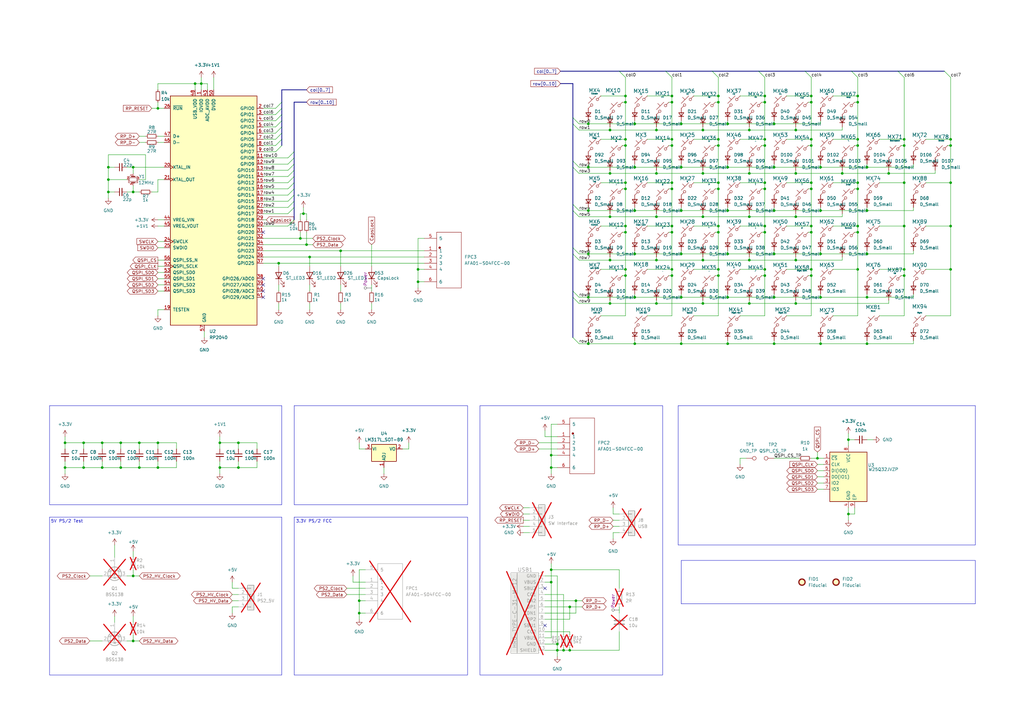
<source format=kicad_sch>
(kicad_sch (version 20231120) (generator "eeschema") (generator_version "8.0")
  (paper "A3")
  (lib_symbols
    (symbol "AFA01-SXXFCX-00:AFA01-S04FCC-00" (pin_names (offset 1.016))
      (property "Reference" "FPC" (at 0 14.0716 0))
      (property "Value" "AFA01-S04FCC-00" (at 0 19.1516 0))
      (symbol "AFA01-S04FCC-00_1_1"
        (pin passive line (at -7.62 3.81 0) (length 5.08) (name "1") (number "1"))
        (pin passive line (at -7.62 1.27 0) (length 5.08) (name "2") (number "2"))
        (pin passive line (at -7.62 -1.27 0) (length 5.08) (name "3") (number "3"))
        (pin passive line (at -7.62 -3.81 0) (length 5.08) (name "4") (number "4"))
        (pin free line (at -7.62 8.89 0) (length 5.08) (name "5") (number "5"))
        (pin free line (at -7.62 -8.89 0) (length 5.08) (name "6") (number "6"))
      )
    )
    (symbol "Connector:TestPoint" (pin_numbers hide) (pin_names (offset 0.762) hide)
      (property "Reference" "TP" (at 0 6.858 0))
      (property "Value" "TestPoint" (at 0 5.08 0))
      (symbol "TestPoint_1_1"
        (pin passive line (at 0 0 90) (length 2.54) (name "1") (number "1"))
      )
    )
    (symbol "Connector_Generic:Conn_01x04" (pin_names (offset 1.016) hide)
      (property "Reference" "J" (at 0 5.08 0))
      (property "Value" "Conn_01x04" (at 0 -7.62 0))
      (symbol "Conn_01x04_1_1"
        (pin passive line (at -5.08 2.54 0) (length 3.81) (name "Pin_1") (number "1"))
        (pin passive line (at -5.08 0 0) (length 3.81) (name "Pin_2") (number "2"))
        (pin passive line (at -5.08 -2.54 0) (length 3.81) (name "Pin_3") (number "3"))
        (pin passive line (at -5.08 -5.08 0) (length 3.81) (name "Pin_4") (number "4"))
      )
    )
    (symbol "Connector_Generic:Conn_01x05" (pin_names (offset 1.016) hide)
      (property "Reference" "J" (at 0 7.62 0))
      (property "Value" "Conn_01x05" (at 0 -7.62 0))
      (symbol "Conn_01x05_1_1"
        (pin passive line (at -5.08 5.08 0) (length 3.81) (name "Pin_1") (number "1"))
        (pin passive line (at -5.08 2.54 0) (length 3.81) (name "Pin_2") (number "2"))
        (pin passive line (at -5.08 0 0) (length 3.81) (name "Pin_3") (number "3"))
        (pin passive line (at -5.08 -2.54 0) (length 3.81) (name "Pin_4") (number "4"))
        (pin passive line (at -5.08 -5.08 0) (length 3.81) (name "Pin_5") (number "5"))
      )
    )
    (symbol "Device:C" (pin_numbers hide) (pin_names (offset 0.254))
      (property "Reference" "C" (at 0.635 2.54 0))
      (property "Value" "C" (at 0.635 -2.54 0))
      (symbol "C_1_1"
        (pin passive line (at 0 3.81 270) (length 2.794) (name "~") (number "1"))
        (pin passive line (at 0 -3.81 90) (length 2.794) (name "~") (number "2"))
      )
    )
    (symbol "Device:C_Small" (pin_numbers hide) (pin_names (offset 0.254) hide)
      (property "Reference" "C" (at 0.254 1.778 0))
      (property "Value" "C_Small" (at 0.254 -2.032 0))
      (symbol "C_Small_1_1"
        (pin passive line (at 0 2.54 270) (length 2.032) (name "~") (number "1"))
        (pin passive line (at 0 -2.54 90) (length 2.032) (name "~") (number "2"))
      )
    )
    (symbol "Device:Crystal_GND24_Small" (pin_names (offset 1.016) hide)
      (property "Reference" "Y" (at 1.27 4.445 0))
      (property "Value" "Crystal_GND24_Small" (at 1.27 2.54 0))
      (symbol "Crystal_GND24_Small_1_1"
        (pin passive line (at -2.54 0 0) (length 1.27) (name "1") (number "1"))
        (pin passive line (at 0 -2.54 90) (length 0.635) (name "2") (number "2"))
        (pin passive line (at 2.54 0 180) (length 1.27) (name "3") (number "3"))
        (pin passive line (at 0 2.54 270) (length 0.635) (name "4") (number "4"))
      )
    )
    (symbol "Device:D_Small" (pin_numbers hide) (pin_names (offset 0.254) hide)
      (property "Reference" "D" (at -1.27 2.032 0))
      (property "Value" "D_Small" (at -3.81 -2.032 0))
      (symbol "D_Small_1_1"
        (pin passive line (at -2.54 0 0) (length 1.778) (name "K") (number "1"))
        (pin passive line (at 2.54 0 180) (length 1.778) (name "A") (number "2"))
      )
    )
    (symbol "Device:LED" (pin_numbers hide) (pin_names (offset 1.016) hide)
      (property "Reference" "D" (at 0 2.54 0))
      (property "Value" "LED" (at 0 -2.54 0))
      (symbol "LED_1_1"
        (pin passive line (at -3.81 0 0) (length 2.54) (name "K") (number "1"))
        (pin passive line (at 3.81 0 180) (length 2.54) (name "A") (number "2"))
      )
    )
    (symbol "Device:R" (pin_numbers hide) (pin_names (offset 0))
      (property "Reference" "R" (at 2.032 0 90))
      (property "Value" "R" (at 0 0 90))
      (symbol "R_1_1"
        (pin passive line (at 0 3.81 270) (length 1.27) (name "~") (number "1"))
        (pin passive line (at 0 -3.81 90) (length 1.27) (name "~") (number "2"))
      )
    )
    (symbol "Device:R_Small" (pin_numbers hide) (pin_names (offset 0.254) hide)
      (property "Reference" "R" (at 0.762 0.508 0))
      (property "Value" "R_Small" (at 0.762 -1.016 0))
      (symbol "R_Small_1_1"
        (pin passive line (at 0 2.54 270) (length 0.762) (name "~") (number "1"))
        (pin passive line (at 0 -2.54 90) (length 0.762) (name "~") (number "2"))
      )
    )
    (symbol "Frooastboard Symbols:RP2040" (pin_names (offset 1.016))
      (property "Reference" "U" (at 8.89 51.435 0))
      (property "Value" "RP2040" (at 8.89 48.895 0))
      (symbol "RP2040_1_1"
        (pin power_in line (at -5.08 50.8 270) (length 2.54) (name "IOVDD") (number "1"))
        (pin power_in line (at -5.08 50.8 270) (length 2.54) hide (name "IOVDD") (number "10"))
        (pin input line (at 20.32 22.86 180) (length 2.54) (name "GPIO8") (number "11"))
        (pin input line (at 20.32 20.32 180) (length 2.54) (name "GPIO9") (number "12"))
        (pin input line (at 20.32 17.78 180) (length 2.54) (name "GPIO10") (number "13"))
        (pin input line (at 20.32 15.24 180) (length 2.54) (name "GPIO11") (number "14"))
        (pin input line (at 20.32 12.7 180) (length 2.54) (name "GPIO12") (number "15"))
        (pin input line (at 20.32 10.16 180) (length 2.54) (name "GPIO13") (number "16"))
        (pin input line (at 20.32 7.62 180) (length 2.54) (name "GPIO14") (number "17"))
        (pin input line (at 20.32 5.08 180) (length 2.54) (name "GPIO15") (number "18"))
        (pin input line (at -20.32 -39.37 0) (length 2.54) (name "TESTEN") (number "19"))
        (pin input line (at 20.32 43.18 180) (length 2.54) (name "GPIO0") (number "2"))
        (pin input clock (at -20.32 19.05 0) (length 2.54) (name "XTAL_IN") (number "20"))
        (pin input clock (at -20.32 13.97 0) (length 2.54) (name "XTAL_OUT") (number "21"))
        (pin power_in line (at -5.08 50.8 270) (length 2.54) hide (name "IOVDD") (number "22"))
        (pin power_in line (at 0 50.8 270) (length 2.54) hide (name "DVDD") (number "23"))
        (pin input clock (at -20.32 -11.43 0) (length 2.54) (name "SWCLK") (number "24"))
        (pin bidirectional line (at -20.32 -13.97 0) (length 2.54) (name "SWDIO") (number "25"))
        (pin input line (at -20.32 43.18 0) (length 2.54) (name "~{RUN}") (number "26"))
        (pin input line (at 20.32 2.54 180) (length 2.54) (name "GPIO16") (number "27"))
        (pin input line (at 20.32 0 180) (length 2.54) (name "GPIO17") (number "28"))
        (pin input line (at 20.32 -2.54 180) (length 2.54) (name "GPIO18") (number "29"))
        (pin input line (at 20.32 40.64 180) (length 2.54) (name "GPIO1") (number "3"))
        (pin input line (at 20.32 -5.08 180) (length 2.54) (name "GPIO19") (number "30"))
        (pin input line (at 20.32 -7.62 180) (length 2.54) (name "GPIO20") (number "31"))
        (pin input line (at 20.32 -10.16 180) (length 2.54) (name "GPIO21") (number "32"))
        (pin power_in line (at -5.08 50.8 270) (length 2.54) hide (name "IOVDD") (number "33"))
        (pin input line (at 20.32 -12.7 180) (length 2.54) (name "GPIO22") (number "34"))
        (pin input line (at 20.32 -15.24 180) (length 2.54) (name "GPIO23") (number "35"))
        (pin input line (at 20.32 -17.78 180) (length 2.54) (name "GPIO24") (number "36"))
        (pin input line (at 20.32 -20.32 180) (length 2.54) (name "GPIO25") (number "37"))
        (pin input line (at 20.32 -26.67 180) (length 2.54) (name "GPIO26/ADC0") (number "38"))
        (pin input line (at 20.32 -29.21 180) (length 2.54) (name "GPIO27/ADC1") (number "39"))
        (pin input line (at 20.32 38.1 180) (length 2.54) (name "GPIO2") (number "4"))
        (pin input line (at 20.32 -31.75 180) (length 2.54) (name "GPIO28/ADC2") (number "40"))
        (pin input line (at 20.32 -34.29 180) (length 2.54) (name "GPIO29/ADC3") (number "41"))
        (pin power_in line (at -5.08 50.8 270) (length 2.54) hide (name "IOVDD") (number "42"))
        (pin power_in line (at -2.54 50.8 270) (length 2.54) (name "ADC_AVDD") (number "43"))
        (pin power_in line (at -20.32 -2.54 0) (length 2.54) (name "VREG_VIN") (number "44"))
        (pin power_out line (at -20.32 -5.08 0) (length 2.54) (name "VREG_VOUT") (number "45"))
        (pin bidirectional line (at -20.32 29.21 0) (length 2.54) (name "D-") (number "46"))
        (pin bidirectional line (at -20.32 31.75 0) (length 2.54) (name "D+") (number "47"))
        (pin power_in line (at -7.62 50.8 270) (length 2.54) (name "USB_VDD") (number "48"))
        (pin power_in line (at -5.08 50.8 270) (length 2.54) hide (name "IOVDD") (number "49"))
        (pin input line (at 20.32 35.56 180) (length 2.54) (name "GPIO3") (number "5"))
        (pin power_in line (at 0 50.8 270) (length 2.54) (name "DVDD") (number "50"))
        (pin bidirectional line (at -20.32 -31.75 0) (length 2.54) (name "QSPI_SD3") (number "51"))
        (pin input clock (at -20.32 -21.59 0) (length 2.54) (name "QSPI_SCLK") (number "52"))
        (pin bidirectional line (at -20.32 -24.13 0) (length 2.54) (name "QSPI_SD0") (number "53"))
        (pin bidirectional line (at -20.32 -29.21 0) (length 2.54) (name "QSPI_SD2") (number "54"))
        (pin bidirectional line (at -20.32 -26.67 0) (length 2.54) (name "QSPI_SD1") (number "55"))
        (pin bidirectional line (at -20.32 -19.05 0) (length 2.54) (name "QSPI_SS_N") (number "56"))
        (pin power_in line (at -3.81 -48.26 90) (length 2.54) (name "GND") (number "57"))
        (pin input line (at 20.32 33.02 180) (length 2.54) (name "GPIO4") (number "6"))
        (pin input line (at 20.32 30.48 180) (length 2.54) (name "GPIO5") (number "7"))
        (pin input line (at 20.32 27.94 180) (length 2.54) (name "GPIO6") (number "8"))
        (pin input line (at 20.32 25.4 180) (length 2.54) (name "GPIO7") (number "9"))
      )
    )
    (symbol "Frooastboard Symbols:SW_45°" (pin_numbers hide) (pin_names (offset 1.016) hide)
      (property "Reference" "SW" (at 0 5.08 0))
      (property "Value" "SW_45°" (at 1.524 3.048 0))
      (symbol "SW_45°_1_1"
        (pin passive line (at 3.81 1.27 180) (length 0) (name "1") (number "1"))
        (pin passive line (at -1.27 -3.81 0) (length 0) (name "2") (number "2"))
      )
    )
    (symbol "Mechanical:Fiducial"
      (property "Reference" "FID" (at 0 5.08 0))
      (property "Value" "Fiducial" (at 0 3.175 0))
    )
    (symbol "Memory_Flash:W25Q32JVZP"
      (property "Reference" "U" (at -6.35 11.43 0))
      (property "Value" "W25Q32JVZP" (at 7.62 11.43 0))
      (symbol "W25Q32JVZP_1_1"
        (pin input line (at -10.16 7.62 0) (length 2.54) (name "~{CS}") (number "1"))
        (pin bidirectional line (at -10.16 0 0) (length 2.54) (name "DO(IO1)") (number "2"))
        (pin bidirectional line (at -10.16 -2.54 0) (length 2.54) (name "IO2") (number "3"))
        (pin power_in line (at 0 -12.7 90) (length 2.54) (name "GND") (number "4"))
        (pin bidirectional line (at -10.16 2.54 0) (length 2.54) (name "DI(IO0)") (number "5"))
        (pin input line (at -10.16 5.08 0) (length 2.54) (name "CLK") (number "6"))
        (pin bidirectional line (at -10.16 -5.08 0) (length 2.54) (name "IO3") (number "7"))
        (pin power_in line (at 0 12.7 270) (length 2.54) (name "VCC") (number "8"))
        (pin passive line (at 2.54 -12.7 90) (length 2.54) (name "EP") (number "9"))
      )
    )
    (symbol "Regulator_Linear:LM317L_SOT-89" (pin_names (offset 0.254))
      (property "Reference" "U" (at -3.81 3.175 0))
      (property "Value" "LM317L_SOT-89" (at 0 3.175 0))
      (symbol "LM317L_SOT-89_1_1"
        (pin input line (at 0 -7.62 90) (length 2.54) (name "ADJ") (number "1"))
        (pin power_out line (at 7.62 0 180) (length 2.54) (name "VO") (number "2"))
        (pin power_in line (at -7.62 0 0) (length 2.54) (name "VI") (number "3"))
      )
    )
    (symbol "SW_45°_1" (pin_numbers hide) (pin_names (offset 1.016) hide)
      (property "Reference" "SW" (at -1.27 6.35 0))
      (property "Value" "SW_45°" (at 0.254 4.318 0))
      (symbol "SW_45°_1_1_1"
        (pin passive line (at 2.54 2.54 180) (length 0) (name "1") (number "1"))
        (pin passive line (at -2.54 -2.54 0) (length 0) (name "2") (number "2"))
      )
    )
    (symbol "SW_45°_10" (pin_numbers hide) (pin_names (offset 1.016) hide)
      (property "Reference" "SW" (at -1.27 6.35 0))
      (property "Value" "SW_45°" (at 0.254 4.318 0))
      (symbol "SW_45°_10_1_1"
        (pin passive line (at 2.54 2.54 180) (length 0) (name "1") (number "1"))
        (pin passive line (at -2.54 -2.54 0) (length 0) (name "2") (number "2"))
      )
    )
    (symbol "SW_45°_11" (pin_numbers hide) (pin_names (offset 1.016) hide)
      (property "Reference" "SW" (at -1.27 6.35 0))
      (property "Value" "SW_45°" (at 0.254 4.318 0))
      (symbol "SW_45°_11_1_1"
        (pin passive line (at 2.54 2.54 180) (length 0) (name "1") (number "1"))
        (pin passive line (at -2.54 -2.54 0) (length 0) (name "2") (number "2"))
      )
    )
    (symbol "SW_45°_12" (pin_numbers hide) (pin_names (offset 1.016) hide)
      (property "Reference" "SW" (at -1.27 6.35 0))
      (property "Value" "SW_45°" (at 0.254 4.318 0))
      (symbol "SW_45°_12_1_1"
        (pin passive line (at 2.54 2.54 180) (length 0) (name "1") (number "1"))
        (pin passive line (at -2.54 -2.54 0) (length 0) (name "2") (number "2"))
      )
    )
    (symbol "SW_45°_13" (pin_numbers hide) (pin_names (offset 1.016) hide)
      (property "Reference" "SW" (at -1.27 6.35 0))
      (property "Value" "SW_45°" (at 0.254 4.318 0))
      (symbol "SW_45°_13_1_1"
        (pin passive line (at 2.54 2.54 180) (length 0) (name "1") (number "1"))
        (pin passive line (at -2.54 -2.54 0) (length 0) (name "2") (number "2"))
      )
    )
    (symbol "SW_45°_14" (pin_numbers hide) (pin_names (offset 1.016) hide)
      (property "Reference" "SW" (at -1.27 6.35 0))
      (property "Value" "SW_45°" (at 0.254 4.318 0))
      (symbol "SW_45°_14_1_1"
        (pin passive line (at 2.54 2.54 180) (length 0) (name "1") (number "1"))
        (pin passive line (at -2.54 -2.54 0) (length 0) (name "2") (number "2"))
      )
    )
    (symbol "SW_45°_15" (pin_numbers hide) (pin_names (offset 1.016) hide)
      (property "Reference" "SW" (at -1.27 6.35 0))
      (property "Value" "SW_45°" (at 0.254 4.318 0))
      (symbol "SW_45°_15_1_1"
        (pin passive line (at 2.54 2.54 180) (length 0) (name "1") (number "1"))
        (pin passive line (at -2.54 -2.54 0) (length 0) (name "2") (number "2"))
      )
    )
    (symbol "SW_45°_16" (pin_numbers hide) (pin_names (offset 1.016) hide)
      (property "Reference" "SW" (at -1.27 6.35 0))
      (property "Value" "SW_45°" (at 0.254 4.318 0))
      (symbol "SW_45°_16_1_1"
        (pin passive line (at 2.54 2.54 180) (length 0) (name "1") (number "1"))
        (pin passive line (at -2.54 -2.54 0) (length 0) (name "2") (number "2"))
      )
    )
    (symbol "SW_45°_17" (pin_numbers hide) (pin_names (offset 1.016) hide)
      (property "Reference" "SW" (at -1.27 6.35 0))
      (property "Value" "SW_45°" (at 0.254 4.318 0))
      (symbol "SW_45°_17_1_1"
        (pin passive line (at 2.54 2.54 180) (length 0) (name "1") (number "1"))
        (pin passive line (at -2.54 -2.54 0) (length 0) (name "2") (number "2"))
      )
    )
    (symbol "SW_45°_18" (pin_numbers hide) (pin_names (offset 1.016) hide)
      (property "Reference" "SW" (at -1.27 6.35 0))
      (property "Value" "SW_45°" (at 0.254 4.318 0))
      (symbol "SW_45°_18_1_1"
        (pin passive line (at 2.54 2.54 180) (length 0) (name "1") (number "1"))
        (pin passive line (at -2.54 -2.54 0) (length 0) (name "2") (number "2"))
      )
    )
    (symbol "SW_45°_19" (pin_numbers hide) (pin_names (offset 1.016) hide)
      (property "Reference" "SW" (at -1.27 6.35 0))
      (property "Value" "SW_45°" (at 0.254 4.318 0))
      (symbol "SW_45°_19_1_1"
        (pin passive line (at 2.54 2.54 180) (length 0) (name "1") (number "1"))
        (pin passive line (at -2.54 -2.54 0) (length 0) (name "2") (number "2"))
      )
    )
    (symbol "SW_45°_2" (pin_numbers hide) (pin_names (offset 1.016) hide)
      (property "Reference" "SW" (at -1.27 6.35 0))
      (property "Value" "SW_45°" (at 0.254 4.318 0))
      (symbol "SW_45°_2_1_1"
        (pin passive line (at 2.54 2.54 180) (length 0) (name "1") (number "1"))
        (pin passive line (at -2.54 -2.54 0) (length 0) (name "2") (number "2"))
      )
    )
    (symbol "SW_45°_20" (pin_numbers hide) (pin_names (offset 1.016) hide)
      (property "Reference" "SW" (at -1.27 6.35 0))
      (property "Value" "SW_45°" (at 0.254 4.318 0))
      (symbol "SW_45°_20_1_1"
        (pin passive line (at 2.54 2.54 180) (length 0) (name "1") (number "1"))
        (pin passive line (at -2.54 -2.54 0) (length 0) (name "2") (number "2"))
      )
    )
    (symbol "SW_45°_21" (pin_numbers hide) (pin_names (offset 1.016) hide)
      (property "Reference" "SW" (at -1.27 6.35 0))
      (property "Value" "SW_45°" (at 0.254 4.318 0))
      (symbol "SW_45°_21_1_1"
        (pin passive line (at 2.54 2.54 180) (length 0) (name "1") (number "1"))
        (pin passive line (at -2.54 -2.54 0) (length 0) (name "2") (number "2"))
      )
    )
    (symbol "SW_45°_22" (pin_numbers hide) (pin_names (offset 1.016) hide)
      (property "Reference" "SW" (at -1.27 6.35 0))
      (property "Value" "SW_45°" (at 0.254 4.318 0))
      (symbol "SW_45°_22_1_1"
        (pin passive line (at 2.54 2.54 180) (length 0) (name "1") (number "1"))
        (pin passive line (at -2.54 -2.54 0) (length 0) (name "2") (number "2"))
      )
    )
    (symbol "SW_45°_23" (pin_numbers hide) (pin_names (offset 1.016) hide)
      (property "Reference" "SW" (at -1.27 6.35 0))
      (property "Value" "SW_45°" (at 0.254 4.318 0))
      (symbol "SW_45°_23_1_1"
        (pin passive line (at 2.54 2.54 180) (length 0) (name "1") (number "1"))
        (pin passive line (at -2.54 -2.54 0) (length 0) (name "2") (number "2"))
      )
    )
    (symbol "SW_45°_24" (pin_numbers hide) (pin_names (offset 1.016) hide)
      (property "Reference" "SW" (at -1.27 6.35 0))
      (property "Value" "SW_45°" (at 0.254 4.318 0))
      (symbol "SW_45°_24_1_1"
        (pin passive line (at 2.54 2.54 180) (length 0) (name "1") (number "1"))
        (pin passive line (at -2.54 -2.54 0) (length 0) (name "2") (number "2"))
      )
    )
    (symbol "SW_45°_25" (pin_numbers hide) (pin_names (offset 1.016) hide)
      (property "Reference" "SW" (at -1.27 6.35 0))
      (property "Value" "SW_45°" (at 0.254 4.318 0))
      (symbol "SW_45°_25_1_1"
        (pin passive line (at 2.54 2.54 180) (length 0) (name "1") (number "1"))
        (pin passive line (at -2.54 -2.54 0) (length 0) (name "2") (number "2"))
      )
    )
    (symbol "SW_45°_26" (pin_numbers hide) (pin_names (offset 1.016) hide)
      (property "Reference" "SW" (at -1.27 6.35 0))
      (property "Value" "SW_45°" (at 0.254 4.318 0))
      (symbol "SW_45°_26_1_1"
        (pin passive line (at 2.54 2.54 180) (length 0) (name "1") (number "1"))
        (pin passive line (at -2.54 -2.54 0) (length 0) (name "2") (number "2"))
      )
    )
    (symbol "SW_45°_27" (pin_numbers hide) (pin_names (offset 1.016) hide)
      (property "Reference" "SW" (at -1.27 6.35 0))
      (property "Value" "SW_45°" (at 0.254 4.318 0))
      (symbol "SW_45°_27_1_1"
        (pin passive line (at 2.54 2.54 180) (length 0) (name "1") (number "1"))
        (pin passive line (at -2.54 -2.54 0) (length 0) (name "2") (number "2"))
      )
    )
    (symbol "SW_45°_28" (pin_numbers hide) (pin_names (offset 1.016) hide)
      (property "Reference" "SW" (at -1.27 6.35 0))
      (property "Value" "SW_45°" (at 0.254 4.318 0))
      (symbol "SW_45°_28_1_1"
        (pin passive line (at 2.54 2.54 180) (length 0) (name "1") (number "1"))
        (pin passive line (at -2.54 -2.54 0) (length 0) (name "2") (number "2"))
      )
    )
    (symbol "SW_45°_29" (pin_numbers hide) (pin_names (offset 1.016) hide)
      (property "Reference" "SW" (at -1.27 6.35 0))
      (property "Value" "SW_45°" (at 0.254 4.318 0))
      (symbol "SW_45°_29_1_1"
        (pin passive line (at 2.54 2.54 180) (length 0) (name "1") (number "1"))
        (pin passive line (at -2.54 -2.54 0) (length 0) (name "2") (number "2"))
      )
    )
    (symbol "SW_45°_3" (pin_numbers hide) (pin_names (offset 1.016) hide)
      (property "Reference" "SW" (at -1.27 6.35 0))
      (property "Value" "SW_45°" (at 0.254 4.318 0))
      (symbol "SW_45°_3_1_1"
        (pin passive line (at 2.54 2.54 180) (length 0) (name "1") (number "1"))
        (pin passive line (at -2.54 -2.54 0) (length 0) (name "2") (number "2"))
      )
    )
    (symbol "SW_45°_30" (pin_numbers hide) (pin_names (offset 1.016) hide)
      (property "Reference" "SW" (at -1.27 6.35 0))
      (property "Value" "SW_45°" (at 0.254 4.318 0))
      (symbol "SW_45°_30_1_1"
        (pin passive line (at 2.54 2.54 180) (length 0) (name "1") (number "1"))
        (pin passive line (at -2.54 -2.54 0) (length 0) (name "2") (number "2"))
      )
    )
    (symbol "SW_45°_31" (pin_numbers hide) (pin_names (offset 1.016) hide)
      (property "Reference" "SW" (at -1.27 6.35 0))
      (property "Value" "SW_45°" (at 0.254 4.318 0))
      (symbol "SW_45°_31_1_1"
        (pin passive line (at 2.54 2.54 180) (length 0) (name "1") (number "1"))
        (pin passive line (at -2.54 -2.54 0) (length 0) (name "2") (number "2"))
      )
    )
    (symbol "SW_45°_32" (pin_numbers hide) (pin_names (offset 1.016) hide)
      (property "Reference" "SW" (at -1.27 6.35 0))
      (property "Value" "SW_45°" (at 0.254 4.318 0))
      (symbol "SW_45°_32_1_1"
        (pin passive line (at 2.54 2.54 180) (length 0) (name "1") (number "1"))
        (pin passive line (at -2.54 -2.54 0) (length 0) (name "2") (number "2"))
      )
    )
    (symbol "SW_45°_33" (pin_numbers hide) (pin_names (offset 1.016) hide)
      (property "Reference" "SW" (at -1.27 6.35 0))
      (property "Value" "SW_45°" (at 0.254 4.318 0))
      (symbol "SW_45°_33_1_1"
        (pin passive line (at 2.54 2.54 180) (length 0) (name "1") (number "1"))
        (pin passive line (at -2.54 -2.54 0) (length 0) (name "2") (number "2"))
      )
    )
    (symbol "SW_45°_34" (pin_numbers hide) (pin_names (offset 1.016) hide)
      (property "Reference" "SW" (at -1.27 6.35 0))
      (property "Value" "SW_45°" (at 0.254 4.318 0))
      (symbol "SW_45°_34_1_1"
        (pin passive line (at 2.54 2.54 180) (length 0) (name "1") (number "1"))
        (pin passive line (at -2.54 -2.54 0) (length 0) (name "2") (number "2"))
      )
    )
    (symbol "SW_45°_35" (pin_numbers hide) (pin_names (offset 1.016) hide)
      (property "Reference" "SW" (at -1.27 6.35 0))
      (property "Value" "SW_45°" (at 0.254 4.318 0))
      (symbol "SW_45°_35_1_1"
        (pin passive line (at 2.54 2.54 180) (length 0) (name "1") (number "1"))
        (pin passive line (at -2.54 -2.54 0) (length 0) (name "2") (number "2"))
      )
    )
    (symbol "SW_45°_36" (pin_numbers hide) (pin_names (offset 1.016) hide)
      (property "Reference" "SW" (at -1.27 6.35 0))
      (property "Value" "SW_45°" (at 0.254 4.318 0))
      (symbol "SW_45°_36_1_1"
        (pin passive line (at 2.54 2.54 180) (length 0) (name "1") (number "1"))
        (pin passive line (at -2.54 -2.54 0) (length 0) (name "2") (number "2"))
      )
    )
    (symbol "SW_45°_37" (pin_numbers hide) (pin_names (offset 1.016) hide)
      (property "Reference" "SW" (at -1.27 6.35 0))
      (property "Value" "SW_45°" (at 0.254 4.318 0))
      (symbol "SW_45°_37_1_1"
        (pin passive line (at 2.54 2.54 180) (length 0) (name "1") (number "1"))
        (pin passive line (at -2.54 -2.54 0) (length 0) (name "2") (number "2"))
      )
    )
    (symbol "SW_45°_38" (pin_numbers hide) (pin_names (offset 1.016) hide)
      (property "Reference" "SW" (at -1.27 6.35 0))
      (property "Value" "SW_45°" (at 0.254 4.318 0))
      (symbol "SW_45°_38_1_1"
        (pin passive line (at 2.54 2.54 180) (length 0) (name "1") (number "1"))
        (pin passive line (at -2.54 -2.54 0) (length 0) (name "2") (number "2"))
      )
    )
    (symbol "SW_45°_39" (pin_numbers hide) (pin_names (offset 1.016) hide)
      (property "Reference" "SW" (at -1.27 6.35 0))
      (property "Value" "SW_45°" (at 0.254 4.318 0))
      (symbol "SW_45°_39_1_1"
        (pin passive line (at 2.54 2.54 180) (length 0) (name "1") (number "1"))
        (pin passive line (at -2.54 -2.54 0) (length 0) (name "2") (number "2"))
      )
    )
    (symbol "SW_45°_4" (pin_numbers hide) (pin_names (offset 1.016) hide)
      (property "Reference" "SW" (at -1.27 6.35 0))
      (property "Value" "SW_45°" (at 0.254 4.318 0))
      (symbol "SW_45°_4_1_1"
        (pin passive line (at 2.54 2.54 180) (length 0) (name "1") (number "1"))
        (pin passive line (at -2.54 -2.54 0) (length 0) (name "2") (number "2"))
      )
    )
    (symbol "SW_45°_40" (pin_numbers hide) (pin_names (offset 1.016) hide)
      (property "Reference" "SW" (at -1.27 6.35 0))
      (property "Value" "SW_45°" (at 0.254 4.318 0))
      (symbol "SW_45°_40_1_1"
        (pin passive line (at 2.54 2.54 180) (length 0) (name "1") (number "1"))
        (pin passive line (at -2.54 -2.54 0) (length 0) (name "2") (number "2"))
      )
    )
    (symbol "SW_45°_41" (pin_numbers hide) (pin_names (offset 1.016) hide)
      (property "Reference" "SW" (at -1.27 6.35 0))
      (property "Value" "SW_45°" (at 0.254 4.318 0))
      (symbol "SW_45°_41_1_1"
        (pin passive line (at 2.54 2.54 180) (length 0) (name "1") (number "1"))
        (pin passive line (at -2.54 -2.54 0) (length 0) (name "2") (number "2"))
      )
    )
    (symbol "SW_45°_42" (pin_numbers hide) (pin_names (offset 1.016) hide)
      (property "Reference" "SW" (at -1.27 6.35 0))
      (property "Value" "SW_45°" (at 0.254 4.318 0))
      (symbol "SW_45°_42_1_1"
        (pin passive line (at 2.54 2.54 180) (length 0) (name "1") (number "1"))
        (pin passive line (at -2.54 -2.54 0) (length 0) (name "2") (number "2"))
      )
    )
    (symbol "SW_45°_43" (pin_numbers hide) (pin_names (offset 1.016) hide)
      (property "Reference" "SW" (at -1.27 6.35 0))
      (property "Value" "SW_45°" (at 0.254 4.318 0))
      (symbol "SW_45°_43_1_1"
        (pin passive line (at 2.54 2.54 180) (length 0) (name "1") (number "1"))
        (pin passive line (at -2.54 -2.54 0) (length 0) (name "2") (number "2"))
      )
    )
    (symbol "SW_45°_44" (pin_numbers hide) (pin_names (offset 1.016) hide)
      (property "Reference" "SW" (at -1.27 6.35 0))
      (property "Value" "SW_45°" (at 0.254 4.318 0))
      (symbol "SW_45°_44_1_1"
        (pin passive line (at 2.54 2.54 180) (length 0) (name "1") (number "1"))
        (pin passive line (at -2.54 -2.54 0) (length 0) (name "2") (number "2"))
      )
    )
    (symbol "SW_45°_45" (pin_numbers hide) (pin_names (offset 1.016) hide)
      (property "Reference" "SW" (at -1.27 6.35 0))
      (property "Value" "SW_45°" (at 0.254 4.318 0))
      (symbol "SW_45°_45_1_1"
        (pin passive line (at 2.54 2.54 180) (length 0) (name "1") (number "1"))
        (pin passive line (at -2.54 -2.54 0) (length 0) (name "2") (number "2"))
      )
    )
    (symbol "SW_45°_46" (pin_numbers hide) (pin_names (offset 1.016) hide)
      (property "Reference" "SW" (at -1.27 6.35 0))
      (property "Value" "SW_45°" (at 0.254 4.318 0))
      (symbol "SW_45°_46_1_1"
        (pin passive line (at 2.54 2.54 180) (length 0) (name "1") (number "1"))
        (pin passive line (at -2.54 -2.54 0) (length 0) (name "2") (number "2"))
      )
    )
    (symbol "SW_45°_47" (pin_numbers hide) (pin_names (offset 1.016) hide)
      (property "Reference" "SW" (at -1.27 6.35 0))
      (property "Value" "SW_45°" (at 0.254 4.318 0))
      (symbol "SW_45°_47_1_1"
        (pin passive line (at 2.54 2.54 180) (length 0) (name "1") (number "1"))
        (pin passive line (at -2.54 -2.54 0) (length 0) (name "2") (number "2"))
      )
    )
    (symbol "SW_45°_48" (pin_numbers hide) (pin_names (offset 1.016) hide)
      (property "Reference" "SW" (at -1.27 6.35 0))
      (property "Value" "SW_45°" (at 0.254 4.318 0))
      (symbol "SW_45°_48_1_1"
        (pin passive line (at 2.54 2.54 180) (length 0) (name "1") (number "1"))
        (pin passive line (at -2.54 -2.54 0) (length 0) (name "2") (number "2"))
      )
    )
    (symbol "SW_45°_49" (pin_numbers hide) (pin_names (offset 1.016) hide)
      (property "Reference" "SW" (at -1.27 6.35 0))
      (property "Value" "SW_45°" (at 0.254 4.318 0))
      (symbol "SW_45°_49_1_1"
        (pin passive line (at 2.54 2.54 180) (length 0) (name "1") (number "1"))
        (pin passive line (at -2.54 -2.54 0) (length 0) (name "2") (number "2"))
      )
    )
    (symbol "SW_45°_5" (pin_numbers hide) (pin_names (offset 1.016) hide)
      (property "Reference" "SW" (at -1.27 6.35 0))
      (property "Value" "SW_45°" (at 0.254 4.318 0))
      (symbol "SW_45°_5_1_1"
        (pin passive line (at 2.54 2.54 180) (length 0) (name "1") (number "1"))
        (pin passive line (at -2.54 -2.54 0) (length 0) (name "2") (number "2"))
      )
    )
    (symbol "SW_45°_50" (pin_numbers hide) (pin_names (offset 1.016) hide)
      (property "Reference" "SW" (at -1.27 6.35 0))
      (property "Value" "SW_45°" (at 0.254 4.318 0))
      (symbol "SW_45°_50_1_1"
        (pin passive line (at 2.54 2.54 180) (length 0) (name "1") (number "1"))
        (pin passive line (at -2.54 -2.54 0) (length 0) (name "2") (number "2"))
      )
    )
    (symbol "SW_45°_51" (pin_numbers hide) (pin_names (offset 1.016) hide)
      (property "Reference" "SW" (at -1.27 6.35 0))
      (property "Value" "SW_45°" (at 0.254 4.318 0))
      (symbol "SW_45°_51_1_1"
        (pin passive line (at 2.54 2.54 180) (length 0) (name "1") (number "1"))
        (pin passive line (at -2.54 -2.54 0) (length 0) (name "2") (number "2"))
      )
    )
    (symbol "SW_45°_52" (pin_numbers hide) (pin_names (offset 1.016) hide)
      (property "Reference" "SW" (at -1.27 6.35 0))
      (property "Value" "SW_45°" (at 0.254 4.318 0))
      (symbol "SW_45°_52_1_1"
        (pin passive line (at 2.54 2.54 180) (length 0) (name "1") (number "1"))
        (pin passive line (at -2.54 -2.54 0) (length 0) (name "2") (number "2"))
      )
    )
    (symbol "SW_45°_53" (pin_numbers hide) (pin_names (offset 1.016) hide)
      (property "Reference" "SW" (at -1.27 6.35 0))
      (property "Value" "SW_45°" (at 0.254 4.318 0))
      (symbol "SW_45°_53_1_1"
        (pin passive line (at 2.54 2.54 180) (length 0) (name "1") (number "1"))
        (pin passive line (at -2.54 -2.54 0) (length 0) (name "2") (number "2"))
      )
    )
    (symbol "SW_45°_54" (pin_numbers hide) (pin_names (offset 1.016) hide)
      (property "Reference" "SW" (at -1.27 6.35 0))
      (property "Value" "SW_45°" (at 0.254 4.318 0))
      (symbol "SW_45°_54_1_1"
        (pin passive line (at 2.54 2.54 180) (length 0) (name "1") (number "1"))
        (pin passive line (at -2.54 -2.54 0) (length 0) (name "2") (number "2"))
      )
    )
    (symbol "SW_45°_55" (pin_numbers hide) (pin_names (offset 1.016) hide)
      (property "Reference" "SW" (at -1.27 6.35 0))
      (property "Value" "SW_45°" (at 0.254 4.318 0))
      (symbol "SW_45°_55_1_1"
        (pin passive line (at 2.54 2.54 180) (length 0) (name "1") (number "1"))
        (pin passive line (at -2.54 -2.54 0) (length 0) (name "2") (number "2"))
      )
    )
    (symbol "SW_45°_56" (pin_numbers hide) (pin_names (offset 1.016) hide)
      (property "Reference" "SW" (at -1.27 6.35 0))
      (property "Value" "SW_45°" (at 0.254 4.318 0))
      (symbol "SW_45°_56_1_1"
        (pin passive line (at 2.54 2.54 180) (length 0) (name "1") (number "1"))
        (pin passive line (at -2.54 -2.54 0) (length 0) (name "2") (number "2"))
      )
    )
    (symbol "SW_45°_57" (pin_numbers hide) (pin_names (offset 1.016) hide)
      (property "Reference" "SW" (at -1.27 6.35 0))
      (property "Value" "SW_45°" (at 0.254 4.318 0))
      (symbol "SW_45°_57_1_1"
        (pin passive line (at 2.54 2.54 180) (length 0) (name "1") (number "1"))
        (pin passive line (at -2.54 -2.54 0) (length 0) (name "2") (number "2"))
      )
    )
    (symbol "SW_45°_58" (pin_numbers hide) (pin_names (offset 1.016) hide)
      (property "Reference" "SW" (at -1.27 6.35 0))
      (property "Value" "SW_45°" (at 0.254 4.318 0))
      (symbol "SW_45°_58_1_1"
        (pin passive line (at 2.54 2.54 180) (length 0) (name "1") (number "1"))
        (pin passive line (at -2.54 -2.54 0) (length 0) (name "2") (number "2"))
      )
    )
    (symbol "SW_45°_59" (pin_numbers hide) (pin_names (offset 1.016) hide)
      (property "Reference" "SW" (at -1.27 6.35 0))
      (property "Value" "SW_45°" (at 0.254 4.318 0))
      (symbol "SW_45°_59_1_1"
        (pin passive line (at 2.54 2.54 180) (length 0) (name "1") (number "1"))
        (pin passive line (at -2.54 -2.54 0) (length 0) (name "2") (number "2"))
      )
    )
    (symbol "SW_45°_6" (pin_numbers hide) (pin_names (offset 1.016) hide)
      (property "Reference" "SW" (at -1.27 6.35 0))
      (property "Value" "SW_45°" (at 0.254 4.318 0))
      (symbol "SW_45°_6_1_1"
        (pin passive line (at 2.54 2.54 180) (length 0) (name "1") (number "1"))
        (pin passive line (at -2.54 -2.54 0) (length 0) (name "2") (number "2"))
      )
    )
    (symbol "SW_45°_60" (pin_numbers hide) (pin_names (offset 1.016) hide)
      (property "Reference" "SW" (at -1.27 6.35 0))
      (property "Value" "SW_45°" (at 0.254 4.318 0))
      (symbol "SW_45°_60_1_1"
        (pin passive line (at 2.54 2.54 180) (length 0) (name "1") (number "1"))
        (pin passive line (at -2.54 -2.54 0) (length 0) (name "2") (number "2"))
      )
    )
    (symbol "SW_45°_61" (pin_numbers hide) (pin_names (offset 1.016) hide)
      (property "Reference" "SW" (at -1.27 6.35 0))
      (property "Value" "SW_45°" (at 0.254 4.318 0))
      (symbol "SW_45°_61_1_1"
        (pin passive line (at 2.54 2.54 180) (length 0) (name "1") (number "1"))
        (pin passive line (at -2.54 -2.54 0) (length 0) (name "2") (number "2"))
      )
    )
    (symbol "SW_45°_62" (pin_numbers hide) (pin_names (offset 1.016) hide)
      (property "Reference" "SW" (at -1.27 6.35 0))
      (property "Value" "SW_45°" (at 0.254 4.318 0))
      (symbol "SW_45°_62_1_1"
        (pin passive line (at 2.54 2.54 180) (length 0) (name "1") (number "1"))
        (pin passive line (at -2.54 -2.54 0) (length 0) (name "2") (number "2"))
      )
    )
    (symbol "SW_45°_63" (pin_numbers hide) (pin_names (offset 1.016) hide)
      (property "Reference" "SW" (at -1.27 6.35 0))
      (property "Value" "SW_45°" (at 0.254 4.318 0))
      (symbol "SW_45°_63_1_1"
        (pin passive line (at 2.54 2.54 180) (length 0) (name "1") (number "1"))
        (pin passive line (at -2.54 -2.54 0) (length 0) (name "2") (number "2"))
      )
    )
    (symbol "SW_45°_64" (pin_numbers hide) (pin_names (offset 1.016) hide)
      (property "Reference" "SW" (at -1.27 6.35 0))
      (property "Value" "SW_45°" (at 0.254 4.318 0))
      (symbol "SW_45°_64_1_1"
        (pin passive line (at 2.54 2.54 180) (length 0) (name "1") (number "1"))
        (pin passive line (at -2.54 -2.54 0) (length 0) (name "2") (number "2"))
      )
    )
    (symbol "SW_45°_65" (pin_numbers hide) (pin_names (offset 1.016) hide)
      (property "Reference" "SW" (at -1.27 6.35 0))
      (property "Value" "SW_45°" (at 0.254 4.318 0))
      (symbol "SW_45°_65_1_1"
        (pin passive line (at 2.54 2.54 180) (length 0) (name "1") (number "1"))
        (pin passive line (at -2.54 -2.54 0) (length 0) (name "2") (number "2"))
      )
    )
    (symbol "SW_45°_66" (pin_numbers hide) (pin_names (offset 1.016) hide)
      (property "Reference" "SW" (at -1.27 6.35 0))
      (property "Value" "SW_45°" (at 0.254 4.318 0))
      (symbol "SW_45°_66_1_1"
        (pin passive line (at 2.54 2.54 180) (length 0) (name "1") (number "1"))
        (pin passive line (at -2.54 -2.54 0) (length 0) (name "2") (number "2"))
      )
    )
    (symbol "SW_45°_67" (pin_numbers hide) (pin_names (offset 1.016) hide)
      (property "Reference" "SW" (at -1.27 6.35 0))
      (property "Value" "SW_45°" (at 0.254 4.318 0))
      (symbol "SW_45°_67_1_1"
        (pin passive line (at 2.54 2.54 180) (length 0) (name "1") (number "1"))
        (pin passive line (at -2.54 -2.54 0) (length 0) (name "2") (number "2"))
      )
    )
    (symbol "SW_45°_68" (pin_numbers hide) (pin_names (offset 1.016) hide)
      (property "Reference" "SW" (at -1.27 6.35 0))
      (property "Value" "SW_45°" (at 0.254 4.318 0))
      (symbol "SW_45°_68_1_1"
        (pin passive line (at 2.54 2.54 180) (length 0) (name "1") (number "1"))
        (pin passive line (at -2.54 -2.54 0) (length 0) (name "2") (number "2"))
      )
    )
    (symbol "SW_45°_69" (pin_numbers hide) (pin_names (offset 1.016) hide)
      (property "Reference" "SW" (at -1.27 6.35 0))
      (property "Value" "SW_45°" (at 0.254 4.318 0))
      (symbol "SW_45°_69_1_1"
        (pin passive line (at 2.54 2.54 180) (length 0) (name "1") (number "1"))
        (pin passive line (at -2.54 -2.54 0) (length 0) (name "2") (number "2"))
      )
    )
    (symbol "SW_45°_7" (pin_numbers hide) (pin_names (offset 1.016) hide)
      (property "Reference" "SW" (at -1.27 6.35 0))
      (property "Value" "SW_45°" (at 0.254 4.318 0))
      (symbol "SW_45°_7_1_1"
        (pin passive line (at 2.54 2.54 180) (length 0) (name "1") (number "1"))
        (pin passive line (at -2.54 -2.54 0) (length 0) (name "2") (number "2"))
      )
    )
    (symbol "SW_45°_70" (pin_numbers hide) (pin_names (offset 1.016) hide)
      (property "Reference" "SW" (at -1.27 6.35 0))
      (property "Value" "SW_45°" (at 0.254 4.318 0))
      (symbol "SW_45°_70_1_1"
        (pin passive line (at 2.54 2.54 180) (length 0) (name "1") (number "1"))
        (pin passive line (at -2.54 -2.54 0) (length 0) (name "2") (number "2"))
      )
    )
    (symbol "SW_45°_71" (pin_numbers hide) (pin_names (offset 1.016) hide)
      (property "Reference" "SW" (at -1.27 6.35 0))
      (property "Value" "SW_45°" (at 0.254 4.318 0))
      (symbol "SW_45°_71_1_1"
        (pin passive line (at 2.54 2.54 180) (length 0) (name "1") (number "1"))
        (pin passive line (at -2.54 -2.54 0) (length 0) (name "2") (number "2"))
      )
    )
    (symbol "SW_45°_72" (pin_numbers hide) (pin_names (offset 1.016) hide)
      (property "Reference" "SW" (at -1.27 6.35 0))
      (property "Value" "SW_45°" (at 0.254 4.318 0))
      (symbol "SW_45°_72_1_1"
        (pin passive line (at 2.54 2.54 180) (length 0) (name "1") (number "1"))
        (pin passive line (at -2.54 -2.54 0) (length 0) (name "2") (number "2"))
      )
    )
    (symbol "SW_45°_73" (pin_numbers hide) (pin_names (offset 1.016) hide)
      (property "Reference" "SW" (at -1.27 6.35 0))
      (property "Value" "SW_45°" (at 0.254 4.318 0))
      (symbol "SW_45°_73_1_1"
        (pin passive line (at 2.54 2.54 180) (length 0) (name "1") (number "1"))
        (pin passive line (at -2.54 -2.54 0) (length 0) (name "2") (number "2"))
      )
    )
    (symbol "SW_45°_74" (pin_numbers hide) (pin_names (offset 1.016) hide)
      (property "Reference" "SW" (at -1.27 6.35 0))
      (property "Value" "SW_45°" (at 0.254 4.318 0))
      (symbol "SW_45°_74_1_1"
        (pin passive line (at 2.54 2.54 180) (length 0) (name "1") (number "1"))
        (pin passive line (at -2.54 -2.54 0) (length 0) (name "2") (number "2"))
      )
    )
    (symbol "SW_45°_75" (pin_numbers hide) (pin_names (offset 1.016) hide)
      (property "Reference" "SW" (at -1.27 6.35 0))
      (property "Value" "SW_45°" (at 0.254 4.318 0))
      (symbol "SW_45°_75_1_1"
        (pin passive line (at 2.54 2.54 180) (length 0) (name "1") (number "1"))
        (pin passive line (at -2.54 -2.54 0) (length 0) (name "2") (number "2"))
      )
    )
    (symbol "SW_45°_76" (pin_numbers hide) (pin_names (offset 1.016) hide)
      (property "Reference" "SW" (at -1.27 6.35 0))
      (property "Value" "SW_45°" (at 0.254 4.318 0))
      (symbol "SW_45°_76_1_1"
        (pin passive line (at 2.54 2.54 180) (length 0) (name "1") (number "1"))
        (pin passive line (at -2.54 -2.54 0) (length 0) (name "2") (number "2"))
      )
    )
    (symbol "SW_45°_8" (pin_numbers hide) (pin_names (offset 1.016) hide)
      (property "Reference" "SW" (at -1.27 6.35 0))
      (property "Value" "SW_45°" (at 0.254 4.318 0))
      (symbol "SW_45°_8_1_1"
        (pin passive line (at 2.54 2.54 180) (length 0) (name "1") (number "1"))
        (pin passive line (at -2.54 -2.54 0) (length 0) (name "2") (number "2"))
      )
    )
    (symbol "SW_45°_9" (pin_numbers hide) (pin_names (offset 1.016) hide)
      (property "Reference" "SW" (at -1.27 6.35 0))
      (property "Value" "SW_45°" (at 0.254 4.318 0))
      (symbol "SW_45°_9_1_1"
        (pin passive line (at 2.54 2.54 180) (length 0) (name "1") (number "1"))
        (pin passive line (at -2.54 -2.54 0) (length 0) (name "2") (number "2"))
      )
    )
    (symbol "Transistor_FET:BSS138" (pin_names hide)
      (property "Reference" "Q" (at 5.08 1.905 0))
      (property "Value" "BSS138" (at 5.08 0 0))
      (symbol "BSS138_1_1"
        (pin input line (at -5.08 0 0) (length 2.54) (name "G") (number "1"))
        (pin passive line (at 2.54 -5.08 90) (length 2.54) (name "S") (number "2"))
        (pin passive line (at 2.54 5.08 270) (length 2.54) (name "D") (number "3"))
      )
    )
    (symbol "Type-C:HRO-TYPE-C-31-M-12" (pin_names (offset 1.016))
      (property "Reference" "USB" (at -5.08 16.51 0))
      (property "Value" "HRO-TYPE-C-31-M-12" (at -10.16 -1.27 90))
      (symbol "HRO-TYPE-C-31-M-12_1_1"
        (pin input line (at 2.54 13.97 180) (length 2.54) (name "GND") (number "1"))
        (pin input line (at 2.54 -8.89 180) (length 2.54) (name "CC2") (number "10"))
        (pin input line (at 2.54 -11.43 180) (length 2.54) (name "VBUS") (number "11"))
        (pin input line (at 2.54 -13.97 180) (length 2.54) (name "GND") (number "12"))
        (pin input line (at 2.54 -16.51 180) (length 2.54) (name "SHIELD") (number "13"))
        (pin input line (at 2.54 11.43 180) (length 2.54) (name "VBUS") (number "2"))
        (pin input line (at 2.54 8.89 180) (length 2.54) (name "SBU2") (number "3"))
        (pin input line (at 2.54 6.35 180) (length 2.54) (name "CC1") (number "4"))
        (pin input line (at 2.54 3.81 180) (length 2.54) (name "DN2") (number "5"))
        (pin input line (at 2.54 1.27 180) (length 2.54) (name "DP1") (number "6"))
        (pin input line (at 2.54 -1.27 180) (length 2.54) (name "DN1") (number "7"))
        (pin input line (at 2.54 -3.81 180) (length 2.54) (name "DP2") (number "8"))
        (pin input line (at 2.54 -6.35 180) (length 2.54) (name "SBU1") (number "9"))
      )
    )
    (symbol "power:+1V1" (power) (pin_names (offset 0))
      (property "Value" "+1V1" (at 0 3.556 0))
      (symbol "+1V1_1_1"
        (pin power_in line (at 0 0 90) (length 0) hide (name "+1V1") (number "1"))
      )
    )
    (symbol "power:+3.3V" (power) (pin_names (offset 0))
      (property "Value" "+3.3V" (at 0 3.556 0))
      (symbol "+3.3V_1_1"
        (pin power_in line (at 0 0 90) (length 0) hide (name "+3.3V") (number "1"))
      )
    )
    (symbol "power:+5V" (power) (pin_names (offset 0))
      (property "Value" "+5V" (at 0 3.556 0))
      (symbol "+5V_1_1"
        (pin power_in line (at 0 0 90) (length 0) hide (name "+5V") (number "1"))
      )
    )
    (symbol "power:GND" (power) (pin_names (offset 0))
      (property "Value" "GND" (at 0 -3.81 0))
      (symbol "GND_1_1"
        (pin power_in line (at 0 0 270) (length 0) hide (name "GND") (number "1"))
      )
    )
  )
  (junction (at 44.45 73.66))
  (junction (at 326.39 71.12))
  (junction (at 256.54 95.25))
  (junction (at 294.64 110.49))
  (junction (at 279.4 50.8))
  (junction (at 332.74 92.71))
  (junction (at 34.29 191.77))
  (junction (at 241.3 140.97))
  (junction (at 54.61 236.22))
  (junction (at 370.84 110.49))
  (junction (at 256.54 57.15))
  (junction (at 389.89 110.49))
  (junction (at 351.79 39.37))
  (junction (at 275.59 41.91))
  (junction (at 279.4 68.58))
  (junction (at 294.64 77.47))
  (junction (at 313.69 59.69))
  (junction (at 336.55 86.36))
  (junction (at 275.59 92.71))
  (junction (at 57.15 181.61))
  (junction (at 370.84 59.69))
  (junction (at 171.45 110.49))
  (junction (at 294.64 41.91))
  (junction (at 307.34 124.46))
  (junction (at 288.29 106.68))
  (junction (at 231.14 266.7))
  (junction (at 332.74 41.91))
  (junction (at 313.69 113.03))
  (junction (at 294.64 74.93))
  (junction (at 49.53 181.61))
  (junction (at 226.06 238.76))
  (junction (at 313.69 95.25))
  (junction (at 269.24 88.9))
  (junction (at 332.74 113.03))
  (junction (at 260.35 50.8))
  (junction (at 364.49 71.12))
  (junction (at 97.79 181.61))
  (junction (at 275.59 113.03))
  (junction (at 124.46 87.63))
  (junction (at 336.55 104.14))
  (junction (at 250.19 71.12))
  (junction (at 250.19 88.9))
  (junction (at 127 105.41))
  (junction (at 241.3 86.36))
  (junction (at 256.54 77.47))
  (junction (at 233.68 248.92))
  (junction (at 313.69 74.93))
  (junction (at 269.24 71.12))
  (junction (at 250.19 124.46))
  (junction (at 226.06 186.69))
  (junction (at 335.28 187.96))
  (junction (at 294.64 92.71))
  (junction (at 114.3 107.95))
  (junction (at 256.54 59.69))
  (junction (at 317.5 140.97))
  (junction (at 317.5 86.36))
  (junction (at 44.45 78.74))
  (junction (at 64.77 191.77))
  (junction (at 241.3 68.58))
  (junction (at 228.6 264.16))
  (junction (at 279.4 86.36))
  (junction (at 298.45 68.58))
  (junction (at 279.4 104.14))
  (junction (at 233.68 266.7))
  (junction (at 288.29 88.9))
  (junction (at 275.59 95.25))
  (junction (at 288.29 53.34))
  (junction (at 226.06 233.68))
  (junction (at 332.74 77.47))
  (junction (at 90.17 191.77))
  (junction (at 171.45 115.57))
  (junction (at 345.44 71.12))
  (junction (at 370.84 57.15))
  (junction (at 326.39 124.46))
  (junction (at 97.79 191.77))
  (junction (at 389.89 92.71))
  (junction (at 355.6 86.36))
  (junction (at 279.4 121.92))
  (junction (at 241.3 104.14))
  (junction (at 317.5 121.92))
  (junction (at 351.79 57.15))
  (junction (at 355.6 140.97))
  (junction (at 332.74 57.15))
  (junction (at 256.54 74.93))
  (junction (at 326.39 106.68))
  (junction (at 355.6 68.58))
  (junction (at 336.55 140.97))
  (junction (at 275.59 77.47))
  (junction (at 279.4 140.97))
  (junction (at 256.54 41.91))
  (junction (at 256.54 92.71))
  (junction (at 236.22 246.38))
  (junction (at 41.91 181.61))
  (junction (at 64.77 181.61))
  (junction (at 294.64 57.15))
  (junction (at 332.74 39.37))
  (junction (at 241.3 50.8))
  (junction (at 355.6 104.14))
  (junction (at 389.89 59.69))
  (junction (at 294.64 59.69))
  (junction (at 90.17 181.61))
  (junction (at 269.24 53.34))
  (junction (at 250.19 106.68))
  (junction (at 82.55 34.29))
  (junction (at 317.5 104.14))
  (junction (at 351.79 77.47))
  (junction (at 80.01 34.29))
  (junction (at 260.35 121.92))
  (junction (at 332.74 110.49))
  (junction (at 351.79 74.93))
  (junction (at 351.79 41.91))
  (junction (at 370.84 74.93))
  (junction (at 326.39 53.34))
  (junction (at 351.79 59.69))
  (junction (at 313.69 92.71))
  (junction (at 370.84 92.71))
  (junction (at 332.74 95.25))
  (junction (at 347.98 210.82))
  (junction (at 298.45 121.92))
  (junction (at 313.69 110.49))
  (junction (at 54.61 68.58))
  (junction (at 355.6 121.92))
  (junction (at 275.59 57.15))
  (junction (at 307.34 71.12))
  (junction (at 294.64 113.03))
  (junction (at 256.54 113.03))
  (junction (at 260.35 140.97))
  (junction (at 351.79 110.49))
  (junction (at 298.45 104.14))
  (junction (at 228.6 266.7))
  (junction (at 370.84 113.03))
  (junction (at 313.69 57.15))
  (junction (at 336.55 121.92))
  (junction (at 347.98 180.34))
  (junction (at 389.89 57.15))
  (junction (at 49.53 191.77))
  (junction (at 336.55 68.58))
  (junction (at 226.06 191.77))
  (junction (at 147.32 251.46))
  (junction (at 332.74 59.69))
  (junction (at 26.67 181.61))
  (junction (at 54.61 262.89))
  (junction (at 389.89 74.93))
  (junction (at 139.7 102.87))
  (junction (at 260.35 104.14))
  (junction (at 351.79 95.25))
  (junction (at 298.45 50.8))
  (junction (at 294.64 39.37))
  (junction (at 54.61 78.74))
  (junction (at 275.59 74.93))
  (junction (at 288.29 124.46))
  (junction (at 260.35 86.36))
  (junction (at 123.19 97.79))
  (junction (at 147.32 246.38))
  (junction (at 307.34 106.68))
  (junction (at 275.59 59.69))
  (junction (at 288.29 71.12))
  (junction (at 275.59 110.49))
  (junction (at 241.3 121.92))
  (junction (at 307.34 53.34))
  (junction (at 26.67 191.77))
  (junction (at 269.24 124.46))
  (junction (at 298.45 86.36))
  (junction (at 313.69 41.91))
  (junction (at 313.69 39.37))
  (junction (at 64.77 44.45))
  (junction (at 250.19 53.34))
  (junction (at 44.45 68.58))
  (junction (at 317.5 50.8))
  (junction (at 332.74 74.93))
  (junction (at 125.73 100.33))
  (junction (at 57.15 191.77))
  (junction (at 351.79 92.71))
  (junction (at 256.54 110.49))
  (junction (at 269.24 106.68))
  (junction (at 41.91 191.77))
  (junction (at 256.54 39.37))
  (junction (at 294.64 95.25))
  (junction (at 260.35 68.58))
  (junction (at 326.39 88.9))
  (junction (at 317.5 68.58))
  (junction (at 275.59 39.37))
  (junction (at 34.29 181.61))
  (junction (at 307.34 88.9))
  (junction (at 298.45 140.97))
  (junction (at 313.69 77.47))
  (no_connect (at 107.95 121.92))
  (no_connect (at 223.52 241.3))
  (no_connect (at 107.95 114.3))
  (no_connect (at 107.95 116.84))
  (no_connect (at 107.95 119.38))
  (no_connect (at 223.52 256.54))
  (no_connect (at 107.95 95.25))
  (bus_entry (at 234.95 121.92) (size 2.54 2.54))
  (bus_entry (at 115.57 41.91) (size -2.54 2.54))
  (bus_entry (at 234.95 138.43) (size 2.54 2.54))
  (bus_entry (at 118.11 80.01) (size 2.54 -2.54))
  (bus_entry (at 273.05 29.21) (size 2.54 2.54))
  (bus_entry (at 113.03 52.07) (size 2.54 -2.54))
  (bus_entry (at 292.1 29.21) (size 2.54 2.54))
  (bus_entry (at 234.95 66.04) (size 2.54 2.54))
  (bus_entry (at 113.03 62.23) (size 2.54 -2.54))
  (bus_entry (at 118.11 82.55) (size 2.54 -2.54))
  (bus_entry (at 113.03 49.53) (size 2.54 -2.54))
  (bus_entry (at 118.11 74.93) (size 2.54 -2.54))
  (bus_entry (at 118.11 67.31) (size 2.54 -2.54))
  (bus_entry (at 387.35 29.21) (size 2.54 2.54))
  (bus_entry (at 118.11 92.71) (size 2.54 -2.54))
  (bus_entry (at 120.65 62.23) (size -2.54 2.54))
  (bus_entry (at 311.15 29.21) (size 2.54 2.54))
  (bus_entry (at 234.95 119.38) (size 2.54 2.54))
  (bus_entry (at 254 29.21) (size 2.54 2.54))
  (bus_entry (at 118.11 85.09) (size 2.54 -2.54))
  (bus_entry (at 234.95 68.58) (size 2.54 2.54))
  (bus_entry (at 113.03 54.61) (size 2.54 -2.54))
  (bus_entry (at 118.11 69.85) (size 2.54 -2.54))
  (bus_entry (at 118.11 87.63) (size 2.54 -2.54))
  (bus_entry (at 234.95 101.6) (size 2.54 2.54))
  (bus_entry (at 118.11 77.47) (size 2.54 -2.54))
  (bus_entry (at 234.95 104.14) (size 2.54 2.54))
  (bus_entry (at 234.95 86.36) (size 2.54 2.54))
  (bus_entry (at 330.2 29.21) (size 2.54 2.54))
  (bus_entry (at 234.95 48.26) (size 2.54 2.54))
  (bus_entry (at 113.03 57.15) (size 2.54 -2.54))
  (bus_entry (at 234.95 50.8) (size 2.54 2.54))
  (bus_entry (at 349.25 29.21) (size 2.54 2.54))
  (bus_entry (at 113.03 46.99) (size 2.54 -2.54))
  (bus_entry (at 234.95 83.82) (size 2.54 2.54))
  (bus_entry (at 113.03 59.69) (size 2.54 -2.54))
  (bus_entry (at 118.11 72.39) (size 2.54 -2.54))
  (bus_entry (at 368.3 29.21) (size 2.54 2.54))
  (wire (pts (xy 223.52 179.07) (xy 223.52 176.53)))
  (wire (pts (xy 231.14 265.43) (xy 231.14 266.7)))
  (wire (pts (xy 95.25 246.38) (xy 97.79 246.38)))
  (wire (pts (xy 355.6 120.65) (xy 355.6 121.92)))
  (wire (pts (xy 260.35 85.09) (xy 260.35 86.36)))
  (wire (pts (xy 85.09 36.83) (xy 85.09 34.29)))
  (wire (pts (xy 254 259.08) (xy 254 266.7)))
  (wire (pts (xy 105.41 181.61) (xy 105.41 184.15)))
  (wire (pts (xy 275.59 39.37) (xy 275.59 41.91)))
  (wire (pts (xy 293.37 59.69) (xy 294.64 59.69)))
  (wire (pts (xy 307.34 52.07) (xy 307.34 53.34)))
  (wire (pts (xy 303.53 39.37) (xy 313.69 39.37)))
  (wire (pts (xy 241.3 67.31) (xy 241.3 68.58)))
  (bus (pts (xy 120.65 74.93) (xy 120.65 77.47)))
  (bus (pts (xy 234.95 101.6) (xy 234.95 104.14)))
  (wire (pts (xy 82.55 34.29) (xy 82.55 31.75)))
  (wire (pts (xy 279.4 86.36) (xy 298.45 86.36)))
  (wire (pts (xy 171.45 115.57) (xy 173.99 115.57)))
  (wire (pts (xy 80.01 36.83) (xy 80.01 34.29)))
  (wire (pts (xy 241.3 86.36) (xy 260.35 86.36)))
  (wire (pts (xy 59.69 63.5) (xy 59.69 73.66)))
  (wire (pts (xy 64.77 99.06) (xy 67.31 99.06)))
  (wire (pts (xy 26.67 181.61) (xy 34.29 181.61)))
  (wire (pts (xy 223.52 251.46) (xy 236.22 251.46)))
  (wire (pts (xy 370.84 59.69) (xy 370.84 74.93)))
  (wire (pts (xy 284.48 129.54) (xy 294.64 129.54)))
  (wire (pts (xy 260.35 140.97) (xy 279.4 140.97)))
  (wire (pts (xy 269.24 71.12) (xy 250.19 71.12)))
  (wire (pts (xy 326.39 52.07) (xy 326.39 53.34)))
  (wire (pts (xy 336.55 104.14) (xy 355.6 104.14)))
  (wire (pts (xy 326.39 87.63) (xy 326.39 88.9)))
  (wire (pts (xy 275.59 59.69) (xy 275.59 74.93)))
  (bus (pts (xy 273.05 29.21) (xy 292.1 29.21)))
  (wire (pts (xy 256.54 31.75) (xy 256.54 39.37)))
  (wire (pts (xy 64.77 41.91) (xy 64.77 44.45)))
  (wire (pts (xy 214.63 210.82) (xy 217.17 210.82)))
  (wire (pts (xy 298.45 68.58) (xy 317.5 68.58)))
  (wire (pts (xy 256.54 92.71) (xy 256.54 95.25)))
  (wire (pts (xy 341.63 129.54) (xy 351.79 129.54)))
  (wire (pts (xy 54.61 226.06) (xy 54.61 228.6)))
  (wire (pts (xy 269.24 71.12) (xy 288.29 71.12)))
  (wire (pts (xy 57.15 78.74) (xy 54.61 78.74)))
  (wire (pts (xy 226.06 233.68) (xy 226.06 238.76)))
  (bus (pts (xy 120.65 69.85) (xy 120.65 72.39)))
  (wire (pts (xy 54.61 78.74) (xy 52.07 78.74)))
  (wire (pts (xy 370.84 110.49) (xy 370.84 113.03)))
  (wire (pts (xy 347.98 177.8) (xy 347.98 180.34)))
  (wire (pts (xy 107.95 92.71) (xy 118.11 92.71)))
  (wire (pts (xy 167.64 184.15) (xy 167.64 181.61)))
  (bus (pts (xy 120.65 72.39) (xy 120.65 74.93)))
  (wire (pts (xy 233.68 259.08) (xy 233.68 260.35)))
  (wire (pts (xy 307.34 88.9) (xy 326.39 88.9)))
  (wire (pts (xy 265.43 110.49) (xy 275.59 110.49)))
  (wire (pts (xy 165.1 184.15) (xy 167.64 184.15)))
  (wire (pts (xy 288.29 52.07) (xy 288.29 53.34)))
  (wire (pts (xy 360.68 110.49) (xy 370.84 110.49)))
  (wire (pts (xy 97.79 181.61) (xy 97.79 184.15)))
  (wire (pts (xy 256.54 39.37) (xy 256.54 41.91)))
  (wire (pts (xy 351.79 59.69) (xy 351.79 74.93)))
  (wire (pts (xy 332.74 39.37) (xy 332.74 41.91)))
  (wire (pts (xy 250.19 123.19) (xy 250.19 124.46)))
  (bus (pts (xy 254 29.21) (xy 273.05 29.21)))
  (wire (pts (xy 288.29 123.19) (xy 288.29 124.46)))
  (wire (pts (xy 220.98 184.15) (xy 228.6 184.15)))
  (wire (pts (xy 370.84 74.93) (xy 370.84 92.71)))
  (wire (pts (xy 336.55 121.92) (xy 355.6 121.92)))
  (bus (pts (xy 234.95 68.58) (xy 234.95 83.82)))
  (wire (pts (xy 341.63 92.71) (xy 351.79 92.71)))
  (wire (pts (xy 223.52 264.16) (xy 228.6 264.16)))
  (wire (pts (xy 114.3 116.84) (xy 114.3 119.38)))
  (wire (pts (xy 355.6 86.36) (xy 374.65 86.36)))
  (wire (pts (xy 350.52 95.25) (xy 351.79 95.25)))
  (wire (pts (xy 360.68 74.93) (xy 370.84 74.93)))
  (wire (pts (xy 223.52 266.7) (xy 228.6 266.7)))
  (wire (pts (xy 279.4 120.65) (xy 279.4 121.92)))
  (wire (pts (xy 254 218.44) (xy 251.46 218.44)))
  (wire (pts (xy 107.95 72.39) (xy 118.11 72.39)))
  (wire (pts (xy 379.73 74.93) (xy 389.89 74.93)))
  (wire (pts (xy 317.5 85.09) (xy 317.5 86.36)))
  (wire (pts (xy 336.55 86.36) (xy 355.6 86.36)))
  (bus (pts (xy 120.65 80.01) (xy 120.65 82.55)))
  (wire (pts (xy 307.34 53.34) (xy 288.29 53.34)))
  (wire (pts (xy 345.44 71.12) (xy 326.39 71.12)))
  (wire (pts (xy 350.52 41.91) (xy 351.79 41.91)))
  (wire (pts (xy 49.53 181.61) (xy 41.91 181.61)))
  (wire (pts (xy 236.22 246.38) (xy 238.76 246.38)))
  (wire (pts (xy 326.39 105.41) (xy 326.39 106.68)))
  (wire (pts (xy 284.48 39.37) (xy 294.64 39.37)))
  (wire (pts (xy 350.52 208.28) (xy 350.52 210.82)))
  (wire (pts (xy 64.77 78.74) (xy 62.23 78.74)))
  (wire (pts (xy 57.15 181.61) (xy 57.15 184.15)))
  (wire (pts (xy 307.34 124.46) (xy 326.39 124.46)))
  (wire (pts (xy 317.5 120.65) (xy 317.5 121.92)))
  (wire (pts (xy 345.44 88.9) (xy 326.39 88.9)))
  (wire (pts (xy 351.79 74.93) (xy 351.79 77.47)))
  (wire (pts (xy 269.24 106.68) (xy 250.19 106.68)))
  (wire (pts (xy 369.57 59.69) (xy 370.84 59.69)))
  (wire (pts (xy 107.95 82.55) (xy 118.11 82.55)))
  (wire (pts (xy 260.35 102.87) (xy 260.35 104.14)))
  (wire (pts (xy 139.7 102.87) (xy 139.7 109.22)))
  (wire (pts (xy 313.69 41.91) (xy 313.69 57.15)))
  (wire (pts (xy 256.54 113.03) (xy 256.54 129.54)))
  (wire (pts (xy 279.4 102.87) (xy 279.4 104.14)))
  (wire (pts (xy 269.24 124.46) (xy 250.19 124.46)))
  (wire (pts (xy 107.95 97.79) (xy 123.19 97.79)))
  (wire (pts (xy 275.59 57.15) (xy 275.59 59.69)))
  (wire (pts (xy 228.6 173.99) (xy 226.06 173.99)))
  (wire (pts (xy 67.31 127) (xy 64.77 127)))
  (wire (pts (xy 379.73 110.49) (xy 389.89 110.49)))
  (wire (pts (xy 254 248.92) (xy 254 251.46)))
  (wire (pts (xy 80.01 34.29) (xy 82.55 34.29)))
  (wire (pts (xy 256.54 110.49) (xy 256.54 113.03)))
  (wire (pts (xy 298.45 102.87) (xy 298.45 104.14)))
  (wire (pts (xy 341.63 39.37) (xy 351.79 39.37)))
  (wire (pts (xy 347.98 210.82) (xy 347.98 213.36)))
  (wire (pts (xy 83.82 135.89) (xy 83.82 138.43)))
  (wire (pts (xy 355.6 180.34) (xy 358.14 180.34)))
  (wire (pts (xy 313.69 113.03) (xy 313.69 129.54)))
  (wire (pts (xy 370.84 92.71) (xy 370.84 110.49)))
  (bus (pts (xy 120.65 85.09) (xy 120.65 90.17)))
  (wire (pts (xy 265.43 74.93) (xy 275.59 74.93)))
  (wire (pts (xy 237.49 106.68) (xy 250.19 106.68)))
  (bus (pts (xy 292.1 29.21) (xy 311.15 29.21)))
  (wire (pts (xy 274.32 41.91) (xy 275.59 41.91)))
  (wire (pts (xy 332.74 41.91) (xy 332.74 57.15)))
  (wire (pts (xy 246.38 39.37) (xy 256.54 39.37)))
  (wire (pts (xy 233.68 254) (xy 233.68 248.92)))
  (wire (pts (xy 256.54 77.47) (xy 256.54 92.71)))
  (wire (pts (xy 326.39 124.46) (xy 364.49 124.46)))
  (wire (pts (xy 275.59 74.93) (xy 275.59 77.47)))
  (bus (pts (xy 115.57 52.07) (xy 115.57 54.61)))
  (wire (pts (xy 307.34 69.85) (xy 307.34 71.12)))
  (wire (pts (xy 307.34 106.68) (xy 326.39 106.68)))
  (wire (pts (xy 90.17 181.61) (xy 90.17 184.15)))
  (wire (pts (xy 294.64 57.15) (xy 294.64 59.69)))
  (wire (pts (xy 114.3 109.22) (xy 114.3 107.95)))
  (wire (pts (xy 269.24 53.34) (xy 288.29 53.34)))
  (wire (pts (xy 46.99 78.74) (xy 44.45 78.74)))
  (wire (pts (xy 49.53 191.77) (xy 49.53 189.23)))
  (wire (pts (xy 127 124.46) (xy 127 127)))
  (wire (pts (xy 284.48 110.49) (xy 294.64 110.49)))
  (wire (pts (xy 241.3 68.58) (xy 260.35 68.58)))
  (wire (pts (xy 246.38 92.71) (xy 256.54 92.71)))
  (wire (pts (xy 337.82 193.04) (xy 335.28 193.04)))
  (wire (pts (xy 317.5 187.96) (xy 327.66 187.96)))
  (bus (pts (xy 115.57 36.83) (xy 115.57 41.91)))
  (wire (pts (xy 233.68 266.7) (xy 254 266.7)))
  (wire (pts (xy 294.64 31.75) (xy 294.64 39.37)))
  (wire (pts (xy 226.06 233.68) (xy 254 233.68)))
  (wire (pts (xy 54.61 252.73) (xy 54.61 255.27)))
  (wire (pts (xy 275.59 110.49) (xy 275.59 113.03)))
  (wire (pts (xy 360.68 92.71) (xy 370.84 92.71)))
  (wire (pts (xy 312.42 41.91) (xy 313.69 41.91)))
  (wire (pts (xy 355.6 68.58) (xy 374.65 68.58)))
  (wire (pts (xy 374.65 85.09) (xy 374.65 86.36)))
  (wire (pts (xy 313.69 59.69) (xy 313.69 74.93)))
  (wire (pts (xy 345.44 69.85) (xy 345.44 71.12)))
  (wire (pts (xy 41.91 181.61) (xy 41.91 184.15)))
  (wire (pts (xy 107.95 74.93) (xy 118.11 74.93)))
  (wire (pts (xy 214.63 218.44) (xy 217.17 218.44)))
  (wire (pts (xy 233.68 265.43) (xy 233.68 266.7)))
  (wire (pts (xy 303.53 74.93) (xy 313.69 74.93)))
  (wire (pts (xy 351.79 110.49) (xy 351.79 129.54)))
  (wire (pts (xy 284.48 57.15) (xy 294.64 57.15)))
  (bus (pts (xy 349.25 29.21) (xy 368.3 29.21)))
  (wire (pts (xy 107.95 87.63) (xy 118.11 87.63)))
  (wire (pts (xy 355.6 104.14) (xy 374.65 104.14)))
  (bus (pts (xy 115.57 54.61) (xy 115.57 57.15)))
  (wire (pts (xy 139.7 102.87) (xy 107.95 102.87)))
  (wire (pts (xy 256.54 74.93) (xy 256.54 77.47)))
  (wire (pts (xy 62.23 44.45) (xy 64.77 44.45)))
  (wire (pts (xy 57.15 191.77) (xy 64.77 191.77)))
  (wire (pts (xy 364.49 69.85) (xy 364.49 71.12)))
  (wire (pts (xy 347.98 180.34) (xy 350.52 180.34)))
  (wire (pts (xy 214.63 208.28) (xy 217.17 208.28)))
  (wire (pts (xy 341.63 74.93) (xy 351.79 74.93)))
  (wire (pts (xy 246.38 129.54) (xy 256.54 129.54)))
  (wire (pts (xy 152.4 116.84) (xy 152.4 119.38)))
  (bus (pts (xy 234.95 66.04) (xy 234.95 68.58)))
  (wire (pts (xy 260.35 50.8) (xy 279.4 50.8)))
  (wire (pts (xy 326.39 69.85) (xy 326.39 71.12)))
  (wire (pts (xy 274.32 113.03) (xy 275.59 113.03)))
  (wire (pts (xy 331.47 95.25) (xy 332.74 95.25)))
  (wire (pts (xy 303.53 57.15) (xy 313.69 57.15)))
  (wire (pts (xy 322.58 129.54) (xy 332.74 129.54)))
  (wire (pts (xy 288.29 87.63) (xy 288.29 88.9)))
  (wire (pts (xy 355.6 85.09) (xy 355.6 86.36)))
  (wire (pts (xy 345.44 87.63) (xy 345.44 88.9)))
  (wire (pts (xy 214.63 213.36) (xy 217.17 213.36)))
  (wire (pts (xy 171.45 110.49) (xy 171.45 115.57)))
  (wire (pts (xy 226.06 231.14) (xy 226.06 233.68)))
  (wire (pts (xy 223.52 243.84) (xy 231.14 243.84)))
  (wire (pts (xy 389.89 59.69) (xy 389.89 74.93)))
  (wire (pts (xy 260.35 121.92) (xy 279.4 121.92)))
  (wire (pts (xy 294.64 74.93) (xy 294.64 77.47)))
  (wire (pts (xy 107.95 67.31) (xy 118.11 67.31)))
  (wire (pts (xy 374.65 102.87) (xy 374.65 104.14)))
  (wire (pts (xy 64.77 181.61) (xy 64.77 184.15)))
  (wire (pts (xy 256.54 95.25) (xy 256.54 110.49)))
  (wire (pts (xy 107.95 64.77) (xy 118.11 64.77)))
  (wire (pts (xy 107.95 54.61) (xy 113.03 54.61)))
  (wire (pts (xy 139.7 124.46) (xy 139.7 127)))
  (wire (pts (xy 34.29 181.61) (xy 34.29 184.15)))
  (wire (pts (xy 139.7 102.87) (xy 173.99 102.87)))
  (wire (pts (xy 317.5 86.36) (xy 336.55 86.36)))
  (wire (pts (xy 374.65 120.65) (xy 374.65 121.92)))
  (bus (pts (xy 125.73 36.83) (xy 115.57 36.83)))
  (wire (pts (xy 49.53 181.61) (xy 49.53 184.15)))
  (wire (pts (xy 307.34 105.41) (xy 307.34 106.68)))
  (wire (pts (xy 64.77 111.76) (xy 67.31 111.76)))
  (wire (pts (xy 322.58 39.37) (xy 332.74 39.37)))
  (wire (pts (xy 142.24 241.3) (xy 149.86 241.3)))
  (wire (pts (xy 298.45 86.36) (xy 317.5 86.36)))
  (wire (pts (xy 255.27 113.03) (xy 256.54 113.03)))
  (wire (pts (xy 279.4 67.31) (xy 279.4 68.58)))
  (wire (pts (xy 57.15 58.42) (xy 59.69 58.42)))
  (wire (pts (xy 351.79 39.37) (xy 351.79 41.91)))
  (wire (pts (xy 269.24 123.19) (xy 269.24 124.46)))
  (wire (pts (xy 335.28 190.5) (xy 337.82 190.5)))
  (wire (pts (xy 127 116.84) (xy 127 119.38)))
  (wire (pts (xy 275.59 41.91) (xy 275.59 57.15)))
  (wire (pts (xy 124.46 85.09) (xy 124.46 87.63)))
  (wire (pts (xy 370.84 31.75) (xy 370.84 57.15)))
  (wire (pts (xy 313.69 110.49) (xy 313.69 113.03)))
  (wire (pts (xy 279.4 140.97) (xy 298.45 140.97)))
  (wire (pts (xy 345.44 105.41) (xy 345.44 106.68)))
  (wire (pts (xy 337.82 195.58) (xy 335.28 195.58)))
  (wire (pts (xy 237.49 88.9) (xy 250.19 88.9)))
  (wire (pts (xy 313.69 77.47) (xy 313.69 92.71)))
  (wire (pts (xy 241.3 50.8) (xy 260.35 50.8)))
  (wire (pts (xy 265.43 39.37) (xy 275.59 39.37)))
  (wire (pts (xy 44.45 73.66) (xy 44.45 78.74)))
  (wire (pts (xy 241.3 120.65) (xy 241.3 121.92)))
  (wire (pts (xy 64.77 119.38) (xy 67.31 119.38)))
  (wire (pts (xy 389.89 74.93) (xy 389.89 92.71)))
  (wire (pts (xy 294.64 92.71) (xy 294.64 95.25)))
  (bus (pts (xy 234.95 83.82) (xy 234.95 86.36)))
  (wire (pts (xy 332.74 95.25) (xy 332.74 110.49)))
  (wire (pts (xy 34.29 191.77) (xy 34.29 189.23)))
  (wire (pts (xy 336.55 140.97) (xy 355.6 140.97)))
  (wire (pts (xy 355.6 102.87) (xy 355.6 104.14)))
  (wire (pts (xy 313.69 92.71) (xy 313.69 95.25)))
  (wire (pts (xy 226.06 191.77) (xy 226.06 194.31)))
  (wire (pts (xy 107.95 69.85) (xy 118.11 69.85)))
  (wire (pts (xy 147.32 233.68) (xy 147.32 246.38)))
  (wire (pts (xy 274.32 59.69) (xy 275.59 59.69)))
  (wire (pts (xy 322.58 110.49) (xy 332.74 110.49)))
  (wire (pts (xy 123.19 87.63) (xy 124.46 87.63)))
  (wire (pts (xy 57.15 55.88) (xy 59.69 55.88)))
  (wire (pts (xy 275.59 95.25) (xy 275.59 110.49)))
  (bus (pts (xy 120.65 82.55) (xy 120.65 85.09)))
  (wire (pts (xy 90.17 191.77) (xy 97.79 191.77)))
  (wire (pts (xy 107.95 80.01) (xy 118.11 80.01)))
  (wire (pts (xy 336.55 85.09) (xy 336.55 86.36)))
  (wire (pts (xy 124.46 87.63) (xy 125.73 87.63)))
  (wire (pts (xy 144.78 238.76) (xy 144.78 236.22)))
  (wire (pts (xy 351.79 92.71) (xy 351.79 95.25)))
  (wire (pts (xy 279.4 139.7) (xy 279.4 140.97)))
  (wire (pts (xy 241.3 49.53) (xy 241.3 50.8)))
  (wire (pts (xy 255.27 77.47) (xy 256.54 77.47)))
  (wire (pts (xy 313.69 39.37) (xy 313.69 41.91)))
  (wire (pts (xy 171.45 110.49) (xy 171.45 97.79)))
  (wire (pts (xy 223.52 254) (xy 233.68 254)))
  (wire (pts (xy 64.77 92.71) (xy 67.31 92.71)))
  (wire (pts (xy 220.98 181.61) (xy 228.6 181.61)))
  (wire (pts (xy 351.79 95.25) (xy 351.79 110.49)))
  (wire (pts (xy 374.65 67.31) (xy 374.65 68.58)))
  (wire (pts (xy 107.95 85.09) (xy 118.11 85.09)))
  (wire (pts (xy 223.52 236.22) (xy 228.6 236.22)))
  (wire (pts (xy 274.32 95.25) (xy 275.59 95.25)))
  (wire (pts (xy 350.52 210.82) (xy 347.98 210.82)))
  (wire (pts (xy 149.86 233.68) (xy 147.32 233.68)))
  (wire (pts (xy 107.95 77.47) (xy 118.11 77.47)))
  (wire (pts (xy 293.37 95.25) (xy 294.64 95.25)))
  (bus (pts (xy 234.95 34.29) (xy 234.95 48.26)))
  (wire (pts (xy 317.5 104.14) (xy 336.55 104.14)))
  (wire (pts (xy 90.17 191.77) (xy 90.17 194.31)))
  (wire (pts (xy 275.59 31.75) (xy 275.59 39.37)))
  (wire (pts (xy 226.06 191.77) (xy 228.6 191.77)))
  (wire (pts (xy 95.25 248.92) (xy 95.25 251.46)))
  (wire (pts (xy 298.45 67.31) (xy 298.45 68.58)))
  (wire (pts (xy 351.79 77.47) (xy 351.79 92.71)))
  (wire (pts (xy 64.77 36.83) (xy 64.77 34.29)))
  (wire (pts (xy 49.53 191.77) (xy 57.15 191.77)))
  (bus (pts (xy 330.2 29.21) (xy 349.25 29.21)))
  (wire (pts (xy 256.54 57.15) (xy 256.54 59.69)))
  (wire (pts (xy 246.38 57.15) (xy 256.54 57.15)))
  (wire (pts (xy 303.53 92.71) (xy 313.69 92.71)))
  (wire (pts (xy 307.34 87.63) (xy 307.34 88.9)))
  (wire (pts (xy 256.54 59.69) (xy 256.54 74.93)))
  (wire (pts (xy 317.5 121.92) (xy 336.55 121.92)))
  (wire (pts (xy 341.63 110.49) (xy 351.79 110.49)))
  (wire (pts (xy 228.6 266.7) (xy 228.6 269.24)))
  (wire (pts (xy 97.79 191.77) (xy 105.41 191.77)))
  (wire (pts (xy 147.32 181.61) (xy 147.32 184.15)))
  (wire (pts (xy 114.3 107.95) (xy 107.95 107.95)))
  (wire (pts (xy 36.83 236.22) (xy 41.91 236.22)))
  (wire (pts (xy 260.35 49.53) (xy 260.35 50.8)))
  (wire (pts (xy 26.67 179.07) (xy 26.67 181.61)))
  (wire (pts (xy 336.55 49.53) (xy 336.55 50.8)))
  (wire (pts (xy 331.47 113.03) (xy 332.74 113.03)))
  (wire (pts (xy 317.5 140.97) (xy 336.55 140.97)))
  (wire (pts (xy 95.25 241.3) (xy 95.25 238.76)))
  (wire (pts (xy 254 233.68) (xy 254 241.3)))
  (wire (pts (xy 251.46 218.44) (xy 251.46 220.98)))
  (wire (pts (xy 228.6 266.7) (xy 228.6 264.16)))
  (wire (pts (xy 265.43 92.71) (xy 275.59 92.71)))
  (wire (pts (xy 46.99 223.52) (xy 46.99 228.6)))
  (wire (pts (xy 336.55 120.65) (xy 336.55 121.92)))
  (bus (pts (xy 234.95 48.26) (xy 234.95 50.8)))
  (wire (pts (xy 251.46 213.36) (xy 254 213.36)))
  (wire (pts (xy 44.45 78.74) (xy 44.45 81.28)))
  (wire (pts (xy 123.19 97.79) (xy 128.27 97.79)))
  (bus (pts (xy 229.87 29.21) (xy 254 29.21)))
  (wire (pts (xy 72.39 181.61) (xy 72.39 184.15)))
  (wire (pts (xy 332.74 59.69) (xy 332.74 74.93)))
  (wire (pts (xy 41.91 191.77) (xy 41.91 189.23)))
  (wire (pts (xy 269.24 88.9) (xy 250.19 88.9)))
  (wire (pts (xy 307.34 71.12) (xy 326.39 71.12)))
  (wire (pts (xy 114.3 124.46) (xy 114.3 127)))
  (wire (pts (xy 265.43 57.15) (xy 275.59 57.15)))
  (wire (pts (xy 107.95 100.33) (xy 125.73 100.33)))
  (wire (pts (xy 284.48 74.93) (xy 294.64 74.93)))
  (wire (pts (xy 251.46 210.82) (xy 251.46 208.28)))
  (wire (pts (xy 125.73 100.33) (xy 128.27 100.33)))
  (wire (pts (xy 260.35 120.65) (xy 260.35 121.92)))
  (wire (pts (xy 269.24 69.85) (xy 269.24 71.12)))
  (wire (pts (xy 269.24 124.46) (xy 288.29 124.46)))
  (wire (pts (xy 52.07 236.22) (xy 54.61 236.22)))
  (wire (pts (xy 123.19 95.25) (xy 123.19 97.79)))
  (wire (pts (xy 34.29 191.77) (xy 41.91 191.77)))
  (wire (pts (xy 298.45 121.92) (xy 317.5 121.92)))
  (wire (pts (xy 250.19 52.07) (xy 250.19 53.34)))
  (wire (pts (xy 237.49 140.97) (xy 241.3 140.97)))
  (wire (pts (xy 303.53 187.96) (xy 303.53 190.5)))
  (wire (pts (xy 149.86 246.38) (xy 147.32 246.38)))
  (wire (pts (xy 54.61 262.89) (xy 57.15 262.89)))
  (wire (pts (xy 228.6 179.07) (xy 223.52 179.07)))
  (wire (pts (xy 294.64 113.03) (xy 294.64 129.54)))
  (wire (pts (xy 275.59 92.71) (xy 275.59 95.25)))
  (wire (pts (xy 294.64 41.91) (xy 294.64 57.15)))
  (wire (pts (xy 54.61 71.12) (xy 54.61 68.58)))
  (wire (pts (xy 347.98 180.34) (xy 347.98 182.88)))
  (wire (pts (xy 345.44 53.34) (xy 326.39 53.34)))
  (wire (pts (xy 307.34 53.34) (xy 326.39 53.34)))
  (wire (pts (xy 279.4 85.09) (xy 279.4 86.36)))
  (wire (pts (xy 279.4 121.92) (xy 298.45 121.92)))
  (wire (pts (xy 274.32 77.47) (xy 275.59 77.47)))
  (wire (pts (xy 337.82 198.12) (xy 335.28 198.12)))
  (wire (pts (xy 313.69 74.93) (xy 313.69 77.47)))
  (wire (pts (xy 64.77 109.22) (xy 67.31 109.22)))
  (wire (pts (xy 294.64 110.49) (xy 294.64 113.03)))
  (wire (pts (xy 26.67 191.77) (xy 26.67 194.31)))
  (wire (pts (xy 269.24 53.34) (xy 250.19 53.34)))
  (wire (pts (xy 90.17 179.07) (xy 90.17 181.61)))
  (wire (pts (xy 107.95 46.99) (xy 113.03 46.99)))
  (wire (pts (xy 355.6 140.97) (xy 374.65 140.97)))
  (wire (pts (xy 171.45 115.57) (xy 171.45 118.11)))
  (wire (pts (xy 279.4 50.8) (xy 298.45 50.8)))
  (wire (pts (xy 64.77 191.77) (xy 64.77 189.23)))
  (wire (pts (xy 312.42 113.03) (xy 313.69 113.03)))
  (wire (pts (xy 72.39 181.61) (xy 64.77 181.61)))
  (wire (pts (xy 307.34 106.68) (xy 288.29 106.68)))
  (wire (pts (xy 336.55 67.31) (xy 336.55 68.58)))
  (wire (pts (xy 251.46 215.9) (xy 254 215.9)))
  (wire (pts (xy 147.32 251.46) (xy 147.32 254)))
  (wire (pts (xy 241.3 50.8) (xy 237.49 50.8)))
  (wire (pts (xy 228.6 186.69) (xy 226.06 186.69)))
  (wire (pts (xy 370.84 57.15) (xy 370.84 59.69)))
  (wire (pts (xy 317.5 67.31) (xy 317.5 68.58)))
  (wire (pts (xy 246.38 110.49) (xy 256.54 110.49)))
  (wire (pts (xy 345.44 106.68) (xy 326.39 106.68)))
  (wire (pts (xy 171.45 97.79) (xy 173.99 97.79)))
  (wire (pts (xy 298.45 49.53) (xy 298.45 50.8)))
  (wire (pts (xy 322.58 57.15) (xy 332.74 57.15)))
  (wire (pts (xy 322.58 74.93) (xy 332.74 74.93)))
  (wire (pts (xy 255.27 41.91) (xy 256.54 41.91)))
  (wire (pts (xy 355.6 67.31) (xy 355.6 68.58)))
  (wire (pts (xy 64.77 191.77) (xy 72.39 191.77)))
  (wire (pts (xy 64.77 73.66) (xy 64.77 78.74)))
  (bus (pts (xy 115.57 57.15) (xy 115.57 59.69)))
  (wire (pts (xy 82.55 34.29) (xy 82.55 36.83)))
  (wire (pts (xy 383.54 69.85) (xy 383.54 71.12)))
  (wire (pts (xy 54.61 76.2) (xy 54.61 78.74)))
  (wire (pts (xy 41.91 181.61) (xy 34.29 181.61)))
  (wire (pts (xy 97.79 191.77) (xy 97.79 189.23)))
  (wire (pts (xy 345.44 71.12) (xy 364.49 71.12)))
  (wire (pts (xy 57.15 73.66) (xy 59.69 73.66)))
  (wire (pts (xy 355.6 121.92) (xy 374.65 121.92)))
  (wire (pts (xy 255.27 95.25) (xy 256.54 95.25)))
  (wire (pts (xy 294.64 59.69) (xy 294.64 74.93)))
  (wire (pts (xy 226.06 173.99) (xy 226.06 186.69)))
  (wire (pts (xy 44.45 73.66) (xy 52.07 73.66)))
  (wire (pts (xy 336.55 139.7) (xy 336.55 140.97)))
  (wire (pts (xy 374.65 139.7) (xy 374.65 140.97)))
  (wire (pts (xy 123.19 87.63) (xy 123.19 90.17)))
  (wire (pts (xy 226.06 238.76) (xy 226.06 261.62)))
  (wire (pts (xy 298.45 50.8) (xy 317.5 50.8)))
  (wire (pts (xy 97.79 181.61) (xy 105.41 181.61)))
  (wire (pts (xy 231.14 243.84) (xy 231.14 260.35)))
  (wire (pts (xy 237.49 86.36) (xy 241.3 86.36)))
  (wire (pts (xy 256.54 41.91) (xy 256.54 57.15)))
  (wire (pts (xy 260.35 67.31) (xy 260.35 68.58)))
  (wire (pts (xy 331.47 59.69) (xy 332.74 59.69)))
  (wire (pts (xy 107.95 49.53) (xy 113.03 49.53)))
  (wire (pts (xy 223.52 259.08) (xy 233.68 259.08)))
  (wire (pts (xy 332.74 57.15) (xy 332.74 59.69)))
  (wire (pts (xy 269.24 106.68) (xy 288.29 106.68)))
  (wire (pts (xy 26.67 181.61) (xy 26.67 184.15)))
  (wire (pts (xy 370.84 113.03) (xy 370.84 129.54)))
  (wire (pts (xy 142.24 243.84) (xy 149.86 243.84)))
  (wire (pts (xy 260.35 104.14) (xy 279.4 104.14)))
  (wire (pts (xy 313.69 95.25) (xy 313.69 110.49)))
  (bus (pts (xy 115.57 44.45) (xy 115.57 46.99)))
  (wire (pts (xy 336.55 68.58) (xy 355.6 68.58)))
  (wire (pts (xy 379.73 129.54) (xy 389.89 129.54)))
  (wire (pts (xy 332.74 74.93) (xy 332.74 77.47)))
  (wire (pts (xy 46.99 252.73) (xy 46.99 255.27)))
  (wire (pts (xy 147.32 246.38) (xy 147.32 251.46)))
  (wire (pts (xy 389.89 31.75) (xy 389.89 57.15)))
  (wire (pts (xy 284.48 92.71) (xy 294.64 92.71)))
  (wire (pts (xy 44.45 68.58) (xy 44.45 73.66)))
  (wire (pts (xy 41.91 191.77) (xy 49.53 191.77)))
  (wire (pts (xy 54.61 68.58) (xy 67.31 68.58)))
  (wire (pts (xy 254 210.82) (xy 251.46 210.82)))
  (wire (pts (xy 64.77 127) (xy 64.77 129.54)))
  (wire (pts (xy 241.3 121.92) (xy 260.35 121.92)))
  (wire (pts (xy 54.61 236.22) (xy 54.61 233.68)))
  (wire (pts (xy 298.45 104.14) (xy 317.5 104.14)))
  (bus (pts (xy 229.87 34.29) (xy 234.95 34.29)))
  (wire (pts (xy 312.42 95.25) (xy 313.69 95.25)))
  (wire (pts (xy 293.37 113.03) (xy 294.64 113.03)))
  (wire (pts (xy 147.32 184.15) (xy 149.86 184.15)))
  (wire (pts (xy 107.95 59.69) (xy 113.03 59.69)))
  (wire (pts (xy 335.28 185.42) (xy 335.28 187.96)))
  (wire (pts (xy 326.39 123.19) (xy 326.39 124.46)))
  (wire (pts (xy 279.4 104.14) (xy 298.45 104.14)))
  (bus (pts (xy 120.65 64.77) (xy 120.65 67.31)))
  (wire (pts (xy 336.55 102.87) (xy 336.55 104.14)))
  (bus (pts (xy 234.95 50.8) (xy 234.95 66.04)))
  (wire (pts (xy 298.45 139.7) (xy 298.45 140.97)))
  (wire (pts (xy 127 105.41) (xy 127 109.22)))
  (wire (pts (xy 237.49 71.12) (xy 250.19 71.12)))
  (wire (pts (xy 306.07 187.96) (xy 303.53 187.96)))
  (wire (pts (xy 95.25 243.84) (xy 97.79 243.84)))
  (wire (pts (xy 332.74 92.71) (xy 332.74 95.25)))
  (wire (pts (xy 105.41 191.77) (xy 105.41 189.23)))
  (wire (pts (xy 52.07 262.89) (xy 54.61 262.89)))
  (wire (pts (xy 64.77 44.45) (xy 67.31 44.45)))
  (wire (pts (xy 114.3 107.95) (xy 173.99 107.95)))
  (bus (pts (xy 234.95 86.36) (xy 234.95 101.6)))
  (wire (pts (xy 152.4 100.33) (xy 152.4 109.22)))
  (wire (pts (xy 237.49 104.14) (xy 241.3 104.14)))
  (wire (pts (xy 36.83 262.89) (xy 41.91 262.89)))
  (wire (pts (xy 317.5 102.87) (xy 317.5 104.14)))
  (wire (pts (xy 275.59 113.03) (xy 275.59 129.54)))
  (wire (pts (xy 64.77 114.3) (xy 67.31 114.3)))
  (wire (pts (xy 298.45 120.65) (xy 298.45 121.92)))
  (wire (pts (xy 331.47 77.47) (xy 332.74 77.47)))
  (wire (pts (xy 54.61 236.22) (xy 57.15 236.22)))
  (bus (pts (xy 115.57 49.53) (xy 115.57 52.07)))
  (wire (pts (xy 57.15 181.61) (xy 49.53 181.61)))
  (bus (pts (xy 115.57 46.99) (xy 115.57 49.53)))
  (wire (pts (xy 317.5 50.8) (xy 336.55 50.8)))
  (wire (pts (xy 364.49 123.19) (xy 364.49 124.46)))
  (wire (pts (xy 360.68 129.54) (xy 370.84 129.54)))
  (wire (pts (xy 149.86 238.76) (xy 144.78 238.76)))
  (wire (pts (xy 72.39 191.77) (xy 72.39 189.23)))
  (wire (pts (xy 107.95 52.07) (xy 113.03 52.07)))
  (wire (pts (xy 260.35 86.36) (xy 279.4 86.36)))
  (bus (pts (xy 311.15 29.21) (xy 330.2 29.21)))
  (wire (pts (xy 241.3 139.7) (xy 241.3 140.97)))
  (wire (pts (xy 228.6 236.22) (xy 228.6 264.16)))
  (wire (pts (xy 64.77 55.88) (xy 67.31 55.88)))
  (wire (pts (xy 383.54 71.12) (xy 364.49 71.12)))
  (wire (pts (xy 307.34 123.19) (xy 307.34 124.46)))
  (wire (pts (xy 307.34 71.12) (xy 288.29 71.12)))
  (wire (pts (xy 265.43 129.54) (xy 275.59 129.54)))
  (wire (pts (xy 250.19 105.41) (xy 250.19 106.68)))
  (wire (pts (xy 307.34 88.9) (xy 288.29 88.9)))
  (wire (pts (xy 275.59 77.47) (xy 275.59 92.71)))
  (wire (pts (xy 332.74 110.49) (xy 332.74 113.03)))
  (wire (pts (xy 332.74 31.75) (xy 332.74 39.37)))
  (wire (pts (xy 237.49 121.92) (xy 241.3 121.92)))
  (wire (pts (xy 97.79 241.3) (xy 95.25 241.3)))
  (wire (pts (xy 241.3 104.14) (xy 260.35 104.14)))
  (wire (pts (xy 269.24 88.9) (xy 288.29 88.9)))
  (wire (pts (xy 260.35 139.7) (xy 260.35 140.97)))
  (wire (pts (xy 347.98 208.28) (xy 347.98 210.82)))
  (wire (pts (xy 125.73 87.63) (xy 125.73 90.17)))
  (wire (pts (xy 241.3 85.09) (xy 241.3 86.36)))
  (wire (pts (xy 223.52 248.92) (xy 233.68 248.92)))
  (wire (pts (xy 237.49 53.34) (xy 250.19 53.34)))
  (wire (pts (xy 355.6 139.7) (xy 355.6 140.97)))
  (wire (pts (xy 269.24 52.07) (xy 269.24 53.34)))
  (wire (pts (xy 379.73 57.15) (xy 389.89 57.15)))
  (wire (pts (xy 90.17 189.23) (xy 90.17 191.77)))
  (wire (pts (xy 351.79 41.91) (xy 351.79 57.15)))
  (wire (pts (xy 241.3 140.97) (xy 260.35 140.97)))
  (wire (pts (xy 127 105.41) (xy 173.99 105.41)))
  (bus (pts (xy 234.95 121.92) (xy 234.95 138.43)))
  (wire (pts (xy 54.61 68.58) (xy 52.07 68.58)))
  (wire (pts (xy 44.45 63.5) (xy 44.45 68.58)))
  (bus (pts (xy 120.65 77.47) (xy 120.65 80.01)))
  (wire (pts (xy 85.09 34.29) (xy 82.55 34.29)))
  (wire (pts (xy 360.68 57.15) (xy 370.84 57.15)))
  (wire (pts (xy 317.5 139.7) (xy 317.5 140.97)))
  (wire (pts (xy 64.77 101.6) (xy 67.31 101.6)))
  (wire (pts (xy 389.89 57.15) (xy 389.89 59.69)))
  (wire (pts (xy 250.19 87.63) (xy 250.19 88.9)))
  (wire (pts (xy 293.37 41.91) (xy 294.64 41.91)))
  (wire (pts (xy 226.06 186.69) (xy 226.06 191.77)))
  (wire (pts (xy 157.48 191.77) (xy 157.48 194.31)))
  (wire (pts (xy 87.63 31.75) (xy 87.63 36.83)))
  (bus (pts (xy 120.65 62.23) (xy 120.65 64.77)))
  (wire (pts (xy 351.79 57.15) (xy 351.79 59.69)))
  (wire (pts (xy 350.52 59.69) (xy 351.79 59.69)))
  (wire (pts (xy 288.29 69.85) (xy 288.29 71.12)))
  (wire (pts (xy 298.45 85.09) (xy 298.45 86.36)))
  (wire (pts (xy 97.79 248.92) (xy 95.25 248.92)))
  (wire (pts (xy 294.64 77.47) (xy 294.64 92.71)))
  (wire (pts (xy 255.27 59.69) (xy 256.54 59.69)))
  (wire (pts (xy 64.77 73.66) (xy 67.31 73.66)))
  (wire (pts (xy 351.79 31.75) (xy 351.79 39.37)))
  (wire (pts (xy 388.62 59.69) (xy 389.89 59.69)))
  (wire (pts (xy 26.67 191.77) (xy 34.29 191.77)))
  (wire (pts (xy 293.37 77.47) (xy 294.64 77.47)))
  (wire (pts (xy 214.63 215.9) (xy 217.17 215.9)))
  (wire (pts (xy 147.32 251.46) (xy 149.86 251.46)))
  (wire (pts (xy 64.77 90.17) (xy 67.31 90.17)))
  (wire (pts (xy 341.63 57.15) (xy 351.79 57.15)))
  (wire (pts (xy 237.49 68.58) (xy 241.3 68.58)))
  (wire (pts (xy 54.61 262.89) (xy 54.61 260.35)))
  (wire (pts (xy 226.06 261.62) (xy 223.52 261.62)))
  (wire (pts (xy 332.74 77.47) (xy 332.74 92.71)))
  (bus (pts (xy 120.65 67.31) (xy 120.65 69.85)))
  (wire (pts (xy 303.53 129.54) (xy 313.69 129.54)))
  (wire (pts (xy 307.34 124.46) (xy 288.29 124.46)))
  (wire (pts (xy 236.22 251.46) (xy 236.22 246.38)))
  (wire (pts (xy 64.77 106.68) (xy 67.31 106.68)))
  (wire (pts (xy 44.45 63.5) (xy 59.69 63.5)))
  (wire (pts (xy 317.5 68.58) (xy 336.55 68.58)))
  (bus (pts (xy 120.65 41.91) (xy 120.65 62.23)))
  (wire (pts (xy 107.95 57.15) (xy 113.03 57.15)))
  (wire (pts (xy 345.44 52.07) (xy 345.44 53.34)))
  (wire (pts (xy 322.58 92.71) (xy 332.74 92.71)))
  (wire (pts (xy 107.95 62.23) (xy 113.03 62.23)))
  (wire (pts (xy 279.4 68.58) (xy 298.45 68.58)))
  (wire (pts (xy 233.68 266.7) (xy 231.14 266.7)))
  (bus (pts (xy 368.3 29.21) (xy 387.35 29.21)))
  (wire (pts (xy 389.89 92.71) (xy 389.89 110.49)))
  (wire (pts (xy 294.64 95.25) (xy 294.64 110.49)))
  (wire (pts (xy 107.95 44.45) (xy 113.03 44.45)))
  (wire (pts (xy 269.24 87.63) (xy 269.24 88.9)))
  (wire (pts (xy 279.4 49.53) (xy 279.4 50.8)))
  (wire (pts (xy 246.38 74.93) (xy 256.54 74.93)))
  (bus (pts (xy 115.57 41.91) (xy 115.57 44.45)))
  (wire (pts (xy 332.74 113.03) (xy 332.74 129.54)))
  (wire (pts (xy 331.47 41.91) (xy 332.74 41.91)))
  (wire (pts (xy 313.69 31.75) (xy 313.69 39.37)))
  (wire (pts (xy 313.69 57.15) (xy 313.69 59.69)))
  (wire (pts (xy 46.99 68.58) (xy 44.45 68.58)))
  (wire (pts (xy 64.77 34.29) (xy 80.01 34.29)))
  (wire (pts (xy 317.5 49.53) (xy 317.5 50.8)))
  (wire (pts (xy 64.77 181.61) (xy 57.15 181.61)))
  (wire (pts (xy 312.42 77.47) (xy 313.69 77.47)))
  (wire (pts (xy 231.14 266.7) (xy 228.6 266.7)))
  (wire (pts (xy 223.52 246.38) (xy 236.22 246.38)))
  (wire (pts (xy 57.15 191.77) (xy 57.15 189.23)))
  (wire (pts (xy 26.67 189.23) (xy 26.67 191.77)))
  (wire (pts (xy 303.53 110.49) (xy 313.69 110.49)))
  (wire (pts (xy 223.52 238.76) (xy 226.06 238.76)))
  (wire (pts (xy 107.95 90.17) (xy 109.22 90.17)))
  (wire (pts (xy 312.42 59.69) (xy 313.69 59.69)))
  (wire (pts (xy 139.7 116.84) (xy 139.7 119.38)))
  (wire (pts (xy 173.99 110.49) (xy 171.45 110.49)))
  (wire (pts (xy 237.49 124.46) (xy 250.19 124.46)))
  (wire (pts (xy 332.74 187.96) (xy 335.28 187.96)))
  (wire (pts (xy 90.17 181.61) (xy 97.79 181.61)))
  (wire (pts (xy 125.73 100.33) (xy 125.73 95.25)))
  (wire (pts (xy 64.77 116.84) (xy 67.31 116.84)))
  (bus (pts (xy 125.73 41.91) (xy 120.65 41.91)))
  (wire (pts (xy 335.28 187.96) (xy 337.82 187.96)))
  (wire (pts (xy 269.24 105.41) (xy 269.24 106.68)))
  (wire (pts (xy 241.3 102.87) (xy 241.3 104.14)))
  (wire (pts (xy 250.19 69.85) (xy 250.19 71.12)))
  (wire (pts (xy 337.82 200.66) (xy 335.28 200.66)))
  (wire (pts (xy 294.64 39.37) (xy 294.64 41.91)))
  (bus (pts (xy 234.95 119.38) (xy 234.95 121.92)))
  (wire (pts (xy 64.77 58.42) (xy 67.31 58.42)))
  (wire (pts (xy 260.35 68.58) (xy 279.4 68.58)))
  (wire (pts (xy 389.89 110.49) (xy 389.89 129.54)))
  (wire (pts (xy 350.52 77.47) (xy 351.79 77.47)))
  (wire (pts (xy 152.4 124.46) (xy 152.4 127)))
  (bus (pts (xy 234.95 104.14) (xy 234.95 119.38)))
  (wire (pts (xy 379.73 92.71) (xy 389.89 92.71)))
  (wire (pts (xy 298.45 140.97) (xy 317.5 140.97)))
  (wire (pts (xy 369.57 113.03) (xy 370.84 113.03)))
  (wire (pts (xy 288.29 105.41) (xy 288.29 106.68)))
  (wire (pts (xy 233.68 248.92) (xy 238.76 248.92)))
  (wire (pts (xy 107.95 105.41) (xy 127 105.41)))
  (rectangle (start 279.4 229.87) (end 400.05 247.65))
  (rectangle (start 120.65 212.09) (end 191.77 276.86))
  (rectangle (start 20.32 212.09) (end 115.57 276.86))
  (rectangle (start 278.13 166.37) (end 400.05 223.52))
  (rectangle (start 20.32 166.37) (end 115.57 207.01))
  (rectangle (start 120.65 166.37) (end 191.77 207.01))
  (rectangle (start 196.85 166.37) (end 271.78 276.86))
  (text "5V PS/2 Test" (at 27.432 213.868 0) (effects (font (size 1.27 1.27))))
  (text "3.3V PS/2 FCC" (at 128.778 213.868 0) (effects (font (size 1.27 1.27))))
  (label "row4" (at 237.49 86.36 0))
  (label "col4" (at 332.74 31.75 0))
  (label "row4" (at 107.95 80.01 0))
  (label "col7" (at 107.95 44.45 0))
  (label "col1" (at 275.59 31.75 0))
  (label "row2" (at 107.95 85.09 0))
  (label "col3" (at 107.95 54.61 0))
  (label "col4" (at 107.95 52.07 0))
  (label "col5" (at 351.79 31.75 0))
  (label "row1" (at 107.95 87.63 0))
  (label "QSPI_CS_TP" (at 317.5 187.96 0))
  (label "row8" (at 107.95 69.85 0))
  (label "row9" (at 237.49 124.46 0))
  (label "row2" (at 237.49 68.58 0))
  (label "col0" (at 256.54 31.75 0))
  (label "row3" (at 107.95 82.55 0))
  (label "col6" (at 370.84 31.75 0))
  (label "col0" (at 107.95 62.23 0))
  (label "row6" (at 107.95 74.93 0))
  (label "row1" (at 237.49 53.34 0))
  (label "col6" (at 107.95 46.99 0))
  (label "row8" (at 237.49 121.92 0))
  (label "col1" (at 107.95 59.69 0))
  (label "col3" (at 313.69 31.75 0))
  (label "row10" (at 107.95 64.77 0))
  (label "col7" (at 389.89 31.75 0))
  (label "row6" (at 237.49 104.14 0))
  (label "row0" (at 237.49 50.8 0))
  (label "row10" (at 237.49 140.97 0))
  (label "row0" (at 107.95 92.71 0))
  (label "row7" (at 107.95 72.39 0))
  (label "row3" (at 237.49 71.12 0))
  (label "row5" (at 107.95 77.47 0))
  (label "row7" (at 237.49 106.68 0))
  (label "row9" (at 107.95 67.31 0))
  (label "col2" (at 107.95 57.15 0))
  (label "row5" (at 237.49 88.9 0))
  (label "col5" (at 107.95 49.53 0))
  (label "col2" (at 294.64 31.75 0))
  (global_label "PS2_HV_Clock" (shape bidirectional) (at 95.25 243.84 180) (property "Intersheetrefs" "${INTERSHEET_REFS}" (effects (hide yes))))
  (global_label "QSPI_CLK" (shape output) (at 64.77 109.22 180) (property "Intersheetrefs" "${INTERSHEET_REFS}" (effects (hide yes))))
  (global_label "QSPI_SD3" (shape bidirectional) (at 64.77 119.38 180) (property "Intersheetrefs" "${INTERSHEET_REFS}" (effects (hide yes))))
  (global_label "RP_RESET" (shape input) (at 62.23 44.45 180) (property "Intersheetrefs" "${INTERSHEET_REFS}" (effects (hide yes))))
  (global_label "RP_D-" (shape bidirectional) (at 251.46 213.36 180) (property "Intersheetrefs" "${INTERSHEET_REFS}" (effects (hide yes))))
  (global_label "SWCLK" (shape bidirectional) (at 214.63 208.28 180) (property "Intersheetrefs" "${INTERSHEET_REFS}" (effects (hide yes))))
  (global_label "PS2_Clock" (shape bidirectional) (at 128.27 97.79 0) (property "Intersheetrefs" "${INTERSHEET_REFS}" (effects (hide yes))))
  (global_label "SWDIO" (shape bidirectional) (at 214.63 210.82 180) (property "Intersheetrefs" "${INTERSHEET_REFS}" (effects (hide yes))))
  (global_label "PS2_Clock" (shape bidirectional) (at 36.83 236.22 180) (property "Intersheetrefs" "${INTERSHEET_REFS}" (effects (hide yes))))
  (global_label "CapsLock" (shape input) (at 152.4 100.33 90) (property "Intersheetrefs" "${INTERSHEET_REFS}" (effects (hide yes))))
  (global_label "RP_D-" (shape bidirectional) (at 220.98 181.61 180) (property "Intersheetrefs" "${INTERSHEET_REFS}" (effects (hide yes))))
  (global_label "row[0..10]" (shape input) (at 229.87 34.29 180) (property "Intersheetrefs" "${INTERSHEET_REFS}" (effects (hide yes))))
  (global_label "RP_D+" (shape bidirectional) (at 238.76 248.92 0) (property "Intersheetrefs" "${INTERSHEET_REFS}" (effects (hide yes))))
  (global_label "RP_D+" (shape bidirectional) (at 220.98 184.15 180) (property "Intersheetrefs" "${INTERSHEET_REFS}" (effects (hide yes))))
  (global_label "QSPI_SD1" (shape bidirectional) (at 64.77 114.3 180) (property "Intersheetrefs" "${INTERSHEET_REFS}" (effects (hide yes))))
  (global_label "QSPI_SD0" (shape bidirectional) (at 335.28 193.04 180) (property "Intersheetrefs" "${INTERSHEET_REFS}" (effects (hide yes))))
  (global_label "PS2_Data" (shape bidirectional) (at 36.83 262.89 180) (property "Intersheetrefs" "${INTERSHEET_REFS}" (effects (hide yes))))
  (global_label "col[0..7]" (shape input) (at 229.87 29.21 180) (property "Intersheetrefs" "${INTERSHEET_REFS}" (effects (hide yes))))
  (global_label "QSPI_SD3" (shape bidirectional) (at 335.28 200.66 180) (property "Intersheetrefs" "${INTERSHEET_REFS}" (effects (hide yes))))
  (global_label "RP_D+" (shape bidirectional) (at 251.46 215.9 180) (property "Intersheetrefs" "${INTERSHEET_REFS}" (effects (hide yes))))
  (global_label "PS2_HV_Data" (shape bidirectional) (at 57.15 262.89 0) (property "Intersheetrefs" "${INTERSHEET_REFS}" (effects (hide yes))))
  (global_label "QSPI_SD2" (shape bidirectional) (at 335.28 198.12 180) (property "Intersheetrefs" "${INTERSHEET_REFS}" (effects (hide yes))))
  (global_label "QSPI_CLK" (shape input) (at 335.28 190.5 180) (property "Intersheetrefs" "${INTERSHEET_REFS}" (effects (hide yes))))
  (global_label "row[0..10]" (shape input) (at 125.73 41.91 0) (property "Intersheetrefs" "${INTERSHEET_REFS}" (effects (hide yes))))
  (global_label "RP_D-" (shape bidirectional) (at 57.15 58.42 180) (property "Intersheetrefs" "${INTERSHEET_REFS}" (effects (hide yes))))
  (global_label "QSPI_SD0" (shape bidirectional) (at 64.77 111.76 180) (property "Intersheetrefs" "${INTERSHEET_REFS}" (effects (hide yes))))
  (global_label "RP_RESET" (shape output) (at 214.63 213.36 180) (property "Intersheetrefs" "${INTERSHEET_REFS}" (effects (hide yes))))
  (global_label "CapsLock" (shape input) (at 109.22 90.17 0) (property "Intersheetrefs" "${INTERSHEET_REFS}" (effects (hide yes))))
  (global_label "QSPI_CS" (shape output) (at 64.77 106.68 180) (property "Intersheetrefs" "${INTERSHEET_REFS}" (effects (hide yes))))
  (global_label "QSPI_CS" (shape input) (at 335.28 185.42 90) (property "Intersheetrefs" "${INTERSHEET_REFS}" (effects (hide yes))))
  (global_label "QSPI_SD1" (shape bidirectional) (at 335.28 195.58 180) (property "Intersheetrefs" "${INTERSHEET_REFS}" (effects (hide yes))))
  (global_label "PS2_Data" (shape bidirectional) (at 142.24 243.84 180) (property "Intersheetrefs" "${INTERSHEET_REFS}" (effects (hide yes))))
  (global_label "RP_D+" (shape bidirectional) (at 57.15 55.88 180) (property "Intersheetrefs" "${INTERSHEET_REFS}" (effects (hide yes))))
  (global_label "QSPI_SD2" (shape bidirectional) (at 64.77 116.84 180) (property "Intersheetrefs" "${INTERSHEET_REFS}" (effects (hide yes))))
  (global_label "PS2_Data" (shape bidirectional) (at 128.27 100.33 0) (property "Intersheetrefs" "${INTERSHEET_REFS}" (effects (hide yes))))
  (global_label "RP_D-" (shape bidirectional) (at 238.76 246.38 0) (property "Intersheetrefs" "${INTERSHEET_REFS}" (effects (hide yes))))
  (global_label "PS2_HV_Clock" (shape bidirectional) (at 57.15 236.22 0) (property "Intersheetrefs" "${INTERSHEET_REFS}" (effects (hide yes))))
  (global_label "PS2_Clock" (shape bidirectional) (at 142.24 241.3 180) (property "Intersheetrefs" "${INTERSHEET_REFS}" (effects (hide yes))))
  (global_label "col[0..7]" (shape input) (at 125.73 36.83 0) (property "Intersheetrefs" "${INTERSHEET_REFS}" (effects (hide yes))))
  (global_label "SWDIO" (shape input) (at 64.77 101.6 180) (property "Intersheetrefs" "${INTERSHEET_REFS}" (effects (hide yes))))
  (global_label "PS2_HV_Data" (shape bidirectional) (at 95.25 246.38 180) (property "Intersheetrefs" "${INTERSHEET_REFS}" (effects (hide yes))))
  (global_label "SWCLK" (shape input) (at 64.77 99.06 180) (property "Intersheetrefs" "${INTERSHEET_REFS}" (effects (hide yes))))
  (netclass_flag "" (length 2.54) (shape round) (at 152.4 118.11 90) (property "Netclass" "Power" (at 149.86 117.4115 90) (effects (font (italic yes)) (justify left))))
  (netclass_flag "" (length 2.54) (shape round) (at 254 250.19 90) (property "Netclass" "Power" (at 251.46 249.4915 90) (effects (font (italic yes)) (justify left))))
  (symbol (lib_id "Device:D_Small") (at 241.3 137.16 90) (unit 1)
    (property "Reference" "D5" (at 243.84 135.8899 90) (effects (justify right)))
    (property "Value" "D_Small" (at 243.84 138.4299 90) (effects (justify right)))
    (property "Footprint" "Diode_SMD:D_0805_2012Metric" (effects (hide yes)))
    (property "Sim.Device" "D" (effects (hide yes)))
    (property "Sim.Pins" "1=K 2=A" (effects (hide yes)))
  )
  (symbol (lib_id "power:+3.3V") (at 82.55 31.75 0) (unit 1)
    (property "Reference" "#PWR06" (effects (hide yes)))
    (property "Value" "+3.3V" (at 82.55 26.67 0))
  )
  (symbol (lib_id "Device:D_Small") (at 260.35 64.77 90) (unit 1)
    (property "Reference" "D94" (at 262.89 63.4999 90) (effects (justify right)))
    (property "Value" "D_Small" (at 262.89 66.0399 90) (effects (justify right)))
    (property "Footprint" "Diode_SMD:D_0805_2012Metric" (effects (hide yes)))
    (property "Sim.Device" "D" (effects (hide yes)))
    (property "Sim.Pins" "1=K 2=A" (effects (hide yes)))
  )
  (symbol (lib_name "SW_45°_11") (lib_id "Frooastboard Symbols:SW_45°") (at 320.04 59.69 0) (unit 1)
    (property "Reference" "MX53" (at 320.04 55.372 0) (effects (font (size 1.524 1.524))))
    (property "Value" "4" (at 320.04 56.642 0) (effects (font (size 0.508 0.508))))
    (property "Footprint" "MX_Solderable:MX-Solderable-1U" (effects (hide yes)))
    (property "Description" "Push button switch, normally open, two pins, 45° tilted" (effects (hide yes)))
  )
  (symbol (lib_id "power:GND") (at 152.4 127 0) (unit 1)
    (property "Reference" "#PWR040" (effects (hide yes)))
    (property "Value" "GND" (at 152.4 132.08 0))
  )
  (symbol (lib_id "Device:D_Small") (at 326.39 49.53 90) (unit 1)
    (property "Reference" "D45" (at 328.93 48.2599 90) (effects (justify right)))
    (property "Value" "D_Small" (at 328.93 50.7999 90) (effects (justify right)))
    (property "Footprint" "Diode_SMD:D_0805_2012Metric" (effects (hide yes)))
    (property "Sim.Device" "D" (effects (hide yes)))
    (property "Sim.Pins" "1=K 2=A" (effects (hide yes)))
  )
  (symbol (lib_id "power:GND") (at 139.7 127 0) (unit 1)
    (property "Reference" "#PWR038" (effects (hide yes)))
    (property "Value" "GND" (at 139.7 132.08 0))
  )
  (symbol (lib_id "power:GND") (at 214.63 218.44 270) (unit 1)
    (property "Reference" "#PWR020" (effects (hide yes)))
    (property "Value" "GND" (at 210.82 218.4399 90) (effects (justify right)))
  )
  (symbol (lib_id "power:+3.3V") (at 124.46 85.09 0) (unit 1)
    (property "Reference" "#PWR023" (effects (hide yes)))
    (property "Value" "+3.3V" (at 124.46 80.01 0))
  )
  (symbol (lib_name "SW_45°_15") (lib_id "Frooastboard Symbols:SW_45°") (at 281.94 77.47 0) (unit 1)
    (property "Reference" "MX27" (at 281.94 73.152 0) (effects (font (size 1.524 1.524))))
    (property "Value" "W" (at 281.94 74.422 0) (effects (font (size 0.508 0.508))))
    (property "Footprint" "MX_Solderable:MX-Solderable-1U" (effects (hide yes)))
    (property "Description" "Push button switch, normally open, two pins, 45° tilted" (effects (hide yes)))
  )
  (symbol (lib_name "SW_45°_5") (lib_id "Frooastboard Symbols:SW_45°") (at 328.93 115.57 0) (unit 1)
    (property "Reference" "MX58" (at 328.93 109.728 0) (effects (font (size 1.524 1.524))))
    (property "Value" "Right Shift" (at 328.93 110.998 0) (effects (font (size 0.508 0.508))))
    (property "Footprint" "MX_Solderable:MX-Solderable-1.75U" (effects (hide yes)))
    (property "Description" "Push button switch, normally open, two pins, 45° tilted" (effects (hide yes)))
  )
  (symbol (lib_name "SW_45°_4") (lib_id "Frooastboard Symbols:SW_45°") (at 300.99 113.03 0) (unit 1)
    (property "Reference" "MX40" (at 300.99 108.458 0) (effects (font (size 1.524 1.524))))
    (property "Value" "X" (at 300.99 109.728 0) (effects (font (size 0.508 0.508))))
    (property "Footprint" "MX_Solderable:MX-Solderable-1U" (effects (hide yes)))
    (property "Description" "Push button switch, normally open, two pins, 45° tilted" (effects (hide yes)))
  )
  (symbol (lib_id "Device:D_Small") (at 374.65 100.33 90) (unit 1)
    (property "Reference" "D69" (at 377.19 99.0599 90) (effects (justify right)))
    (property "Value" "D_Small" (at 377.19 101.5999 90) (effects (justify right)))
    (property "Footprint" "Diode_SMD:D_0805_2012Metric" (effects (hide yes)))
    (property "Sim.Device" "D" (effects (hide yes)))
    (property "Sim.Pins" "1=K 2=A" (effects (hide yes)))
  )
  (symbol (lib_id "power:+3.3V") (at 46.99 223.52 0) (unit 1)
    (property "Reference" "#PWR02" (effects (hide yes)))
    (property "Value" "+3.3V" (at 46.99 218.44 0))
  )
  (symbol (lib_id "power:+5V") (at 223.52 176.53 0) (unit 1)
    (property "Reference" "#PWR027" (effects (hide yes)))
    (property "Value" "+5V" (at 223.52 171.45 0))
  )
  (symbol (lib_id "Device:D_Small") (at 307.34 85.09 90) (unit 1)
    (property "Reference" "D37" (at 309.88 83.8199 90) (effects (justify right)))
    (property "Value" "D_Small" (at 309.88 86.3599 90) (effects (justify right)))
    (property "Footprint" "Diode_SMD:D_0805_2012Metric" (effects (hide yes)))
    (property "Sim.Device" "D" (effects (hide yes)))
    (property "Sim.Pins" "1=K 2=A" (effects (hide yes)))
  )
  (symbol (lib_name "SW_45°_13") (lib_id "Frooastboard Symbols:SW_45°") (at 281.94 59.69 0) (unit 1)
    (property "Reference" "MX25" (at 281.94 55.372 0) (effects (font (size 1.524 1.524))))
    (property "Value" "2" (at 281.94 56.642 0) (effects (font (size 0.508 0.508))))
    (property "Footprint" "MX_Solderable:MX-Solderable-1U" (effects (hide yes)))
    (property "Description" "Push button switch, normally open, two pins, 45° tilted" (effects (hide yes)))
  )
  (symbol (lib_id "Device:D_Small") (at 288.29 120.65 90) (unit 1)
    (property "Reference" "D30" (at 290.83 119.3799 90) (effects (justify right)))
    (property "Value" "D_Small" (at 290.83 121.9199 90) (effects (justify right)))
    (property "Footprint" "Diode_SMD:D_0805_2012Metric" (effects (hide yes)))
    (property "Sim.Device" "D" (effects (hide yes)))
    (property "Sim.Pins" "1=K 2=A" (effects (hide yes)))
  )
  (symbol (lib_id "Device:R_Small") (at 54.61 257.81 180) (unit 1) (dnp yes)
    (property "Reference" "R14" (at 55.88 256.54 0) (effects (justify right)))
    (property "Value" "10k" (at 55.88 259.08 0) (effects (justify right)))
    (property "Footprint" "Resistor_SMD:R_0805_2012Metric" (effects (hide yes)))
    (property "Description" "Resistor, small symbol" (effects (hide yes)))
  )
  (symbol (lib_id "Device:D_Small") (at 260.35 46.99 90) (unit 1)
    (property "Reference" "D11" (at 262.89 45.7199 90) (effects (justify right)))
    (property "Value" "D_Small" (at 262.89 48.2599 90) (effects (justify right)))
    (property "Footprint" "Diode_SMD:D_0805_2012Metric" (effects (hide yes)))
    (property "Sim.Device" "D" (effects (hide yes)))
    (property "Sim.Pins" "1=K 2=A" (effects (hide yes)))
  )
  (symbol (lib_name "SW_45°_12") (lib_id "Frooastboard Symbols:SW_45°") (at 339.09 95.25 0) (unit 1)
    (property "Reference" "MX62" (at 339.09 90.932 0) (effects (font (size 1.524 1.524))))
    (property "Value" "F" (at 339.09 92.202 0) (effects (font (size 0.508 0.508))))
    (property "Footprint" "MX_Solderable:MX-Solderable-1U" (effects (hide yes)))
    (property "Description" "Push button switch, normally open, two pins, 45° tilted" (effects (hide yes)))
  )
  (symbol (lib_id "Frooastboard Symbols:RP2040") (at 87.63 87.63 0) (unit 1)
    (property "Reference" "U2" (at 85.8394 135.89 0) (effects (justify left)))
    (property "Value" "RP2040" (at 85.8394 138.43 0) (effects (justify left)))
    (property "Footprint" "Frooastboard Footprints:RP2040-QFN-56" (effects (hide yes)))
    (property "Datasheet" "https://datasheets.raspberrypi.com/rp2040/rp2040-datasheet.pdf" (effects (hide yes)))
  )
  (symbol (lib_id "Device:D_Small") (at 326.39 102.87 90) (unit 1)
    (property "Reference" "D47" (at 328.93 101.5999 90) (effects (justify right)))
    (property "Value" "D_Small" (at 328.93 104.1399 90) (effects (justify right)))
    (property "Footprint" "Diode_SMD:D_0805_2012Metric" (effects (hide yes)))
    (property "Sim.Device" "D" (effects (hide yes)))
    (property "Sim.Pins" "1=K 2=A" (effects (hide yes)))
  )
  (symbol (lib_name "SW_45°_8") (lib_id "Frooastboard Symbols:SW_45°") (at 377.19 77.47 0) (unit 1)
    (property "Reference" "MX88" (at 377.19 73.152 0) (effects (font (size 1.524 1.524))))
    (property "Value" "U" (at 377.19 74.422 0) (effects (font (size 0.508 0.508))))
    (property "Footprint" "MX_Solderable:MX-Solderable-1U" (effects (hide yes)))
    (property "Description" "Push button switch, normally open, two pins, 45° tilted" (effects (hide yes)))
  )
  (symbol (lib_id "Memory_Flash:W25Q32JVZP") (at 347.98 195.58 0) (unit 1)
    (property "Reference" "U3" (at 355.854 190.754 0) (effects (justify left)))
    (property "Value" "W25Q32JVZP" (at 356.108 192.532 0) (effects (justify left)))
    (property "Footprint" "Package_SON:WSON-8-1EP_6x5mm_P1.27mm_EP3.4x4.3mm" (effects (hide yes)))
    (property "Datasheet" "http://www.winbond.com/resource-files/w25q32jv%20revg%2003272018%20plus.pdf" (effects (hide yes)))
  )
  (symbol (lib_id "Device:D_Small") (at 355.6 137.16 90) (unit 1)
    (property "Reference" "D63" (at 358.14 135.8899 90) (effects (justify right)))
    (property "Value" "D_Small" (at 358.14 138.4299 90) (effects (justify right)))
    (property "Footprint" "Diode_SMD:D_0805_2012Metric" (effects (hide yes)))
    (property "Sim.Device" "D" (effects (hide yes)))
    (property "Sim.Pins" "1=K 2=A" (effects (hide yes)))
  )
  (symbol (lib_id "Frooastboard Symbols:SW_45°") (at 251.46 43.18 0) (unit 1)
    (property "Reference" "MX10" (at 251.46 37.084 0) (effects (font (size 1.524 1.524))))
    (property "Value" "F6" (at 251.46 38.608 0) (effects (font (size 0.508 0.508))))
    (property "Footprint" "MX_Solderable:MX-Solderable-1.25U" (effects (hide yes)))
    (property "Description" "Push button switch, normally open, two pins, 45° tilted" (effects (hide yes)))
  )
  (symbol (lib_id "Device:D_Small") (at 279.4 100.33 90) (unit 1)
    (property "Reference" "D23" (at 281.94 99.0599 90) (effects (justify right)))
    (property "Value" "D_Small" (at 281.94 101.5999 90) (effects (justify right)))
    (property "Footprint" "Diode_SMD:D_0805_2012Metric" (effects (hide yes)))
    (property "Sim.Device" "D" (effects (hide yes)))
    (property "Sim.Pins" "1=K 2=A" (effects (hide yes)))
  )
  (symbol (lib_id "power:+5V") (at 226.06 231.14 0) (unit 1)
    (property "Reference" "#PWR012" (effects (hide yes)))
    (property "Value" "+5V" (at 226.06 227.33 0))
  )
  (symbol (lib_id "Device:D_Small") (at 279.4 64.77 90) (unit 1)
    (property "Reference" "D96" (at 281.94 63.4999 90) (effects (justify right)))
    (property "Value" "D_Small" (at 281.94 66.0399 90) (effects (justify right)))
    (property "Footprint" "Diode_SMD:D_0805_2012Metric" (effects (hide yes)))
    (property "Sim.Device" "D" (effects (hide yes)))
    (property "Sim.Pins" "1=K 2=A" (effects (hide yes)))
  )
  (symbol (lib_id "Device:D_Small") (at 374.65 82.55 90) (unit 1)
    (property "Reference" "D68" (at 377.19 81.2799 90) (effects (justify right)))
    (property "Value" "D_Small" (at 377.19 83.8199 90) (effects (justify right)))
    (property "Footprint" "Diode_SMD:D_0805_2012Metric" (effects (hide yes)))
    (property "Sim.Device" "D" (effects (hide yes)))
    (property "Sim.Pins" "1=K 2=A" (effects (hide yes)))
  )
  (symbol (lib_id "Device:D_Small") (at 307.34 49.53 90) (unit 1)
    (property "Reference" "D36" (at 309.88 48.2599 90) (effects (justify right)))
    (property "Value" "D_Small" (at 309.88 50.7999 90) (effects (justify right)))
    (property "Footprint" "Diode_SMD:D_0805_2012Metric" (effects (hide yes)))
    (property "Sim.Device" "D" (effects (hide yes)))
    (property "Sim.Pins" "1=K 2=A" (effects (hide yes)))
  )
  (symbol (lib_id "power:+1V1") (at 90.17 179.07 0) (unit 1)
    (property "Reference" "#PWR030" (effects (hide yes)))
    (property "Value" "+1V1" (at 90.17 173.99 0))
  )
  (symbol (lib_id "Device:LED") (at 152.4 113.03 90) (unit 1)
    (property "Reference" "D53" (at 155.448 112.014 90))
    (property "Value" "CapsLock" (at 159.258 114.046 90))
    (property "Footprint" "Frooastboard Footprints:LED_RGB_SMD_6028_Reverse" (effects (hide yes)))
    (property "Description" "Light emitting diode" (effects (hide yes)))
  )
  (symbol (lib_name "SW_45°_2") (lib_id "Frooastboard Symbols:SW_45°") (at 243.84 132.08 0) (unit 1)
    (property "Reference" "MX8" (at 244.7256 127 0) (effects (font (size 1.524 1.524))))
    (property "Value" "Left Alt" (at 244.7256 128.27 0) (effects (font (size 0.508 0.508))))
    (property "Footprint" "MX_Solderable:MX-Solderable-1.25U" (effects (hide yes)))
    (property "Description" "Push button switch, normally open, two pins, 45° tilted" (effects (hide yes)))
  )
  (symbol (lib_name "SW_45°_14") (lib_id "Frooastboard Symbols:SW_45°") (at 367.03 62.23 0) (unit 1)
    (property "Reference" "MX71" (at 367.03 56.134 0) (effects (font (size 1.524 1.524))))
    (property "Value" "Backspace" (at 367.03 57.658 0) (effects (font (size 0.508 0.508))))
    (property "Footprint" "MX_Solderable:MX-Solderable-1U" (effects (hide yes)))
    (property "Description" "Push button switch, normally open, two pins, 45° tilted" (effects (hide yes)))
  )
  (symbol (lib_id "Device:D_Small") (at 374.65 64.77 90) (unit 1)
    (property "Reference" "D106" (at 377.19 63.4999 90) (effects (justify right)))
    (property "Value" "D_Small" (at 377.19 66.0399 90) (effects (justify right)))
    (property "Footprint" "Diode_SMD:D_0805_2012Metric" (effects (hide yes)))
    (property "Sim.Device" "D" (effects (hide yes)))
    (property "Sim.Pins" "1=K 2=A" (effects (hide yes)))
  )
  (symbol (lib_id "power:+5V") (at 54.61 226.06 0) (unit 1)
    (property "Reference" "#PWR01" (effects (hide yes)))
    (property "Value" "+5V" (at 54.61 222.25 0))
  )
  (symbol (lib_id "Device:R_Small") (at 139.7 121.92 180) (unit 1)
    (property "Reference" "R3" (at 142.748 120.904 0))
    (property "Value" "1k" (at 141.986 122.936 0))
    (property "Footprint" "Resistor_SMD:R_0805_2012Metric" (effects (hide yes)))
    (property "Description" "Resistor, small symbol" (effects (hide yes)))
  )
  (symbol (lib_id "Device:D_Small") (at 250.19 85.09 90) (unit 1)
    (property "Reference" "D8" (at 252.73 83.8199 90) (effects (justify right)))
    (property "Value" "D_Small" (at 252.73 86.3599 90) (effects (justify right)))
    (property "Footprint" "Diode_SMD:D_0805_2012Metric" (effects (hide yes)))
    (property "Sim.Device" "D" (effects (hide yes)))
    (property "Sim.Pins" "1=K 2=A" (effects (hide yes)))
  )
  (symbol (lib_name "SW_45°_6") (lib_id "Frooastboard Symbols:SW_45°") (at 358.14 132.08 0) (unit 1)
    (property "Reference" "MX81" (at 358.14 125.984 0) (effects (font (size 1.524 1.524))))
    (property "Value" "Down" (at 358.14 127.508 0) (effects (font (size 0.508 0.508))))
    (property "Footprint" "MX_Solderable:MX-Solderable-1U" (effects (hide yes)))
    (property "Description" "Push button switch, normally open, two pins, 45° tilted" (effects (hide yes)))
  )
  (symbol (lib_name "SW_45°_9") (lib_id "Frooastboard Symbols:SW_45°") (at 243.84 59.69 0) (unit 1)
    (property "Reference" "MX1" (at 243.84 55.372 0) (effects (font (size 1.524 1.524))))
    (property "Value" "Tilde" (at 243.84 56.642 0) (effects (font (size 0.508 0.508))))
    (property "Footprint" "MX_Solderable:MX-Solderable-1.5U" (effects (hide yes)))
    (property "Description" "Push button switch, normally open, two pins, 45° tilted" (effects (hide yes)))
  )
  (symbol (lib_name "SW_45°_3") (lib_id "Frooastboard Symbols:SW_45°") (at 300.99 95.25 0) (unit 1)
    (property "Reference" "MX39" (at 300.99 90.932 0) (effects (font (size 1.524 1.524))))
    (property "Value" "S" (at 300.99 92.202 0) (effects (font (size 0.508 0.508))))
    (property "Footprint" "MX_Solderable:MX-Solderable-1U" (effects (hide yes)))
    (property "Description" "Push button switch, normally open, two pins, 45° tilted" (effects (hide yes)))
  )
  (symbol (lib_id "Device:D_Small") (at 260.35 100.33 90) (unit 1)
    (property "Reference" "D13" (at 262.89 99.0599 90) (effects (justify right)))
    (property "Value" "D_Small" (at 262.89 101.5999 90) (effects (justify right)))
    (property "Footprint" "Diode_SMD:D_0805_2012Metric" (effects (hide yes)))
    (property "Sim.Device" "D" (effects (hide yes)))
    (property "Sim.Pins" "1=K 2=A" (effects (hide yes)))
  )
  (symbol (lib_name "SW_45°_7") (lib_id "Frooastboard Symbols:SW_45°") (at 320.04 41.91 0) (unit 1)
    (property "Reference" "MX48" (at 320.04 37.338 0) (effects (font (size 1.524 1.524))))
    (property "Value" "F4" (at 320.04 38.608 0) (effects (font (size 0.508 0.508))))
    (property "Footprint" "MX_Solderable:MX-Solderable-1.25U" (effects (hide yes)))
    (property "Description" "Push button switch, normally open, two pins, 45° tilted" (effects (hide yes)))
  )
  (symbol (lib_id "Device:D_Small") (at 298.45 137.16 90) (unit 1)
    (property "Reference" "D35" (at 300.99 135.8899 90) (effects (justify right)))
    (property "Value" "D_Small" (at 300.99 138.4299 90) (effects (justify right)))
    (property "Footprint" "Diode_SMD:D_0805_2012Metric" (effects (hide yes)))
    (property "Sim.Device" "D" (effects (hide yes)))
    (property "Sim.Pins" "1=K 2=A" (effects (hide yes)))
  )
  (symbol (lib_id "Device:D_Small") (at 383.54 67.31 90) (unit 1)
    (property "Reference" "D107" (at 386.08 66.0399 90) (effects (justify right)))
    (property "Value" "D_Small" (at 386.08 68.5799 90) (effects (justify right)))
    (property "Footprint" "Diode_SMD:D_0805_2012Metric" (effects (hide yes)))
    (property "Sim.Device" "D" (effects (hide yes)))
    (property "Sim.Pins" "1=K 2=A" (effects (hide yes)))
  )
  (symbol (lib_id "Device:R_Small") (at 114.3 121.92 180) (unit 1)
    (property "Reference" "R15" (at 117.348 120.904 0))
    (property "Value" "1k" (at 116.586 122.936 0))
    (property "Footprint" "Resistor_SMD:R_0805_2012Metric" (effects (hide yes)))
    (property "Description" "Resistor, small symbol" (effects (hide yes)))
  )
  (symbol (lib_id "Device:LED") (at 139.7 113.03 90) (unit 1)
    (property "Reference" "D26" (at 142.748 112.014 90))
    (property "Value" "ST_LED1" (at 146.558 114.046 90))
    (property "Footprint" "Frooastboard Footprints:LED_RGB_SMD_6028_Reverse" (effects (hide yes)))
    (property "Description" "Light emitting diode" (effects (hide yes)))
  )
  (symbol (lib_id "Device:R_Small") (at 152.4 121.92 180) (unit 1)
    (property "Reference" "R16" (at 155.448 120.904 0))
    (property "Value" "1k" (at 154.686 122.936 0))
    (property "Footprint" "Resistor_SMD:R_0805_2012Metric" (effects (hide yes)))
    (property "Description" "Resistor, small symbol" (effects (hide yes)))
  )
  (symbol (lib_name "SW_45°_10") (lib_id "Frooastboard Symbols:SW_45°") (at 358.14 95.25 0) (unit 1)
    (property "Reference" "MX75" (at 358.14 90.932 0) (effects (font (size 1.524 1.524))))
    (property "Value" "G" (at 358.14 92.202 0) (effects (font (size 0.508 0.508))))
    (property "Footprint" "MX_Solderable:MX-Solderable-1U" (effects (hide yes)))
    (property "Description" "Push button switch, normally open, two pins, 45° tilted" (effects (hide yes)))
  )
  (symbol (lib_id "Device:D_Small") (at 307.34 67.31 90) (unit 1)
    (property "Reference" "D99" (at 309.88 66.0399 90) (effects (justify right)))
    (property "Value" "D_Small" (at 309.88 68.5799 90) (effects (justify right)))
    (property "Footprint" "Diode_SMD:D_0805_2012Metric" (effects (hide yes)))
    (property "Sim.Device" "D" (effects (hide yes)))
    (property "Sim.Pins" "1=K 2=A" (effects (hide yes)))
  )
  (symbol (lib_id "power:+3.3V") (at 167.64 181.61 0) (unit 1)
    (property "Reference" "#PWR035" (effects (hide yes)))
    (property "Value" "+3.3V" (at 167.64 176.53 0))
  )
  (symbol (lib_id "Device:D_Small") (at 269.24 85.09 90) (unit 1)
    (property "Reference" "D18" (at 271.78 83.8199 90) (effects (justify right)))
    (property "Value" "D_Small" (at 271.78 86.3599 90) (effects (justify right)))
    (property "Footprint" "Diode_SMD:D_0805_2012Metric" (effects (hide yes)))
    (property "Sim.Device" "D" (effects (hide yes)))
    (property "Sim.Pins" "1=K 2=A" (effects (hide yes)))
  )
  (symbol (lib_id "Device:D_Small") (at 241.3 82.55 90) (unit 1)
    (property "Reference" "D2" (at 243.84 81.2799 90) (effects (justify right)))
    (property "Value" "D_Small" (at 243.84 83.8199 90) (effects (justify right)))
    (property "Footprint" "Diode_SMD:D_0805_2012Metric" (effects (hide yes)))
    (property "Sim.Device" "D" (effects (hide yes)))
    (property "Sim.Pins" "1=K 2=A" (effects (hide yes)))
  )
  (symbol (lib_name "SW_45°_28") (lib_id "Frooastboard Symbols:SW_45°") (at 309.88 62.23 0) (unit 1)
    (property "Reference" "MX47" (at 309.88 56.642 0) (effects (font (size 1.524 1.524))))
    (property "Value" "-" (at 309.88 57.912 0) (effects (font (size 0.508 0.508))))
    (property "Footprint" "MX_Solderable:MX-Solderable-1U" (effects (hide yes)))
    (property "Description" "Push button switch, normally open, two pins, 45° tilted" (effects (hide yes)))
  )
  (symbol (lib_id "Device:D_Small") (at 260.35 137.16 90) (unit 1)
    (property "Reference" "D15" (at 262.89 135.8899 90) (effects (justify right)))
    (property "Value" "D_Small" (at 262.89 138.4299 90) (effects (justify right)))
    (property "Footprint" "Diode_SMD:D_0805_2012Metric" (effects (hide yes)))
    (property "Sim.Device" "D" (effects (hide yes)))
    (property "Sim.Pins" "1=K 2=A" (effects (hide yes)))
  )
  (symbol (lib_name "SW_45°_22") (lib_id "Frooastboard Symbols:SW_45°") (at 309.88 97.79 0) (unit 1)
    (property "Reference" "MX44" (at 309.88 92.202 0) (effects (font (size 1.524 1.524))))
    (property "Value" ";" (at 309.88 93.472 0) (effects (font (size 0.508 0.508))))
    (property "Footprint" "MX_Solderable:MX-Solderable-1U" (effects (hide yes)))
    (property "Description" "Push button switch, normally open, two pins, 45° tilted" (effects (hide yes)))
  )
  (symbol (lib_name "SW_45°_26") (lib_id "Frooastboard Symbols:SW_45°") (at 309.88 44.45 0) (unit 1)
    (property "Reference" "MX42" (at 309.88 38.608 0) (effects (font (size 1.524 1.524))))
    (property "Value" "F9" (at 309.88 39.878 0) (effects (font (size 0.508 0.508))))
    (property "Footprint" "MX_Solderable:MX-Solderable-1.25U" (effects (hide yes)))
    (property "Description" "Push button switch, normally open, two pins, 45° tilted" (effects (hide yes)))
  )
  (symbol (lib_id "Device:C_Small") (at 49.53 186.69 0) (unit 1)
    (property "Reference" "C10" (at 52.07 185.4262 0) (effects (justify left)))
    (property "Value" "100n" (at 52.07 187.9662 0) (effects (justify left)))
    (property "Footprint" "Capacitor_SMD:C_0805_2012Metric" (effects (hide yes)))
  )
  (symbol (lib_name "SW_45°_76") (lib_id "Frooastboard Symbols:SW_45°") (at 243.84 41.91 0) (unit 1)
    (property "Reference" "MX4" (at 243.84 37.084 0) (effects (font (size 1.524 1.524))))
    (property "Value" "Escape" (at 243.84 38.354 0) (effects (font (size 0.508 0.508))))
    (property "Footprint" "MX_Solderable:MX-Solderable-1.25U" (effects (hide yes)))
    (property "Description" "Push button switch, normally open, two pins, 45° tilted" (effects (hide yes)))
  )
  (symbol (lib_id "Device:R_Small") (at 127 121.92 180) (unit 1)
    (property "Reference" "R1" (at 130.048 120.904 0))
    (property "Value" "1k" (at 129.286 122.936 0))
    (property "Footprint" "Resistor_SMD:R_0805_2012Metric" (effects (hide yes)))
    (property "Description" "Resistor, small symbol" (effects (hide yes)))
  )
  (symbol (lib_id "Device:D_Small") (at 269.24 120.65 90) (unit 1)
    (property "Reference" "D20" (at 271.78 119.3799 90) (effects (justify right)))
    (property "Value" "D_Small" (at 271.78 121.9199 90) (effects (justify right)))
    (property "Footprint" "Diode_SMD:D_0805_2012Metric" (effects (hide yes)))
    (property "Sim.Device" "D" (effects (hide yes)))
    (property "Sim.Pins" "1=K 2=A" (effects (hide yes)))
  )
  (symbol (lib_id "Device:D_Small") (at 260.35 82.55 90) (unit 1)
    (property "Reference" "D12" (at 262.89 81.2799 90) (effects (justify right)))
    (property "Value" "D_Small" (at 262.89 83.8199 90) (effects (justify right)))
    (property "Footprint" "Diode_SMD:D_0805_2012Metric" (effects (hide yes)))
    (property "Sim.Device" "D" (effects (hide yes)))
    (property "Sim.Pins" "1=K 2=A" (effects (hide yes)))
  )
  (symbol (lib_id "Device:D_Small") (at 355.6 100.33 90) (unit 1)
    (property "Reference" "D60" (at 358.14 99.0599 90) (effects (justify right)))
    (property "Value" "D_Small" (at 358.14 101.5999 90) (effects (justify right)))
    (property "Footprint" "Diode_SMD:D_0805_2012Metric" (effects (hide yes)))
    (property "Sim.Device" "D" (effects (hide yes)))
    (property "Sim.Pins" "1=K 2=A" (effects (hide yes)))
  )
  (symbol (lib_name "SW_45°_18") (lib_id "Frooastboard Symbols:SW_45°") (at 262.89 113.03 0) (unit 1)
    (property "Reference" "MX18" (at 262.89 108.458 0) (effects (font (size 1.524 1.524))))
    (property "Value" "<" (at 262.89 109.728 0) (effects (font (size 0.508 0.508))))
    (property "Footprint" "MX_Solderable:MX-Solderable-1U" (effects (hide yes)))
    (property "Description" "Push button switch, normally open, two pins, 45° tilted" (effects (hide yes)))
  )
  (symbol (lib_id "power:GND") (at 228.6 269.24 0) (unit 1)
    (property "Reference" "#PWR036" (effects (hide yes)))
    (property "Value" "GND" (at 228.6 274.32 0))
  )
  (symbol (lib_name "SW_45°_23") (lib_id "Frooastboard Symbols:SW_45°") (at 252.73 80.01 0) (unit 1)
    (property "Reference" "MX11" (at 252.73 74.422 0) (effects (font (size 1.524 1.524))))
    (property "Value" "I" (at 252.73 75.692 0) (effects (font (size 0.508 0.508))))
    (property "Footprint" "MX_Solderable:MX-Solderable-1U" (effects (hide yes)))
    (property "Description" "Push button switch, normally open, two pins, 45° tilted" (effects (hide yes)))
  )
  (symbol (lib_id "Device:D_Small") (at 260.35 118.11 90) (unit 1)
    (property "Reference" "D14" (at 262.89 116.8399 90) (effects (justify right)))
    (property "Value" "D_Small" (at 262.89 119.3799 90) (effects (justify right)))
    (property "Footprint" "Diode_SMD:D_0805_2012Metric" (effects (hide yes)))
    (property "Sim.Device" "D" (effects (hide yes)))
    (property "Sim.Pins" "1=K 2=A" (effects (hide yes)))
  )
  (symbol (lib_id "Device:D_Small") (at 250.19 120.65 90) (unit 1)
    (property "Reference" "D10" (at 252.73 119.3799 90) (effects (justify right)))
    (property "Value" "D_Small" (at 252.73 121.9199 90) (effects (justify right)))
    (property "Footprint" "Diode_SMD:D_0805_2012Metric" (effects (hide yes)))
    (property "Sim.Device" "D" (effects (hide yes)))
    (property "Sim.Pins" "1=K 2=A" (effects (hide yes)))
  )
  (symbol (lib_id "power:GND") (at 95.25 251.46 0) (unit 1)
    (property "Reference" "#PWR014" (effects (hide yes)))
    (property "Value" "GND" (at 95.25 256.54 0))
  )
  (symbol (lib_id "power:GND") (at 90.17 194.31 0) (unit 1)
    (property "Reference" "#PWR031" (effects (hide yes)))
    (property "Value" "GND" (at 90.17 199.39 0))
  )
  (symbol (lib_id "Device:R_Small") (at 64.77 39.37 0) (unit 1)
    (property "Reference" "R4" (at 66.04 38.1 0) (effects (justify left)))
    (property "Value" "10k" (at 66.04 40.64 0) (effects (justify left)))
    (property "Footprint" "Resistor_SMD:R_0805_2012Metric" (effects (hide yes)))
  )
  (symbol (lib_id "Device:D_Small") (at 326.39 67.31 90) (unit 1)
    (property "Reference" "D101" (at 328.93 66.0399 90) (effects (justify right)))
    (property "Value" "D_Small" (at 328.93 68.5799 90) (effects (justify right)))
    (property "Footprint" "Diode_SMD:D_0805_2012Metric" (effects (hide yes)))
    (property "Sim.Device" "D" (effects (hide yes)))
    (property "Sim.Pins" "1=K 2=A" (effects (hide yes)))
  )
  (symbol (lib_id "Device:D_Small") (at 317.5 137.16 90) (unit 1)
    (property "Reference" "D44" (at 320.04 135.8899 90) (effects (justify right)))
    (property "Value" "D_Small" (at 320.04 138.4299 90) (effects (justify right)))
    (property "Footprint" "Diode_SMD:D_0805_2012Metric" (effects (hide yes)))
    (property "Sim.Device" "D" (effects (hide yes)))
    (property "Sim.Pins" "1=K 2=A" (effects (hide yes)))
  )
  (symbol (lib_id "power:+3.3V") (at 144.78 236.22 0) (unit 1)
    (property "Reference" "#PWR015" (effects (hide yes)))
    (property "Value" "+3.3V" (at 144.78 231.14 0))
  )
  (symbol (lib_name "SW_45°_16") (lib_id "Frooastboard Symbols:SW_45°") (at 290.83 80.01 0) (unit 1)
    (property "Reference" "MX33" (at 290.83 74.168 0) (effects (font (size 1.524 1.524))))
    (property "Value" "P" (at 290.83 75.692 0) (effects (font (size 0.508 0.508))))
    (property "Footprint" "MX_Solderable:MX-Solderable-1U" (effects (hide yes)))
    (property "Description" "Push button switch, normally open, two pins, 45° tilted" (effects (hide yes)))
  )
  (symbol (lib_name "SW_45°_27") (lib_id "Frooastboard Symbols:SW_45°") (at 328.93 80.01 0) (unit 1)
    (property "Reference" "MX56" (at 328.93 74.168 0) (effects (font (size 1.524 1.524))))
    (property "Value" "]" (at 328.93 75.438 0) (effects (font (size 0.508 0.508))))
    (property "Footprint" "MX_Solderable:MX-Solderable-1U" (effects (hide yes)))
    (property "Description" "Push button switch, normally open, two pins, 45° tilted" (effects (hide yes)))
  )
  (symbol (lib_name "SW_45°_24") (lib_id "Frooastboard Symbols:SW_45°") (at 358.14 59.69 0) (unit 1)
    (property "Reference" "MX66" (at 358.14 55.372 0) (effects (font (size 1.524 1.524))))
    (property "Value" "6" (at 358.14 56.642 0) (effects (font (size 0.508 0.508))))
    (property "Footprint" "MX_Solderable:MX-Solderable-1U" (effects (hide yes)))
    (property "Description" "Push button switch, normally open, two pins, 45° tilted" (effects (hide yes)))
  )
  (symbol (lib_id "Device:D_Small") (at 326.39 120.65 90) (unit 1)
    (property "Reference" "D48" (at 328.93 119.3799 90) (effects (justify right)))
    (property "Value" "D_Small" (at 328.93 121.9199 90) (effects (justify right)))
    (property "Footprint" "Diode_SMD:D_0805_2012Metric" (effects (hide yes)))
    (property "Sim.Device" "D" (effects (hide yes)))
    (property "Sim.Pins" "1=K 2=A" (effects (hide yes)))
  )
  (symbol (lib_id "power:GND") (at 83.82 138.43 0) (unit 1)
    (property "Reference" "#PWR07" (effects (hide yes)))
    (property "Value" "GND" (at 83.82 143.51 0))
  )
  (symbol (lib_id "Device:LED") (at 114.3 113.03 90) (unit 1)
    (property "Reference" "D6" (at 117.348 112.014 90))
    (property "Value" "ST_LED3" (at 121.158 114.046 90))
    (property "Footprint" "Frooastboard Footprints:LED_RGB_SMD_6028_Reverse" (effects (hide yes)))
    (property "Description" "Light emitting diode" (effects (hide yes)))
  )
  (symbol (lib_name "SW_45°_20") (lib_id "Frooastboard Symbols:SW_45°") (at 328.93 44.45 0) (unit 1)
    (property "Reference" "MX55" (at 328.93 38.862 0) (effects (font (size 1.524 1.524))))
    (property "Value" "F10" (at 328.93 40.132 0) (effects (font (size 0.508 0.508))))
    (property "Footprint" "MX_Solderable:MX-Solderable-1.25U" (effects (hide yes)))
    (property "Description" "Push button switch, normally open, two pins, 45° tilted" (effects (hide yes)))
  )
  (symbol (lib_id "Mechanical:Fiducial") (at 328.93 238.76 0) (unit 1)
    (property "Reference" "FID1" (at 331.47 237.49 0) (effects (justify left)))
    (property "Value" "Fiducial" (at 331.47 240.03 0) (effects (justify left)))
    (property "Footprint" "Fiducial:Fiducial_1mm_Mask2mm" (effects (hide yes)))
  )
  (symbol (lib_name "SW_45°_25") (lib_id "Frooastboard Symbols:SW_45°") (at 339.09 77.47 0) (unit 1)
    (property "Reference" "MX61" (at 339.09 73.152 0) (effects (font (size 1.524 1.524))))
    (property "Value" "T" (at 339.09 74.422 0) (effects (font (size 0.508 0.508))))
    (property "Footprint" "MX_Solderable:MX-Solderable-1U" (effects (hide yes)))
    (property "Description" "Push button switch, normally open, two pins, 45° tilted" (effects (hide yes)))
  )
  (symbol (lib_name "SW_45°_19") (lib_id "Frooastboard Symbols:SW_45°") (at 320.04 95.25 0) (unit 1)
    (property "Reference" "MX50" (at 320.04 90.932 0) (effects (font (size 1.524 1.524))))
    (property "Value" "D" (at 320.04 92.202 0) (effects (font (size 0.508 0.508))))
    (property "Footprint" "MX_Solderable:MX-Solderable-1U" (effects (hide yes)))
    (property "Description" "Push button switch, normally open, two pins, 45° tilted" (effects (hide yes)))
  )
  (symbol (lib_id "Device:R_Small") (at 233.68 262.89 0) (unit 1) (dnp yes)
    (property "Reference" "R12" (at 234.95 261.62 0) (effects (justify left)))
    (property "Value" "5k1" (at 234.95 263.144 0) (effects (justify left)))
    (property "Footprint" "Resistor_SMD:R_0805_2012Metric" (effects (hide yes)))
  )
  (symbol (lib_id "Device:D_Small") (at 345.44 85.09 90) (unit 1)
    (property "Reference" "D55" (at 347.98 83.8199 90) (effects (justify right)))
    (property "Value" "D_Small" (at 347.98 86.3599 90) (effects (justify right)))
    (property "Footprint" "Diode_SMD:D_0805_2012Metric" (effects (hide yes)))
    (property "Sim.Device" "D" (effects (hide yes)))
    (property "Sim.Pins" "1=K 2=A" (effects (hide yes)))
  )
  (symbol (lib_id "Device:D_Small") (at 345.44 49.53 90) (unit 1)
    (property "Reference" "D54" (at 347.98 48.2599 90) (effects (justify right)))
    (property "Value" "D_Small" (at 347.98 50.7999 90) (effects (justify right)))
    (property "Footprint" "Diode_SMD:D_0805_2012Metric" (effects (hide yes)))
    (property "Sim.Device" "D" (effects (hide yes)))
    (property "Sim.Pins" "1=K 2=A" (effects (hide yes)))
  )
  (symbol (lib_name "SW_45°_21") (lib_id "Frooastboard Symbols:SW_45°") (at 320.04 77.47 0) (unit 1)
    (property "Reference" "MX49" (at 320.04 73.152 0) (effects (font (size 1.524 1.524))))
    (property "Value" "R" (at 320.04 74.422 0) (effects (font (size 0.508 0.508))))
    (property "Footprint" "MX_Solderable:MX-Solderable-1U" (effects (hide yes)))
    (property "Description" "Push button switch, normally open, two pins, 45° tilted" (effects (hide yes)))
  )
  (symbol (lib_id "power:GND") (at 347.98 213.36 0) (unit 1)
    (property "Reference" "#PWR029" (effects (hide yes)))
    (property "Value" "GND" (at 347.98 218.44 0))
  )
  (symbol (lib_id "Device:R") (at 254 245.11 0) (unit 1) (dnp yes)
    (property "Reference" "R13" (at 256.54 243.8399 0) (effects (justify left)))
    (property "Value" "2R" (at 256.54 246.3799 0) (effects (justify left)))
    (property "Footprint" "Resistor_SMD:R_0805_2012Metric" (effects (hide yes)))
  )
  (symbol (lib_id "power:+3.3V") (at 214.63 215.9 90) (unit 1)
    (property "Reference" "#PWR019" (effects (hide yes)))
    (property "Value" "+3.3V" (at 205.74 215.9 90) (effects (justify right)))
  )
  (symbol (lib_id "Connector:TestPoint") (at 306.07 187.96 270) (unit 1)
    (property "Reference" "TP1" (at 305.816 182.372 90) (effects (justify left)))
    (property "Value" "GND_TP" (at 303.276 184.912 90) (effects (justify left)))
    (property "Footprint" "TestPoint:TestPoint_Pad_D1.5mm" (effects (hide yes)))
    (property "Description" "test point" (effects (hide yes)))
  )
  (symbol (lib_id "Device:R_Small") (at 62.23 55.88 90) (unit 1)
    (property "Reference" "R8" (at 62.23 52.324 90))
    (property "Value" "27R" (at 62.23 54.102 90))
    (property "Footprint" "Resistor_SMD:R_0805_2012Metric" (effects (hide yes)))
  )
  (symbol (lib_id "power:+5V") (at 95.25 238.76 0) (unit 1)
    (property "Reference" "#PWR010" (effects (hide yes)))
    (property "Value" "+5V" (at 95.25 233.68 0))
  )
  (symbol (lib_id "Regulator_Linear:LM317L_SOT-89") (at 157.48 184.15 0) (unit 1)
    (property "Reference" "U4" (at 157.48 177.8 0))
    (property "Value" "LM317L_SOT-89" (at 157.48 180.34 0))
    (property "Footprint" "Package_TO_SOT_SMD:SOT-89-3" (effects (hide yes)))
    (property "Datasheet" "http://www.ti.com/lit/ds/symlink/lm317l.pdf" (effects (hide yes)))
  )
  (symbol (lib_id "Device:Crystal_GND24_Small") (at 54.61 73.66 270) (unit 1)
    (property "Reference" "Y1" (at 58.166 72.39 90))
    (property "Value" "12MHz" (at 59.944 74.93 90))
    (property "Footprint" "Crystal:Crystal_SMD_3225-4Pin_3.2x2.5mm" (effects (hide yes)))
  )
  (symbol (lib_id "power:GND") (at 251.46 220.98 0) (unit 1)
    (property "Reference" "#PWR022" (effects (hide yes)))
    (property "Value" "GND" (at 251.46 226.06 0))
  )
  (symbol (lib_id "power:+5V") (at 54.61 252.73 0) (unit 1)
    (property "Reference" "#PWR011" (effects (hide yes)))
    (property "Value" "+5V" (at 54.61 248.92 0))
  )
  (symbol (lib_id "Device:D_Small") (at 317.5 64.77 90) (unit 1)
    (property "Reference" "D100" (at 320.04 63.4999 90) (effects (justify right)))
    (property "Value" "D_Small" (at 320.04 66.0399 90) (effects (justify right)))
    (property "Footprint" "Diode_SMD:D_0805_2012Metric" (effects (hide yes)))
    (property "Sim.Device" "D" (effects (hide yes)))
    (property "Sim.Pins" "1=K 2=A" (effects (hide yes)))
  )
  (symbol (lib_id "power:+3.3V") (at 347.98 177.8 0) (unit 1)
    (property "Reference" "#PWR028" (effects (hide yes)))
    (property "Value" "+3.3V" (at 347.98 172.72 0))
  )
  (symbol (lib_id "Device:D_Small") (at 279.4 46.99 90) (unit 1)
    (property "Reference" "D21" (at 281.94 45.7199 90) (effects (justify right)))
    (property "Value" "D_Small" (at 281.94 48.2599 90) (effects (justify right)))
    (property "Footprint" "Diode_SMD:D_0805_2012Metric" (effects (hide yes)))
    (property "Sim.Device" "D" (effects (hide yes)))
    (property "Sim.Pins" "1=K 2=A" (effects (hide yes)))
  )
  (symbol (lib_id "Device:C") (at 254 255.27 0) (unit 1) (dnp yes)
    (property "Reference" "C18" (at 257.81 253.9999 0) (effects (justify left)))
    (property "Value" "10u" (at 257.81 256.5399 0) (effects (justify left)))
    (property "Footprint" "Capacitor_SMD:C_0805_2012Metric" (effects (hide yes)))
  )
  (symbol (lib_name "SW_45°_29") (lib_id "Frooastboard Symbols:SW_45°") (at 320.04 132.08 0) (unit 1)
    (property "Reference" "MX52" (at 320.9256 127 0) (effects (font (size 1.524 1.524))))
    (property "Value" "Right Alt" (at 320.9256 128.27 0) (effects (font (size 0.508 0.508))))
    (property "Footprint" "MX_Solderable:MX-Solderable-1.25U" (effects (hide yes)))
    (property "Description" "Push button switch, normally open, two pins, 45° tilted" (effects (hide yes)))
  )
  (symbol (lib_name "SW_45°_30") (lib_id "Frooastboard Symbols:SW_45°") (at 377.19 113.03 0) (unit 1)
    (property "Reference" "MX90" (at 377.19 108.712 0) (effects (font (size 1.524 1.524))))
    (property "Value" "N" (at 377.19 109.982 0) (effects (font (size 0.508 0.508))))
    (property "Footprint" "MX_Solderable:MX-Solderable-1U" (effects (hide yes)))
    (property "Description" "Push button switch, normally open, two pins, 45° tilted" (effects (hide yes)))
  )
  (symbol (lib_name "SW_45°_17") (lib_id "Frooastboard Symbols:SW_45°") (at 300.99 77.47 0) (unit 1)
    (property "Reference" "MX38" (at 300.99 73.152 0) (effects (font (size 1.524 1.524))))
    (property "Value" "E" (at 300.99 74.422 0) (effects (font (size 0.508 0.508))))
    (property "Footprint" "MX_Solderable:MX-Solderable-1U" (effects (hide yes)))
    (property "Description" "Push button switch, normally open, two pins, 45° tilted" (effects (hide yes)))
  )
  (symbol (lib_id "Device:D_Small") (at 374.65 118.11 90) (unit 1)
    (property "Reference" "D70" (at 377.19 116.8399 90) (effects (justify right)))
    (property "Value" "D_Small" (at 377.19 119.3799 90) (effects (justify right)))
    (property "Footprint" "Diode_SMD:D_0805_2012Metric" (effects (hide yes)))
    (property "Sim.Device" "D" (effects (hide yes)))
    (property "Sim.Pins" "1=K 2=A" (effects (hide yes)))
  )
  (symbol (lib_name "SW_45°_35") (lib_id "Frooastboard Symbols:SW_45°") (at 347.98 62.23 0) (unit 1)
    (property "Reference" "MX65" (at 347.98 56.134 0) (effects (font (size 1.524 1.524))))
    (property "Value" "\\" (at 347.98 57.658 0) (effects (font (size 0.508 0.508))))
    (property "Footprint" "MX_Solderable:MX-Solderable-1U" (effects (hide yes)))
    (property "Description" "Push button switch, normally open, two pins, 45° tilted" (effects (hide yes)))
  )
  (symbol (lib_name "SW_45°_44") (lib_id "Frooastboard Symbols:SW_45°") (at 281.94 113.03 0) (unit 1)
    (property "Reference" "MX29" (at 281.94 108.712 0) (effects (font (size 1.524 1.524))))
    (property "Value" "Z" (at 281.94 109.982 0) (effects (font (size 0.508 0.508))))
    (property "Footprint" "MX_Solderable:MX-Solderable-1U" (effects (hide yes)))
    (property "Description" "Push button switch, normally open, two pins, 45° tilted" (effects (hide yes)))
  )
  (symbol (lib_id "Device:D_Small") (at 307.34 102.87 90) (unit 1)
    (property "Reference" "D38" (at 309.88 101.5999 90) (effects (justify right)))
    (property "Value" "D_Small" (at 309.88 104.1399 90) (effects (justify right)))
    (property "Footprint" "Diode_SMD:D_0805_2012Metric" (effects (hide yes)))
    (property "Sim.Device" "D" (effects (hide yes)))
    (property "Sim.Pins" "1=K 2=A" (effects (hide yes)))
  )
  (symbol (lib_name "SW_45°_31") (lib_id "Frooastboard Symbols:SW_45°") (at 252.73 62.23 0) (unit 1)
    (property "Reference" "MX2" (at 252.73 56.642 0) (effects (font (size 1.524 1.524))))
    (property "Value" "8" (at 252.73 57.912 0) (effects (font (size 0.508 0.508))))
    (property "Footprint" "MX_Solderable:MX-Solderable-1U" (effects (hide yes)))
    (property "Description" "Push button switch, normally open, two pins, 45° tilted" (effects (hide yes)))
  )
  (symbol (lib_id "Device:D_Small") (at 317.5 118.11 90) (unit 1)
    (property "Reference" "D43" (at 320.04 116.8399 90) (effects (justify right)))
    (property "Value" "D_Small" (at 320.04 119.3799 90) (effects (justify right)))
    (property "Footprint" "Diode_SMD:D_0805_2012Metric" (effects (hide yes)))
    (property "Sim.Device" "D" (effects (hide yes)))
    (property "Sim.Pins" "1=K 2=A" (effects (hide yes)))
  )
  (symbol (lib_name "SW_45°_38") (lib_id "Frooastboard Symbols:SW_45°") (at 309.88 80.01 0) (unit 1)
    (property "Reference" "MX43" (at 309.88 74.168 0) (effects (font (size 1.524 1.524))))
    (property "Value" "[" (at 309.88 75.438 0) (effects (font (size 0.508 0.508))))
    (property "Footprint" "MX_Solderable:MX-Solderable-1U" (effects (hide yes)))
    (property "Description" "Push button switch, normally open, two pins, 45° tilted" (effects (hide yes)))
  )
  (symbol (lib_id "Device:R_Small") (at 59.69 78.74 270) (unit 1)
    (property "Reference" "R7" (at 58.42 80.518 90) (effects (justify left)))
    (property "Value" "1k" (at 58.42 82.042 90) (effects (justify left)))
    (property "Footprint" "Resistor_SMD:R_0805_2012Metric" (effects (hide yes)))
  )
  (symbol (lib_id "Device:D_Small") (at 298.45 118.11 90) (unit 1)
    (property "Reference" "D34" (at 300.99 116.8399 90) (effects (justify right)))
    (property "Value" "D_Small" (at 300.99 119.3799 90) (effects (justify right)))
    (property "Footprint" "Diode_SMD:D_0805_2012Metric" (effects (hide yes)))
    (property "Sim.Device" "D" (effects (hide yes)))
    (property "Sim.Pins" "1=K 2=A" (effects (hide yes)))
  )
  (symbol (lib_name "SW_45°_32") (lib_id "Frooastboard Symbols:SW_45°") (at 377.19 95.25 0) (unit 1)
    (property "Reference" "MX89" (at 377.19 90.932 0) (effects (font (size 1.524 1.524))))
    (property "Value" "H" (at 377.19 92.202 0) (effects (font (size 0.508 0.508))))
    (property "Footprint" "MX_Solderable:MX-Solderable-1U" (effects (hide yes)))
    (property "Description" "Push button switch, normally open, two pins, 45° tilted" (effects (hide yes)))
  )
  (symbol (lib_id "Mechanical:Fiducial") (at 342.9 238.76 0) (unit 1)
    (property "Reference" "FID2" (at 345.44 237.49 0) (effects (justify left)))
    (property "Value" "Fiducial" (at 345.44 240.03 0) (effects (justify left)))
    (property "Footprint" "Fiducial:Fiducial_1mm_Mask2mm" (effects (hide yes)))
  )
  (symbol (lib_name "SW_45°_41") (lib_id "Frooastboard Symbols:SW_45°") (at 300.99 59.69 0) (unit 1)
    (property "Reference" "MX46" (at 300.99 55.372 0) (effects (font (size 1.524 1.524))))
    (property "Value" "3" (at 300.99 56.642 0) (effects (font (size 0.508 0.508))))
    (property "Footprint" "MX_Solderable:MX-Solderable-1U" (effects (hide yes)))
    (property "Description" "Push button switch, normally open, two pins, 45° tilted" (effects (hide yes)))
  )
  (symbol (lib_id "Device:D_Small") (at 250.19 49.53 90) (unit 1)
    (property "Reference" "D7" (at 252.73 48.2599 90) (effects (justify right)))
    (property "Value" "D_Small" (at 252.73 50.7999 90) (effects (justify right)))
    (property "Footprint" "Diode_SMD:D_0805_2012Metric" (effects (hide yes)))
    (property "Sim.Device" "D" (effects (hide yes)))
    (property "Sim.Pins" "1=K 2=A" (effects (hide yes)))
  )
  (symbol (lib_id "Device:D_Small") (at 279.4 137.16 90) (unit 1)
    (property "Reference" "D25" (at 281.94 135.8899 90) (effects (justify right)))
    (property "Value" "D_Small" (at 281.94 138.4299 90) (effects (justify right)))
    (property "Footprint" "Diode_SMD:D_0805_2012Metric" (effects (hide yes)))
    (property "Sim.Device" "D" (effects (hide yes)))
    (property "Sim.Pins" "1=K 2=A" (effects (hide yes)))
  )
  (symbol (lib_name "SW_45°_36") (lib_id "Frooastboard Symbols:SW_45°") (at 290.83 115.57 0) (unit 1)
    (property "Reference" "MX35" (at 290.83 109.728 0) (effects (font (size 1.524 1.524))))
    (property "Value" "." (at 290.83 110.998 0) (effects (font (size 0.508 0.508))))
    (property "Footprint" "MX_Solderable:MX-Solderable-1U" (effects (hide yes)))
    (property "Description" "Push button switch, normally open, two pins, 45° tilted" (effects (hide yes)))
  )
  (symbol (lib_name "SW_45°_37") (lib_id "Frooastboard Symbols:SW_45°") (at 243.84 113.03 0) (unit 1)
    (property "Reference" "MX7" (at 243.84 108.712 0) (effects (font (size 1.524 1.524))))
    (property "Value" "Left Shift" (at 243.84 109.982 0) (effects (font (size 0.508 0.508))))
    (property "Footprint" "MX_Solderable:MX-Solderable-1.75U" (effects (hide yes)))
    (property "Description" "Push button switch, normally open, two pins, 45° tilted" (effects (hide yes)))
  )
  (symbol (lib_id "Device:D_Small") (at 241.3 64.77 90) (unit 1)
    (property "Reference" "D92" (at 243.84 63.4999 90) (effects (justify right)))
    (property "Value" "D_Small" (at 243.84 66.0399 90) (effects (justify right)))
    (property "Footprint" "Diode_SMD:D_0805_2012Metric" (effects (hide yes)))
    (property "Sim.Device" "D" (effects (hide yes)))
    (property "Sim.Pins" "1=K 2=A" (effects (hide yes)))
  )
  (symbol (lib_id "Device:C_Small") (at 57.15 186.69 0) (unit 1)
    (property "Reference" "C11" (at 59.69 185.4262 0) (effects (justify left)))
    (property "Value" "100n" (at 59.69 187.9662 0) (effects (justify left)))
    (property "Footprint" "Capacitor_SMD:C_0805_2012Metric" (effects (hide yes)))
  )
  (symbol (lib_id "power:+5V") (at 147.32 181.61 0) (unit 1)
    (property "Reference" "#PWR033" (effects (hide yes)))
    (property "Value" "+5V" (at 147.32 176.53 0))
  )
  (symbol (lib_id "Device:D_Small") (at 336.55 137.16 90) (unit 1)
    (property "Reference" "D58" (at 339.09 135.8899 90) (effects (justify right)))
    (property "Value" "D_Small" (at 339.09 138.4299 90) (effects (justify right)))
    (property "Footprint" "Diode_SMD:D_0805_2012Metric" (effects (hide yes)))
    (property "Sim.Device" "D" (effects (hide yes)))
    (property "Sim.Pins" "1=K 2=A" (effects (hide yes)))
  )
  (symbol (lib_id "Device:D_Small") (at 298.45 82.55 90) (unit 1)
    (property "Reference" "D32" (at 300.99 81.2799 90) (effects (justify right)))
    (property "Value" "D_Small" (at 300.99 83.8199 90) (effects (justify right)))
    (property "Footprint" "Diode_SMD:D_0805_2012Metric" (effects (hide yes)))
    (property "Sim.Device" "D" (effects (hide yes)))
    (property "Sim.Pins" "1=K 2=A" (effects (hide yes)))
  )
  (symbol (lib_id "Device:R_Small") (at 62.23 58.42 90) (unit 1)
    (property "Reference" "R9" (at 62.23 60.198 90))
    (property "Value" "27R" (at 62.23 61.976 90))
    (property "Footprint" "Resistor_SMD:R_0805_2012Metric" (effects (hide yes)))
  )
  (symbol (lib_id "power:+1V1") (at 64.77 92.71 90) (unit 1)
    (property "Reference" "#PWR04" (effects (hide yes)))
    (property "Value" "+1V1" (at 60.96 92.7099 90) (effects (justify left)))
  )
  (symbol (lib_id "Connector_Generic:Conn_01x05") (at 222.25 213.36 0) (unit 1) (dnp yes)
    (property "Reference" "J3" (at 224.79 212.0899 0) (effects (justify left)))
    (property "Value" "SW Interface" (at 224.79 214.6299 0) (effects (justify left)))
    (property "Footprint" "Connector_PinHeader_1.27mm:PinHeader_1x05_P1.27mm_Vertical" (effects (hide yes)))
    (property "Description" "Generic connector, single row, 01x05, script generated (kicad-library-utils/schlib/autogen/connector/)" (effects (hide yes)))
  )
  (symbol (lib_id "Device:C_Small") (at 90.17 186.69 0) (unit 1)
    (property "Reference" "C15" (at 92.71 185.4262 0) (effects (justify left)))
    (property "Value" "10u" (at 92.71 187.9662 0) (effects (justify left)))
    (property "Footprint" "Capacitor_SMD:C_0805_2012Metric" (effects (hide yes)))
  )
  (symbol (lib_id "Device:D_Small") (at 279.4 118.11 90) (unit 1)
    (property "Reference" "D24" (at 281.94 116.8399 90) (effects (justify right)))
    (property "Value" "D_Small" (at 281.94 119.3799 90) (effects (justify right)))
    (property "Footprint" "Diode_SMD:D_0805_2012Metric" (effects (hide yes)))
    (property "Sim.Device" "D" (effects (hide yes)))
    (property "Sim.Pins" "1=K 2=A" (effects (hide yes)))
  )
  (symbol (lib_id "AFA01-SXXFCX-00:AFA01-S04FCC-00") (at 157.48 242.57 0) (unit 1) (dnp yes)
    (property "Reference" "FPC1" (at 166.37 241.2999 0) (effects (justify left)))
    (property "Value" "AFA01-S04FCC-00" (at 166.37 243.8399 0) (effects (justify left)))
    (property "Footprint" "AFA01-SXXFCX-00:FPC-SMD_4P-P1.00_AFA01-S04FCC-00" (effects (hide yes)))
    (property "Datasheet" "http://www.szlcsc.com/product/details_253765.html" (effects (hide yes)))
    (property "SuppliersPartNumber" "C262381" (effects (hide yes)))
    (property "uuid" "std:063cb82895d54dd9b14eebbc8e5be19d" (effects (hide yes)))
  )
  (symbol (lib_id "Device:R_Small") (at 123.19 92.71 180) (unit 1)
    (property "Reference" "R5" (at 118.618 91.948 0) (effects (justify right)))
    (property "Value" "10k" (at 118.618 93.726 0) (effects (justify right)))
    (property "Footprint" "Resistor_SMD:R_0805_2012Metric" (effects (hide yes)))
    (property "Description" "Resistor, small symbol" (effects (hide yes)))
  )
  (symbol (lib_id "Device:C_Small") (at 72.39 186.69 0) (unit 1)
    (property "Reference" "C13" (at 74.93 185.4262 0) (effects (justify left)))
    (property "Value" "100n" (at 74.93 187.9662 0) (effects (justify left)))
    (property "Footprint" "Capacitor_SMD:C_0805_2012Metric" (effects (hide yes)))
  )
  (symbol (lib_id "Device:D_Small") (at 288.29 67.31 90) (unit 1)
    (property "Reference" "D97" (at 290.83 66.0399 90) (effects (justify right)))
    (property "Value" "D_Small" (at 290.83 68.5799 90) (effects (justify right)))
    (property "Footprint" "Diode_SMD:D_0805_2012Metric" (effects (hide yes)))
    (property "Sim.Device" "D" (effects (hide yes)))
    (property "Sim.Pins" "1=K 2=A" (effects (hide yes)))
  )
  (symbol (lib_id "Transistor_FET:BSS138") (at 46.99 233.68 270) (unit 1) (dnp yes)
    (property "Reference" "Q1" (at 46.99 241.3 90))
    (property "Value" "BSS138" (at 46.99 243.84 90))
    (property "Footprint" "Package_TO_SOT_SMD:SOT-23" (effects (hide yes)))
    (property "Datasheet" "https://www.onsemi.com/pub/Collateral/BSS138-D.PDF" (effects (hide yes)))
    (property "Description" "50V Vds, 0.22A Id, N-Channel MOSFET, SOT-23" (effects (hide yes)))
  )
  (symbol (lib_id "Device:D_Small") (at 250.19 67.31 90) (unit 1)
    (property "Reference" "D93" (at 252.73 66.0399 90) (effects (justify right)))
    (property "Value" "D_Small" (at 252.73 68.5799 90) (effects (justify right)))
    (property "Footprint" "Diode_SMD:D_0805_2012Metric" (effects (hide yes)))
    (property "Sim.Device" "D" (effects (hide yes)))
    (property "Sim.Pins" "1=K 2=A" (effects (hide yes)))
  )
  (symbol (lib_name "SW_45°_34") (lib_id "Frooastboard Symbols:SW_45°") (at 262.89 59.69 0) (unit 1)
    (property "Reference" "MX3" (at 262.89 55.372 0) (effects (font (size 1.524 1.524))))
    (property "Value" "1" (at 262.89 56.642 0) (effects (font (size 0.508 0.508))))
    (property "Footprint" "MX_Solderable:MX-Solderable-1U" (effects (hide yes)))
    (property "Description" "Push button switch, normally open, two pins, 45° tilted" (effects (hide yes)))
  )
  (symbol (lib_id "Device:LED") (at 127 113.03 90) (unit 1)
    (property "Reference" "D16" (at 130.048 112.014 90))
    (property "Value" "ST_LED2" (at 133.858 114.046 90))
    (property "Footprint" "Frooastboard Footprints:LED_RGB_SMD_6028_Reverse" (effects (hide yes)))
    (property "Description" "Light emitting diode" (effects (hide yes)))
  )
  (symbol (lib_id "Device:C_Small") (at 26.67 186.69 0) (unit 1)
    (property "Reference" "C7" (at 29.21 185.4262 0) (effects (justify left)))
    (property "Value" "10u" (at 29.21 187.9662 0) (effects (justify left)))
    (property "Footprint" "Capacitor_SMD:C_0805_2012Metric" (effects (hide yes)))
  )
  (symbol (lib_id "Device:D_Small") (at 355.6 118.11 90) (unit 1)
    (property "Reference" "D61" (at 358.14 116.8399 90) (effects (justify right)))
    (property "Value" "D_Small" (at 358.14 119.3799 90) (effects (justify right)))
    (property "Footprint" "Diode_SMD:D_0805_2012Metric" (effects (hide yes)))
    (property "Sim.Device" "D" (effects (hide yes)))
    (property "Sim.Pins" "1=K 2=A" (effects (hide yes)))
  )
  (symbol (lib_id "AFA01-SXXFCX-00:AFA01-S04FCC-00") (at 236.22 182.88 0) (unit 1)
    (property "Reference" "FPC2" (at 245.11 181.6099 0) (effects (justify left)))
    (property "Value" "AFA01-S04FCC-00" (at 245.11 184.1499 0) (effects (justify left)))
    (property "Footprint" "AFA01-SXXFCX-00:FPC-SMD_4P-P1.00_AFA01-S04FCC-00" (effects (hide yes)))
    (property "Datasheet" "http://www.szlcsc.com/product/details_253765.html" (effects (hide yes)))
    (property "SuppliersPartNumber" "C262381" (effects (hide yes)))
    (property "uuid" "std:063cb82895d54dd9b14eebbc8e5be19d" (effects (hide yes)))
  )
  (symbol (lib_id "Device:D_Small") (at 345.44 67.31 90) (unit 1)
    (property "Reference" "D103" (at 347.98 66.0399 90) (effects (justify right)))
    (property "Value" "D_Small" (at 347.98 68.5799 90) (effects (justify right)))
    (property "Footprint" "Diode_SMD:D_0805_2012Metric" (effects (hide yes)))
    (property "Sim.Device" "D" (effects (hide yes)))
    (property "Sim.Pins" "1=K 2=A" (effects (hide yes)))
  )
  (symbol (lib_id "Device:D_Small") (at 355.6 82.55 90) (unit 1)
    (property "Reference" "D59" (at 358.14 81.2799 90) (effects (justify right)))
    (property "Value" "D_Small" (at 358.14 83.8199 90) (effects (justify right)))
    (property "Footprint" "Diode_SMD:D_0805_2012Metric" (effects (hide yes)))
    (property "Sim.Device" "D" (effects (hide yes)))
    (property "Sim.Pins" "1=K 2=A" (effects (hide yes)))
  )
  (symbol (lib_id "Device:D_Small") (at 336.55 118.11 90) (unit 1)
    (property "Reference" "D52" (at 339.09 116.8399 90) (effects (justify right)))
    (property "Value" "D_Small" (at 339.09 119.3799 90) (effects (justify right)))
    (property "Footprint" "Diode_SMD:D_0805_2012Metric" (effects (hide yes)))
    (property "Sim.Device" "D" (effects (hide yes)))
    (property "Sim.Pins" "1=K 2=A" (effects (hide yes)))
  )
  (symbol (lib_id "Device:C_Small") (at 49.53 78.74 90) (unit 1)
    (property "Reference" "C6" (at 50.292 80.01 90) (effects (justify right)))
    (property "Value" "22p" (at 50.292 81.788 90) (effects (justify right)))
    (property "Footprint" "Capacitor_SMD:C_0805_2012Metric" (effects (hide yes)))
  )
  (symbol (lib_name "SW_45°_39") (lib_id "Frooastboard Symbols:SW_45°") (at 262.89 132.08 0) (unit 1)
    (property "Reference" "MX19" (at 263.7756 127 0) (effects (font (size 1.524 1.524))))
    (property "Value" "Left GUI" (at 263.7756 128.27 0) (effects (font (size 0.508 0.508))))
    (property "Footprint" "MX_Solderable:MX-Solderable-1.25U" (effects (hide yes)))
    (property "Description" "Push button switch, normally open, two pins, 45° tilted" (effects (hide yes)))
  )
  (symbol (lib_name "SW_45°_42") (lib_id "Frooastboard Symbols:SW_45°") (at 271.78 97.79 0) (unit 1)
    (property "Reference" "MX23" (at 271.78 92.202 0) (effects (font (size 1.524 1.524))))
    (property "Value" "K" (at 271.78 93.472 0) (effects (font (size 0.508 0.508))))
    (property "Footprint" "MX_Solderable:MX-Solderable-1U" (effects (hide yes)))
    (property "Description" "Push button switch, normally open, two pins, 45° tilted" (effects (hide yes)))
  )
  (symbol (lib_name "SW_45°_33") (lib_id "Frooastboard Symbols:SW_45°") (at 281.94 41.91 0) (unit 1)
    (property "Reference" "MX26" (at 281.94 37.338 0) (effects (font (size 1.524 1.524))))
    (property "Value" "F2" (at 281.94 38.608 0) (effects (font (size 0.508 0.508))))
    (property "Footprint" "MX_Solderable:MX-Solderable-1.25U" (effects (hide yes)))
    (property "Description" "Push button switch, normally open, two pins, 45° tilted" (effects (hide yes)))
  )
  (symbol (lib_id "power:GND") (at 358.14 180.34 90) (unit 1)
    (property "Reference" "#PWR032" (effects (hide yes)))
    (property "Value" "GND" (at 361.95 180.3399 90) (effects (justify right)))
  )
  (symbol (lib_name "SW_45°_40") (lib_id "Frooastboard Symbols:SW_45°") (at 339.09 41.91 0) (unit 1)
    (property "Reference" "MX60" (at 339.09 37.338 0) (effects (font (size 1.524 1.524))))
    (property "Value" "F5" (at 339.09 38.608 0) (effects (font (size 0.508 0.508))))
    (property "Footprint" "MX_Solderable:MX-Solderable-1.25U" (effects (hide yes)))
    (property "Description" "Push button switch, normally open, two pins, 45° tilted" (effects (hide yes)))
  )
  (symbol (lib_name "SW_45°_1") (lib_id "Frooastboard Symbols:SW_45°") (at 271.78 44.45 0) (unit 1)
    (property "Reference" "MX21" (at 271.78 38.354 0) (effects (font (size 1.524 1.524))))
    (property "Value" "F7" (at 271.78 39.878 0) (effects (font (size 0.508 0.508))))
    (property "Footprint" "MX_Solderable:MX-Solderable-1.25U" (effects (hide yes)))
    (property "Description" "Push button switch, normally open, two pins, 45° tilted" (effects (hide yes)))
  )
  (symbol (lib_id "Device:D_Small") (at 250.19 102.87 90) (unit 1)
    (property "Reference" "D9" (at 252.73 101.5999 90) (effects (justify right)))
    (property "Value" "D_Small" (at 252.73 104.1399 90) (effects (justify right)))
    (property "Footprint" "Diode_SMD:D_0805_2012Metric" (effects (hide yes)))
    (property "Sim.Device" "D" (effects (hide yes)))
    (property "Sim.Pins" "1=K 2=A" (effects (hide yes)))
  )
  (symbol (lib_id "Device:D_Small") (at 307.34 120.65 90) (unit 1)
    (property "Reference" "D39" (at 309.88 119.3799 90) (effects (justify right)))
    (property "Value" "D_Small" (at 309.88 121.9199 90) (effects (justify right)))
    (property "Footprint" "Diode_SMD:D_0805_2012Metric" (effects (hide yes)))
    (property "Sim.Device" "D" (effects (hide yes)))
    (property "Sim.Pins" "1=K 2=A" (effects (hide yes)))
  )
  (symbol (lib_id "Device:C_Small") (at 41.91 186.69 0) (unit 1)
    (property "Reference" "C9" (at 44.45 185.4262 0) (effects (justify left)))
    (property "Value" "100n" (at 44.45 187.9662 0) (effects (justify left)))
    (property "Footprint" "Capacitor_SMD:C_0805_2012Metric" (effects (hide yes)))
  )
  (symbol (lib_name "SW_45°_43") (lib_id "Frooastboard Symbols:SW_45°") (at 347.98 97.79 0) (unit 1)
    (property "Reference" "MX69" (at 347.98 92.202 0) (effects (font (size 1.524 1.524))))
    (property "Value" "German" (at 347.98 93.472 0) (effects (font (size 0.508 0.508))))
    (property "Footprint" "MX_Solderable:MX-Solderable-1U" (effects (hide yes)))
    (property "Description" "Push button switch, normally open, two pins, 45° tilted" (effects (hide yes)))
  )
  (symbol (lib_id "Transistor_FET:BSS138") (at 46.99 260.35 270) (unit 1) (dnp yes)
    (property "Reference" "Q2" (at 46.99 267.97 90))
    (property "Value" "BSS138" (at 46.99 270.51 90))
    (property "Footprint" "Package_TO_SOT_SMD:SOT-23" (effects (hide yes)))
    (property "Datasheet" "https://www.onsemi.com/pub/Collateral/BSS138-D.PDF" (effects (hide yes)))
    (property "Description" "50V Vds, 0.22A Id, N-Channel MOSFET, SOT-23" (effects (hide yes)))
  )
  (symbol (lib_name "SW_45°_45") (lib_id "Frooastboard Symbols:SW_45°") (at 328.93 97.79 0) (unit 1)
    (property "Reference" "MX57" (at 328.93 91.948 0) (effects (font (size 1.524 1.524))))
    (property "Value" "#" (at 328.93 93.472 0) (effects (font (size 0.508 0.508))))
    (property "Footprint" "MX_Solderable:MX-Solderable-1U" (effects (hide yes)))
    (property "Description" "Push button switch, normally open, two pins, 45° tilted" (effects (hide yes)))
  )
  (symbol (lib_id "power:+5V") (at 251.46 208.28 0) (unit 1)
    (property "Reference" "#PWR021" (effects (hide yes)))
    (property "Value" "+5V" (at 251.46 203.2 0))
  )
  (symbol (lib_id "Device:C_Small") (at 353.06 180.34 270) (unit 1)
    (property "Reference" "C14" (at 353.0536 173.99 90))
    (property "Value" "100n" (at 353.0536 176.53 90))
    (property "Footprint" "Capacitor_SMD:C_0805_2012Metric" (effects (hide yes)))
  )
  (symbol (lib_id "Device:D_Small") (at 317.5 100.33 90) (unit 1)
    (property "Reference" "D42" (at 320.04 99.0599 90) (effects (justify right)))
    (property "Value" "D_Small" (at 320.04 101.5999 90) (effects (justify right)))
    (property "Footprint" "Diode_SMD:D_0805_2012Metric" (effects (hide yes)))
    (property "Sim.Device" "D" (effects (hide yes)))
    (property "Sim.Pins" "1=K 2=A" (effects (hide yes)))
  )
  (symbol (lib_name "SW_45°_62") (lib_id "Frooastboard Symbols:SW_45°") (at 367.03 115.57 0) (unit 1)
    (property "Reference" "MX87" (at 367.03 110.744 0) (effects (font (size 1.524 1.524))))
    (property "Value" "Up" (at 367.03 112.014 0) (effects (font (size 0.508 0.508))))
    (property "Footprint" "MX_Solderable:MX-Solderable-1U" (effects (hide yes)))
    (property "Description" "Push button switch, normally open, two pins, 45° tilted" (effects (hide yes)))
  )
  (symbol (lib_id "Device:D_Small") (at 241.3 118.11 90) (unit 1)
    (property "Reference" "D4" (at 243.84 116.8399 90) (effects (justify right)))
    (property "Value" "D_Small" (at 243.84 119.3799 90) (effects (justify right)))
    (property "Footprint" "Diode_SMD:D_0805_2012Metric" (effects (hide yes)))
    (property "Sim.Device" "D" (effects (hide yes)))
    (property "Sim.Pins" "1=K 2=A" (effects (hide yes)))
  )
  (symbol (lib_name "SW_45°_59") (lib_id "Frooastboard Symbols:SW_45°") (at 281.94 132.08 0) (unit 1)
    (property "Reference" "MX30" (at 282.8256 127 0) (effects (font (size 1.524 1.524))))
    (property "Value" "Space" (at 282.8256 128.27 0) (effects (font (size 0.508 0.508))))
    (property "Footprint" "MX_Solderable:MX-Solderable-7U" (effects (hide yes)))
    (property "Description" "Push button switch, normally open, two pins, 45° tilted" (effects (hide yes)))
  )
  (symbol (lib_id "Device:D_Small") (at 288.29 49.53 90) (unit 1)
    (property "Reference" "D27" (at 290.83 48.2599 90) (effects (justify right)))
    (property "Value" "D_Small" (at 290.83 50.7999 90) (effects (justify right)))
    (property "Footprint" "Diode_SMD:D_0805_2012Metric" (effects (hide yes)))
    (property "Sim.Device" "D" (effects (hide yes)))
    (property "Sim.Pins" "1=K 2=A" (effects (hide yes)))
  )
  (symbol (lib_name "SW_45°_52") (lib_id "Frooastboard Symbols:SW_45°") (at 347.98 44.45 0) (unit 1)
    (property "Reference" "MX67" (at 347.98 38.608 0) (effects (font (size 1.524 1.524))))
    (property "Value" "Help" (at 347.98 39.878 0) (effects (font (size 0.508 0.508))))
    (property "Footprint" "MX_Solderable:MX-Solderable-1.25U" (effects (hide yes)))
    (property "Description" "Push button switch, normally open, two pins, 45° tilted" (effects (hide yes)))
  )
  (symbol (lib_id "power:GND") (at 303.53 190.5 0) (unit 1)
    (property "Reference" "#PWR018" (effects (hide yes)))
    (property "Value" "GND" (at 303.53 195.58 0))
  )
  (symbol (lib_id "power:GND") (at 157.48 194.31 0) (unit 1)
    (property "Reference" "#PWR034" (effects (hide yes)))
    (property "Value" "GND" (at 157.48 199.39 0))
  )
  (symbol (lib_name "SW_45°_48") (lib_id "Frooastboard Symbols:SW_45°") (at 358.14 113.03 0) (unit 1)
    (property "Reference" "MX76" (at 358.14 108.712 0) (effects (font (size 1.524 1.524))))
    (property "Value" "B" (at 358.14 109.982 0) (effects (font (size 0.508 0.508))))
    (property "Footprint" "MX_Solderable:MX-Solderable-1U" (effects (hide yes)))
    (property "Description" "Push button switch, normally open, two pins, 45° tilted" (effects (hide yes)))
  )
  (symbol (lib_id "Device:D_Small") (at 345.44 102.87 90) (unit 1)
    (property "Reference" "D56" (at 347.98 101.5999 90) (effects (justify right)))
    (property "Value" "D_Small" (at 347.98 104.1399 90) (effects (justify right)))
    (property "Footprint" "Diode_SMD:D_0805_2012Metric" (effects (hide yes)))
    (property "Sim.Device" "D" (effects (hide yes)))
    (property "Sim.Pins" "1=K 2=A" (effects (hide yes)))
  )
  (symbol (lib_id "Device:D_Small") (at 355.6 64.77 90) (unit 1)
    (property "Reference" "D104" (at 358.14 63.4999 90) (effects (justify right)))
    (property "Value" "D_Small" (at 358.14 66.0399 90) (effects (justify right)))
    (property "Footprint" "Diode_SMD:D_0805_2012Metric" (effects (hide yes)))
    (property "Sim.Device" "D" (effects (hide yes)))
    (property "Sim.Pins" "1=K 2=A" (effects (hide yes)))
  )
  (symbol (lib_id "power:GND") (at 147.32 254 0) (unit 1)
    (property "Reference" "#PWR026" (effects (hide yes)))
    (property "Value" "GND" (at 147.32 259.08 0))
  )
  (symbol (lib_name "SW_45°_47") (lib_id "Frooastboard Symbols:SW_45°") (at 262.89 95.25 0) (unit 1)
    (property "Reference" "MX17" (at 262.89 90.932 0) (effects (font (size 1.524 1.524))))
    (property "Value" "Caps Lock" (at 262.89 92.202 0) (effects (font (size 0.508 0.508))))
    (property "Footprint" "MX_Solderable:MX-Solderable-1U" (effects (hide yes)))
    (property "Description" "Push button switch, normally open, two pins, 45° tilted" (effects (hide yes)))
  )
  (symbol (lib_id "Device:C_Small") (at 64.77 186.69 0) (unit 1)
    (property "Reference" "C12" (at 67.31 185.4262 0) (effects (justify left)))
    (property "Value" "100n" (at 67.31 187.9662 0) (effects (justify left)))
    (property "Footprint" "Capacitor_SMD:C_0805_2012Metric" (effects (hide yes)))
  )
  (symbol (lib_name "SW_45°_56") (lib_id "Frooastboard Symbols:SW_45°") (at 262.89 41.91 0) (unit 1)
    (property "Reference" "MX15" (at 262.89 37.338 0) (effects (font (size 1.524 1.524))))
    (property "Value" "F1" (at 262.89 38.608 0) (effects (font (size 0.508 0.508))))
    (property "Footprint" "MX_Solderable:MX-Solderable-1.25U" (effects (hide yes)))
    (property "Description" "Push button switch, normally open, two pins, 45° tilted" (effects (hide yes)))
  )
  (symbol (lib_id "Device:D_Small") (at 336.55 46.99 90) (unit 1)
    (property "Reference" "D49" (at 339.09 45.7199 90) (effects (justify right)))
    (property "Value" "D_Small" (at 339.09 48.2599 90) (effects (justify right)))
    (property "Footprint" "Diode_SMD:D_0805_2012Metric" (effects (hide yes)))
    (property "Sim.Device" "D" (effects (hide yes)))
    (property "Sim.Pins" "1=K 2=A" (effects (hide yes)))
  )
  (symbol (lib_id "Device:D_Small") (at 336.55 100.33 90) (unit 1)
    (property "Reference" "D51" (at 339.09 99.0599 90) (effects (justify right)))
    (property "Value" "D_Small" (at 339.09 101.5999 90) (effects (justify right)))
    (property "Footprint" "Diode_SMD:D_0805_2012Metric" (effects (hide yes)))
    (property "Sim.Device" "D" (effects (hide yes)))
    (property "Sim.Pins" "1=K 2=A" (effects (hide yes)))
  )
  (symbol (lib_id "Device:D_Small") (at 364.49 67.31 90) (unit 1)
    (property "Reference" "D105" (at 367.03 66.0399 90) (effects (justify right)))
    (property "Value" "D_Small" (at 367.03 68.5799 90) (effects (justify right)))
    (property "Footprint" "Diode_SMD:D_0805_2012Metric" (effects (hide yes)))
    (property "Sim.Device" "D" (effects (hide yes)))
    (property "Sim.Pins" "1=K 2=A" (effects (hide yes)))
  )
  (symbol (lib_name "SW_45°_53") (lib_id "Frooastboard Symbols:SW_45°") (at 309.88 115.57 0) (unit 1)
    (property "Reference" "MX45" (at 309.88 109.728 0) (effects (font (size 1.524 1.524))))
    (property "Value" "/" (at 309.88 110.998 0) (effects (font (size 0.508 0.508))))
    (property "Footprint" "MX_Solderable:MX-Solderable-1U" (effects (hide yes)))
    (property "Description" "Push button switch, normally open, two pins, 45° tilted" (effects (hide yes)))
  )
  (symbol (lib_name "SW_45°_63") (lib_id "Frooastboard Symbols:SW_45°") (at 300.99 41.91 0) (unit 1)
    (property "Reference" "MX37" (at 300.99 37.338 0) (effects (font (size 1.524 1.524))))
    (property "Value" "F3" (at 300.99 38.608 0) (effects (font (size 0.508 0.508))))
    (property "Footprint" "MX_Solderable:MX-Solderable-1.25U" (effects (hide yes)))
    (property "Description" "Push button switch, normally open, two pins, 45° tilted" (effects (hide yes)))
  )
  (symbol (lib_id "power:+1V1") (at 87.63 31.75 0) (unit 1)
    (property "Reference" "#PWR09" (effects (hide yes)))
    (property "Value" "+1V1" (at 87.63 26.67 0))
  )
  (symbol (lib_id "Type-C:HRO-TYPE-C-31-M-12") (at 220.98 250.19 0) (unit 1) (dnp yes)
    (property "Reference" "USB1" (at 215.392 233.68 0) (effects (font (size 1.524 1.524))))
    (property "Value" "HRO-TYPE-C-31-M-12" (at 211.074 251.46 90) (effects (font (size 1.524 1.524))))
    (property "Footprint" "Type_C:HRO-TYPE-C-31-M-12" (effects (hide yes)))
  )
  (symbol (lib_id "Device:D_Small") (at 298.45 64.77 90) (unit 1)
    (property "Reference" "D98" (at 300.99 63.4999 90) (effects (justify right)))
    (property "Value" "D_Small" (at 300.99 66.0399 90) (effects (justify right)))
    (property "Footprint" "Diode_SMD:D_0805_2012Metric" (effects (hide yes)))
    (property "Sim.Device" "D" (effects (hide yes)))
    (property "Sim.Pins" "1=K 2=A" (effects (hide yes)))
  )
  (symbol (lib_id "Device:D_Small") (at 374.65 137.16 90) (unit 1)
    (property "Reference" "D72" (at 377.19 135.8899 90) (effects (justify right)))
    (property "Value" "D_Small" (at 377.19 138.4299 90) (effects (justify right)))
    (property "Footprint" "Diode_SMD:D_0805_2012Metric" (effects (hide yes)))
    (property "Sim.Device" "D" (effects (hide yes)))
    (property "Sim.Pins" "1=K 2=A" (effects (hide yes)))
  )
  (symbol (lib_name "SW_45°_46") (lib_id "Frooastboard Symbols:SW_45°") (at 347.98 80.01 0) (unit 1)
    (property "Reference" "MX68" (at 347.98 74.422 0) (effects (font (size 1.524 1.524))))
    (property "Value" "Enter" (at 347.98 75.692 0) (effects (font (size 0.508 0.508))))
    (property "Footprint" "MX_Solderable:MX-Solderable-ISO" (effects (hide yes)))
    (property "Description" "Push button switch, normally open, two pins, 45° tilted" (effects (hide yes)))
  )
  (symbol (lib_id "power:+3.3V") (at 26.67 179.07 0) (unit 1)
    (property "Reference" "#PWR016" (effects (hide yes)))
    (property "Value" "+3.3V" (at 26.67 173.99 0))
  )
  (symbol (lib_id "Device:D_Small") (at 269.24 102.87 90) (unit 1)
    (property "Reference" "D19" (at 271.78 101.5999 90) (effects (justify right)))
    (property "Value" "D_Small" (at 271.78 104.1399 90) (effects (justify right)))
    (property "Footprint" "Diode_SMD:D_0805_2012Metric" (effects (hide yes)))
    (property "Sim.Device" "D" (effects (hide yes)))
    (property "Sim.Pins" "1=K 2=A" (effects (hide yes)))
  )
  (symbol (lib_id "Device:D_Small") (at 298.45 100.33 90) (unit 1)
    (property "Reference" "D33" (at 300.99 99.0599 90) (effects (justify right)))
    (property "Value" "D_Small" (at 300.99 101.5999 90) (effects (justify right)))
    (property "Footprint" "Diode_SMD:D_0805_2012Metric" (effects (hide yes)))
    (property "Sim.Device" "D" (effects (hide yes)))
    (property "Sim.Pins" "1=K 2=A" (effects (hide yes)))
  )
  (symbol (lib_id "Device:D_Small") (at 336.55 82.55 90) (unit 1)
    (property "Reference" "D50" (at 339.09 81.2799 90) (effects (justify right)))
    (property "Value" "D_Small" (at 339.09 83.8199 90) (effects (justify right)))
    (property "Footprint" "Diode_SMD:D_0805_2012Metric" (effects (hide yes)))
    (property "Sim.Device" "D" (effects (hide yes)))
    (property "Sim.Pins" "1=K 2=A" (effects (hide yes)))
  )
  (symbol (lib_id "Device:C_Small") (at 34.29 186.69 0) (unit 1)
    (property "Reference" "C8" (at 36.83 185.4262 0) (effects (justify left)))
    (property "Value" "100n" (at 36.83 187.9662 0) (effects (justify left)))
    (property "Footprint" "Capacitor_SMD:C_0805_2012Metric" (effects (hide yes)))
  )
  (symbol (lib_id "Device:D_Small") (at 336.55 64.77 90) (unit 1)
    (property "Reference" "D102" (at 339.09 63.4999 90) (effects (justify right)))
    (property "Value" "D_Small" (at 339.09 66.0399 90) (effects (justify right)))
    (property "Footprint" "Diode_SMD:D_0805_2012Metric" (effects (hide yes)))
    (property "Sim.Device" "D" (effects (hide yes)))
    (property "Sim.Pins" "1=K 2=A" (effects (hide yes)))
  )
  (symbol (lib_id "Device:C_Small") (at 97.79 186.69 0) (unit 1)
    (property "Reference" "C16" (at 100.33 185.4262 0) (effects (justify left)))
    (property "Value" "100n" (at 100.33 187.9662 0) (effects (justify left)))
    (property "Footprint" "Capacitor_SMD:C_0805_2012Metric" (effects (hide yes)))
  )
  (symbol (lib_name "SW_45°_49") (lib_id "Frooastboard Symbols:SW_45°") (at 290.83 97.79 0) (unit 1)
    (property "Reference" "MX34" (at 290.83 91.948 0) (effects (font (size 1.524 1.524))))
    (property "Value" "L" (at 290.83 93.218 0) (effects (font (size 0.508 0.508))))
    (property "Footprint" "MX_Solderable:MX-Solderable-1U" (effects (hide yes)))
    (property "Description" "Push button switch, normally open, two pins, 45° tilted" (effects (hide yes)))
  )
  (symbol (lib_id "Device:D_Small") (at 269.24 67.31 90) (unit 1)
    (property "Reference" "D95" (at 271.78 66.0399 90) (effects (justify right)))
    (property "Value" "D_Small" (at 271.78 68.5799 90) (effects (justify right)))
    (property "Footprint" "Diode_SMD:D_0805_2012Metric" (effects (hide yes)))
    (property "Sim.Device" "D" (effects (hide yes)))
    (property "Sim.Pins" "1=K 2=A" (effects (hide yes)))
  )
  (symbol (lib_name "SW_45°_51") (lib_id "Frooastboard Symbols:SW_45°") (at 328.93 62.23 0) (unit 1)
    (property "Reference" "MX54" (at 328.93 56.388 0) (effects (font (size 1.524 1.524))))
    (property "Value" "=" (at 328.93 57.658 0) (effects (font (size 0.508 0.508))))
    (property "Footprint" "MX_Solderable:MX-Solderable-1U" (effects (hide yes)))
    (property "Description" "Push button switch, normally open, two pins, 45° tilted" (effects (hide yes)))
  )
  (symbol (lib_id "Device:D_Small") (at 326.39 85.09 90) (unit 1)
    (property "Reference" "D46" (at 328.93 83.8199 90) (effects (justify right)))
    (property "Value" "D_Small" (at 328.93 86.3599 90) (effects (justify right)))
    (property "Footprint" "Diode_SMD:D_0805_2012Metric" (effects (hide yes)))
    (property "Sim.Device" "D" (effects (hide yes)))
    (property "Sim.Pins" "1=K 2=A" (effects (hide yes)))
  )
  (symbol (lib_id "AFA01-SXXFCX-00:AFA01-S04FCC-00") (at 181.61 106.68 0) (unit 1)
    (property "Reference" "FPC3" (at 190.5 105.4099 0) (effects (justify left)))
    (property "Value" "AFA01-S04FCC-00" (at 190.5 107.9499 0) (effects (justify left)))
    (property "Footprint" "AFA01-SXXFCX-00:FPC-SMD_4P-P1.00_AFA01-S04FCC-00" (effects (hide yes)))
    (property "Datasheet" "http://www.szlcsc.com/product/details_253765.html" (effects (hide yes)))
    (property "SuppliersPartNumber" "C262381" (effects (hide yes)))
    (property "uuid" "std:063cb82895d54dd9b14eebbc8e5be19d" (effects (hide yes)))
  )
  (symbol (lib_id "Device:D_Small") (at 298.45 46.99 90) (unit 1)
    (property "Reference" "D31" (at 300.99 45.7199 90) (effects (justify right)))
    (property "Value" "D_Small" (at 300.99 48.2599 90) (effects (justify right)))
    (property "Footprint" "Diode_SMD:D_0805_2012Metric" (effects (hide yes)))
    (property "Sim.Device" "D" (effects (hide yes)))
    (property "Sim.Pins" "1=K 2=A" (effects (hide yes)))
  )
  (symbol (lib_name "SW_45°_50") (lib_id "Frooastboard Symbols:SW_45°") (at 358.14 77.47 0) (unit 1)
    (property "Reference" "MX74" (at 358.14 73.152 0) (effects (font (size 1.524 1.524))))
    (property "Value" "Y" (at 358.14 74.422 0) (effects (font (size 0.508 0.508))))
    (property "Footprint" "MX_Solderable:MX-Solderable-1U" (effects (hide yes)))
    (property "Description" "Push button switch, normally open, two pins, 45° tilted" (effects (hide yes)))
  )
  (symbol (lib_id "Device:D_Small") (at 288.29 85.09 90) (unit 1)
    (property "Reference" "D28" (at 290.83 83.8199 90) (effects (justify right)))
    (property "Value" "D_Small" (at 290.83 86.3599 90) (effects (justify right)))
    (property "Footprint" "Diode_SMD:D_0805_2012Metric" (effects (hide yes)))
    (property "Sim.Device" "D" (effects (hide yes)))
    (property "Sim.Pins" "1=K 2=A" (effects (hide yes)))
  )
  (symbol (lib_id "Device:D_Small") (at 317.5 82.55 90) (unit 1)
    (property "Reference" "D41" (at 320.04 81.2799 90) (effects (justify right)))
    (property "Value" "D_Small" (at 320.04 83.8199 90) (effects (justify right)))
    (property "Footprint" "Diode_SMD:D_0805_2012Metric" (effects (hide yes)))
    (property "Sim.Device" "D" (effects (hide yes)))
    (property "Sim.Pins" "1=K 2=A" (effects (hide yes)))
  )
  (symbol (lib_id "Connector:TestPoint") (at 317.5 187.96 90) (unit 1)
    (property "Reference" "TP2" (at 316.992 182.372 90))
    (property "Value" "QSPI_CS_TP" (at 316.992 184.912 90))
    (property "Footprint" "TestPoint:TestPoint_Pad_D1.5mm" (effects (hide yes)))
    (property "Description" "test point" (effects (hide yes)))
  )
  (symbol (lib_id "Connector_Generic:Conn_01x04") (at 102.87 243.84 0) (unit 1) (dnp yes)
    (property "Reference" "J1" (at 105.41 243.8399 0) (effects (justify left)))
    (property "Value" "PS2_5V" (at 105.41 246.3799 0) (effects (justify left)))
    (property "Footprint" "Connector_PinHeader_1.27mm:PinHeader_1x04_P1.27mm_Vertical" (effects (hide yes)))
  )
  (symbol (lib_id "power:GND") (at 64.77 129.54 0) (unit 1)
    (property "Reference" "#PWR05" (effects (hide yes)))
    (property "Value" "GND" (at 64.77 134.62 0))
  )
  (symbol (lib_id "power:GND") (at 44.45 81.28 0) (unit 1)
    (property "Reference" "#PWR013" (effects (hide yes)))
    (property "Value" "GND" (at 44.45 86.36 0))
  )
  (symbol (lib_name "SW_45°_54") (lib_id "Frooastboard Symbols:SW_45°") (at 252.73 115.57 0) (unit 1)
    (property "Reference" "MX13" (at 252.73 109.728 0) (effects (font (size 1.524 1.524))))
    (property "Value" "M" (at 252.73 110.998 0) (effects (font (size 0.508 0.508))))
    (property "Footprint" "MX_Solderable:MX-Solderable-1U" (effects (hide yes)))
    (property "Description" "Push button switch, normally open, two pins, 45° tilted" (effects (hide yes)))
  )
  (symbol (lib_name "SW_45°_57") (lib_id "Frooastboard Symbols:SW_45°") (at 320.04 113.03 0) (unit 1)
    (property "Reference" "MX51" (at 320.04 108.712 0) (effects (font (size 1.524 1.524))))
    (property "Value" "C" (at 320.04 109.982 0) (effects (font (size 0.508 0.508))))
    (property "Footprint" "MX_Solderable:MX-Solderable-1U" (effects (hide yes)))
    (property "Description" "Push button switch, normally open, two pins, 45° tilted" (effects (hide yes)))
  )
  (symbol (lib_id "power:+3.3V") (at 64.77 90.17 90) (unit 1)
    (property "Reference" "#PWR03" (effects (hide yes)))
    (property "Value" "+3.3V" (at 60.96 90.1699 90) (effects (justify left)))
  )
  (symbol (lib_id "power:+3.3V") (at 46.99 252.73 0) (unit 1)
    (property "Reference" "#PWR08" (effects (hide yes)))
    (property "Value" "+3.3V" (at 46.99 247.65 0))
  )
  (symbol (lib_name "SW_45°_55") (lib_id "Frooastboard Symbols:SW_45°") (at 262.89 77.47 0) (unit 1)
    (property "Reference" "MX16" (at 262.89 73.152 0) (effects (font (size 1.524 1.524))))
    (property "Value" "Q" (at 262.89 74.422 0) (effects (font (size 0.508 0.508))))
    (property "Footprint" "MX_Solderable:MX-Solderable-1U" (effects (hide yes)))
    (property "Description" "Push button switch, normally open, two pins, 45° tilted" (effects (hide yes)))
  )
  (symbol (lib_id "Device:D_Small") (at 317.5 46.99 90) (unit 1)
    (property "Reference" "D40" (at 320.04 45.7199 90) (effects (justify right)))
    (property "Value" "D_Small" (at 320.04 48.2599 90) (effects (justify right)))
    (property "Footprint" "Diode_SMD:D_0805_2012Metric" (effects (hide yes)))
    (property "Sim.Device" "D" (effects (hide yes)))
    (property "Sim.Pins" "1=K 2=A" (effects (hide yes)))
  )
  (symbol (lib_name "SW_45°_61") (lib_id "Frooastboard Symbols:SW_45°") (at 271.78 80.01 0) (unit 1)
    (property "Reference" "MX22" (at 271.78 74.422 0) (effects (font (size 1.524 1.524))))
    (property "Value" "O" (at 271.78 75.692 0) (effects (font (size 0.508 0.508))))
    (property "Footprint" "MX_Solderable:MX-Solderable-1U" (effects (hide yes)))
    (property "Description" "Push button switch, normally open, two pins, 45° tilted" (effects (hide yes)))
  )
  (symbol (lib_id "power:GND") (at 226.06 194.31 0) (unit 1)
    (property "Reference" "#PWR025" (effects (hide yes)))
    (property "Value" "GND" (at 226.06 199.39 0))
  )
  (symbol (lib_id "Device:R_Small") (at 330.2 187.96 90) (unit 1)
    (property "Reference" "R10" (at 330.2 181.61 90))
    (property "Value" "1k" (at 330.2 184.15 90))
    (property "Footprint" "Resistor_SMD:R_0805_2012Metric" (effects (hide yes)))
  )
  (symbol (lib_id "Device:D_Small") (at 269.24 49.53 90) (unit 1)
    (property "Reference" "D17" (at 271.78 48.2599 90) (effects (justify right)))
    (property "Value" "D_Small" (at 271.78 50.7999 90) (effects (justify right)))
    (property "Footprint" "Diode_SMD:D_0805_2012Metric" (effects (hide yes)))
    (property "Sim.Device" "D" (effects (hide yes)))
    (property "Sim.Pins" "1=K 2=A" (effects (hide yes)))
  )
  (symbol (lib_name "SW_45°_58") (lib_id "Frooastboard Symbols:SW_45°") (at 386.08 62.23 0) (unit 1)
    (property "Reference" "MX78" (at 386.08 56.134 0) (effects (font (size 1.524 1.524))))
    (property "Value" "Delete" (at 386.08 57.658 0) (effects (font (size 0.508 0.508))))
    (property "Footprint" "MX_Solderable:MX-Solderable-1U" (effects (hide yes)))
    (property "Description" "Push button switch, normally open, two pins, 45° tilted" (effects (hide yes)))
  )
  (symbol (lib_name "SW_45°_47") (lib_id "Frooastboard Symbols:SW_45°") (at 243.84 95.25 0) (unit 1)
    (property "Reference" "MX6" (at 243.84 90.932 0) (effects (font (size 1.524 1.524))))
    (property "Value" "Control" (at 243.84 92.202 0) (effects (font (size 0.508 0.508))))
    (property "Footprint" "MX_Solderable:MX-Solderable-1.25U" (effects (hide yes)))
    (property "Description" "Push button switch, normally open, two pins, 45° tilted" (effects (hide yes)))
  )
  (symbol (lib_name "SW_45°_60") (lib_id "Frooastboard Symbols:SW_45°") (at 377.19 132.08 0) (unit 1)
    (property "Reference" "MX94" (at 377.19 125.73 0) (effects (font (size 1.524 1.524))))
    (property "Value" "Right" (at 377.19 128.27 0) (effects (font (size 0.508 0.508))))
    (property "Footprint" "MX_Solderable:MX-Solderable-1U" (effects (hide yes)))
    (property "Description" "Push button switch, normally open, two pins, 45° tilted" (effects (hide yes)))
  )
  (symbol (lib_id "Device:D_Small") (at 279.4 82.55 90) (unit 1)
    (property "Reference" "D22" (at 281.94 81.2799 90) (effects (justify right)))
    (property "Value" "D_Small" (at 281.94 83.8199 90) (effects (justify right)))
    (property "Footprint" "Diode_SMD:D_0805_2012Metric" (effects (hide yes)))
    (property "Sim.Device" "D" (effects (hide yes)))
    (property "Sim.Pins" "1=K 2=A" (effects (hide yes)))
  )
  (symbol (lib_id "Device:D_Small") (at 241.3 100.33 90) (unit 1)
    (property "Reference" "D3" (at 243.84 99.0599 90) (effects (justify right)))
    (property "Value" "D_Small" (at 243.84 101.5999 90) (effects (justify right)))
    (property "Footprint" "Diode_SMD:D_0805_2012Metric" (effects (hide yes)))
    (property "Sim.Device" "D" (effects (hide yes)))
    (property "Sim.Pins" "1=K 2=A" (effects (hide yes)))
  )
  (symbol (lib_id "Device:C_Small") (at 49.53 68.58 90) (unit 1)
    (property "Reference" "C4" (at 50.546 65.786 90) (effects (justify right)))
    (property "Value" "22p" (at 50.546 67.564 90) (effects (justify right)))
    (property "Footprint" "Capacitor_SMD:C_0805_2012Metric" (effects (hide yes)))
  )
  (symbol (lib_id "power:GND") (at 114.3 127 0) (unit 1)
    (property "Reference" "#PWR037" (effects (hide yes)))
    (property "Value" "GND" (at 114.3 132.08 0))
  )
  (symbol (lib_name "SW_45°_65") (lib_id "Frooastboard Symbols:SW_45°") (at 271.78 62.23 0) (unit 1)
    (property "Reference" "MX14" (at 271.78 56.642 0) (effects (font (size 1.524 1.524))))
    (property "Value" "9" (at 271.78 57.912 0) (effects (font (size 0.508 0.508))))
    (property "Footprint" "MX_Solderable:MX-Solderable-1U" (effects (hide yes)))
    (property "Description" "Push button switch, normally open, two pins, 45° tilted" (effects (hide yes)))
  )
  (symbol (lib_id "Device:D_Small") (at 364.49 120.65 90) (unit 1)
    (property "Reference" "D67" (at 367.03 119.3799 90) (effects (justify right)))
    (property "Value" "D_Small" (at 367.03 121.9199 90) (effects (justify right)))
    (property "Footprint" "Diode_SMD:D_0805_2012Metric" (effects (hide yes)))
    (property "Sim.Device" "D" (effects (hide yes)))
    (property "Sim.Pins" "1=K 2=A" (effects (hide yes)))
  )
  (symbol (lib_id "Device:R_Small") (at 231.14 262.89 0) (unit 1) (dnp yes)
    (property "Reference" "R11" (at 226.06 261.62 0) (effects (justify left)))
    (property "Value" "5k1" (at 226.06 263.144 0) (effects (justify left)))
    (property "Footprint" "Resistor_SMD:R_0805_2012Metric" (effects (hide yes)))
  )
  (symbol (lib_id "Device:D_Small") (at 288.29 102.87 90) (unit 1)
    (property "Reference" "D29" (at 290.83 101.5999 90) (effects (justify right)))
    (property "Value" "D_Small" (at 290.83 104.1399 90) (effects (justify right)))
    (property "Footprint" "Diode_SMD:D_0805_2012Metric" (effects (hide yes)))
    (property "Sim.Device" "D" (effects (hide yes)))
    (property "Sim.Pins" "1=K 2=A" (effects (hide yes)))
  )
  (symbol (lib_name "SW_45°_74") (lib_id "Frooastboard Symbols:SW_45°") (at 290.83 62.23 0) (unit 1)
    (property "Reference" "MX36" (at 290.83 56.642 0) (effects (font (size 1.524 1.524))))
    (property "Value" "0" (at 290.83 57.912 0) (effects (font (size 0.508 0.508))))
    (property "Footprint" "MX_Solderable:MX-Solderable-1U" (effects (hide yes)))
    (property "Description" "Push button switch, normally open, two pins, 45° tilted" (effects (hide yes)))
  )
  (symbol (lib_name "SW_45°_64") (lib_id "Frooastboard Symbols:SW_45°") (at 271.78 115.57 0) (unit 1)
    (property "Reference" "MX24" (at 271.78 109.728 0) (effects (font (size 1.524 1.524))))
    (property "Value" "," (at 271.78 110.998 0) (effects (font (size 0.508 0.508))))
    (property "Footprint" "MX_Solderable:MX-Solderable-1U" (effects (hide yes)))
    (property "Description" "Push button switch, normally open, two pins, 45° tilted" (effects (hide yes)))
  )
  (symbol (lib_id "Connector_Generic:Conn_01x04") (at 259.08 213.36 0) (unit 1) (dnp yes)
    (property "Reference" "J8" (at 261.62 213.3599 0) (effects (justify left)))
    (property "Value" "USB" (at 261.62 215.8999 0) (effects (justify left)))
    (property "Footprint" "Connector_PinHeader_1.27mm:PinHeader_1x04_P1.27mm_Vertical" (effects (hide yes)))
  )
  (symbol (lib_id "Device:C_Small") (at 105.41 186.69 0) (unit 1)
    (property "Reference" "C17" (at 107.95 185.4262 0) (effects (justify left)))
    (property "Value" "100n" (at 107.95 187.9662 0) (effects (justify left)))
    (property "Footprint" "Capacitor_SMD:C_0805_2012Metric" (effects (hide yes)))
  )
  (symbol (lib_name "SW_45°_70") (lib_id "Frooastboard Symbols:SW_45°") (at 252.73 97.79 0) (unit 1)
    (property "Reference" "MX12" (at 252.73 92.202 0) (effects (font (size 1.524 1.524))))
    (property "Value" "J" (at 252.73 93.472 0) (effects (font (size 0.508 0.508))))
    (property "Footprint" "MX_Solderable:MX-Solderable-1U" (effects (hide yes)))
    (property "Description" "Push button switch, normally open, two pins, 45° tilted" (effects (hide yes)))
  )
  (symbol (lib_name "SW_45°_68") (lib_id "Frooastboard Symbols:SW_45°") (at 281.94 95.25 0) (unit 1)
    (property "Reference" "MX28" (at 281.94 90.932 0) (effects (font (size 1.524 1.524))))
    (property "Value" "A" (at 281.94 92.202 0) (effects (font (size 0.508 0.508))))
    (property "Footprint" "MX_Solderable:MX-Solderable-1U" (effects (hide yes)))
    (property "Description" "Push button switch, normally open, two pins, 45° tilted" (effects (hide yes)))
  )
  (symbol (lib_id "power:GND") (at 127 127 0) (unit 1)
    (property "Reference" "#PWR024" (effects (hide yes)))
    (property "Value" "GND" (at 127 132.08 0))
  )
  (symbol (lib_name "SW_45°_66") (lib_id "Frooastboard Symbols:SW_45°") (at 243.84 77.47 0) (unit 1)
    (property "Reference" "MX5" (at 243.84 73.152 0) (effects (font (size 1.524 1.524))))
    (property "Value" "Tab" (at 243.84 74.422 0) (effects (font (size 0.508 0.508))))
    (property "Footprint" "MX_Solderable:MX-Solderable-2U" (effects (hide yes)))
    (property "Description" "Push button switch, normally open, two pins, 45° tilted" (effects (hide yes)))
  )
  (symbol (lib_name "SW_45°_71") (lib_id "Frooastboard Symbols:SW_45°") (at 290.83 44.45 0) (unit 1)
    (property "Reference" "MX32" (at 290.83 38.608 0) (effects (font (size 1.524 1.524))))
    (property "Value" "F8" (at 290.83 39.878 0) (effects (font (size 0.508 0.508))))
    (property "Footprint" "MX_Solderable:MX-Solderable-1.25U" (effects (hide yes)))
    (property "Description" "Push button switch, normally open, two pins, 45° tilted" (effects (hide yes)))
  )
  (symbol (lib_id "Device:R_Small") (at 125.73 92.71 180) (unit 1)
    (property "Reference" "R6" (at 126.492 91.948 0) (effects (justify right)))
    (property "Value" "10k" (at 126.492 93.726 0) (effects (justify right)))
    (property "Footprint" "Resistor_SMD:R_0805_2012Metric" (effects (hide yes)))
    (property "Description" "Resistor, small symbol" (effects (hide yes)))
  )
  (symbol (lib_name "SW_45°_72") (lib_id "Frooastboard Symbols:SW_45°") (at 339.09 132.08 0) (unit 1)
    (property "Reference" "MX73" (at 339.09 127.254 0) (effects (font (size 1.524 1.524))))
    (property "Value" "Left" (at 339.09 128.524 0) (effects (font (size 0.508 0.508))))
    (property "Footprint" "MX_Solderable:MX-Solderable-1U" (effects (hide yes)))
    (property "Description" "Push button switch, normally open, two pins, 45° tilted" (effects (hide yes)))
  )
  (symbol (lib_name "SW_45°_73") (lib_id "Frooastboard Symbols:SW_45°") (at 339.09 113.03 0) (unit 1)
    (property "Reference" "MX63" (at 339.09 108.712 0) (effects (font (size 1.524 1.524))))
    (property "Value" "V" (at 339.09 109.982 0) (effects (font (size 0.508 0.508))))
    (property "Footprint" "MX_Solderable:MX-Solderable-1U" (effects (hide yes)))
    (property "Description" "Push button switch, normally open, two pins, 45° tilted" (effects (hide yes)))
  )
  (symbol (lib_id "Device:R_Small") (at 54.61 231.14 180) (unit 1) (dnp yes)
    (property "Reference" "R2" (at 55.88 229.87 0) (effects (justify right)))
    (property "Value" "10k" (at 55.88 232.41 0) (effects (justify right)))
    (property "Footprint" "Resistor_SMD:R_0805_2012Metric" (effects (hide yes)))
    (property "Description" "Resistor, small symbol" (effects (hide yes)))
  )
  (symbol (lib_id "power:GND") (at 171.45 118.11 0) (unit 1)
    (property "Reference" "#PWR039" (effects (hide yes)))
    (property "Value" "GND" (at 171.45 123.19 0))
  )
  (symbol (lib_name "SW_45°_69") (lib_id "Frooastboard Symbols:SW_45°") (at 300.99 132.08 0) (unit 1)
    (property "Reference" "MX41" (at 301.8756 127 0) (effects (font (size 1.524 1.524))))
    (property "Value" "Right GUI" (at 301.8756 128.27 0) (effects (font (size 0.508 0.508))))
    (property "Footprint" "MX_Solderable:MX-Solderable-1.25U" (effects (hide yes)))
    (property "Description" "Push button switch, normally open, two pins, 45° tilted" (effects (hide yes)))
  )
  (symbol (lib_name "SW_45°_75") (lib_id "Frooastboard Symbols:SW_45°") (at 377.19 59.69 0) (unit 1)
    (property "Reference" "MX72" (at 377.19 55.372 0) (effects (font (size 1.524 1.524))))
    (property "Value" "7" (at 377.19 56.642 0) (effects (font (size 0.508 0.508))))
    (property "Footprint" "MX_Solderable:MX-Solderable-1U" (effects (hide yes)))
    (property "Description" "Push button switch, normally open, two pins, 45° tilted" (effects (hide yes)))
  )
  (symbol (lib_name "SW_45°_67") (lib_id "Frooastboard Symbols:SW_45°") (at 339.09 59.69 0) (unit 1)
    (property "Reference" "MX59" (at 339.09 55.372 0) (effects (font (size 1.524 1.524))))
    (property "Value" "5" (at 339.09 56.642 0) (effects (font (size 0.508 0.508))))
    (property "Footprint" "MX_Solderable:MX-Solderable-1U" (effects (hide yes)))
    (property "Description" "Push button switch, normally open, two pins, 45° tilted" (effects (hide yes)))
  )
  (symbol (lib_id "Device:D_Small") (at 241.3 46.99 90) (unit 1)
    (property "Reference" "D1" (at 243.84 45.7199 90) (effects (justify right)))
    (property "Value" "D_Small" (at 243.84 48.2599 90) (effects (justify right)))
    (property "Footprint" "Diode_SMD:D_0805_2012Metric" (effects (hide yes)))
    (property "Sim.Device" "D" (effects (hide yes)))
    (property "Sim.Pins" "1=K 2=A" (effects (hide yes)))
  )
  (symbol (lib_id "power:GND") (at 26.67 194.31 0) (unit 1)
    (property "Reference" "#PWR017" (effects (hide yes)))
    (property "Value" "GND" (at 26.67 199.39 0))
  )
)
</source>
